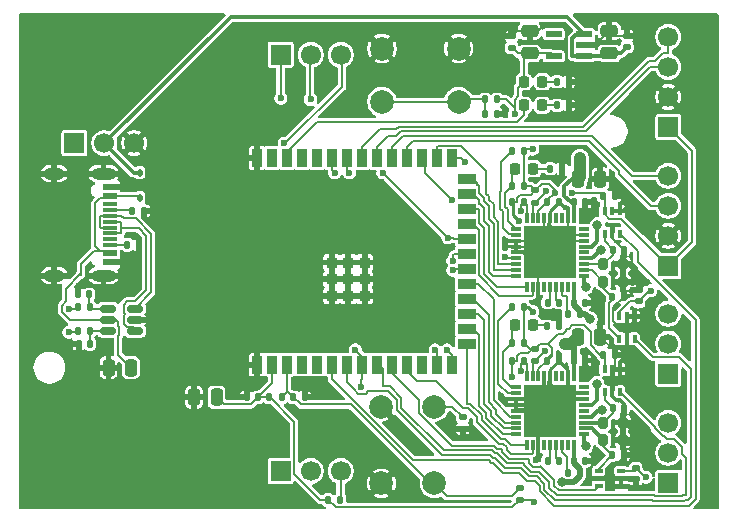
<source format=gbr>
%TF.GenerationSoftware,KiCad,Pcbnew,9.0.3*%
%TF.CreationDate,2025-08-10T23:59:10-04:00*%
%TF.ProjectId,Hydra_Driver_Shield,48796472-615f-4447-9269-7665725f5368,rev?*%
%TF.SameCoordinates,Original*%
%TF.FileFunction,Copper,L1,Top*%
%TF.FilePolarity,Positive*%
%FSLAX46Y46*%
G04 Gerber Fmt 4.6, Leading zero omitted, Abs format (unit mm)*
G04 Created by KiCad (PCBNEW 9.0.3) date 2025-08-10 23:59:10*
%MOMM*%
%LPD*%
G01*
G04 APERTURE LIST*
G04 Aperture macros list*
%AMRoundRect*
0 Rectangle with rounded corners*
0 $1 Rounding radius*
0 $2 $3 $4 $5 $6 $7 $8 $9 X,Y pos of 4 corners*
0 Add a 4 corners polygon primitive as box body*
4,1,4,$2,$3,$4,$5,$6,$7,$8,$9,$2,$3,0*
0 Add four circle primitives for the rounded corners*
1,1,$1+$1,$2,$3*
1,1,$1+$1,$4,$5*
1,1,$1+$1,$6,$7*
1,1,$1+$1,$8,$9*
0 Add four rect primitives between the rounded corners*
20,1,$1+$1,$2,$3,$4,$5,0*
20,1,$1+$1,$4,$5,$6,$7,0*
20,1,$1+$1,$6,$7,$8,$9,0*
20,1,$1+$1,$8,$9,$2,$3,0*%
G04 Aperture macros list end*
%TA.AperFunction,SMDPad,CuDef*%
%ADD10RoundRect,0.140000X0.170000X-0.140000X0.170000X0.140000X-0.170000X0.140000X-0.170000X-0.140000X0*%
%TD*%
%TA.AperFunction,SMDPad,CuDef*%
%ADD11RoundRect,0.135000X-0.135000X-0.185000X0.135000X-0.185000X0.135000X0.185000X-0.135000X0.185000X0*%
%TD*%
%TA.AperFunction,SMDPad,CuDef*%
%ADD12R,0.900000X1.500000*%
%TD*%
%TA.AperFunction,SMDPad,CuDef*%
%ADD13R,1.500000X0.900000*%
%TD*%
%TA.AperFunction,SMDPad,CuDef*%
%ADD14R,0.900000X0.900000*%
%TD*%
%TA.AperFunction,SMDPad,CuDef*%
%ADD15RoundRect,0.218750X0.218750X0.256250X-0.218750X0.256250X-0.218750X-0.256250X0.218750X-0.256250X0*%
%TD*%
%TA.AperFunction,SMDPad,CuDef*%
%ADD16RoundRect,0.140000X0.140000X0.170000X-0.140000X0.170000X-0.140000X-0.170000X0.140000X-0.170000X0*%
%TD*%
%TA.AperFunction,SMDPad,CuDef*%
%ADD17R,1.320800X0.508000*%
%TD*%
%TA.AperFunction,SMDPad,CuDef*%
%ADD18RoundRect,0.140000X-0.170000X0.140000X-0.170000X-0.140000X0.170000X-0.140000X0.170000X0.140000X0*%
%TD*%
%TA.AperFunction,SMDPad,CuDef*%
%ADD19RoundRect,0.140000X-0.140000X-0.170000X0.140000X-0.170000X0.140000X0.170000X-0.140000X0.170000X0*%
%TD*%
%TA.AperFunction,SMDPad,CuDef*%
%ADD20RoundRect,0.112500X-0.112500X0.187500X-0.112500X-0.187500X0.112500X-0.187500X0.112500X0.187500X0*%
%TD*%
%TA.AperFunction,SMDPad,CuDef*%
%ADD21RoundRect,0.135000X0.135000X0.185000X-0.135000X0.185000X-0.135000X-0.185000X0.135000X-0.185000X0*%
%TD*%
%TA.AperFunction,SMDPad,CuDef*%
%ADD22R,1.150000X0.600000*%
%TD*%
%TA.AperFunction,SMDPad,CuDef*%
%ADD23R,1.150000X0.300000*%
%TD*%
%TA.AperFunction,ComponentPad*%
%ADD24O,2.100000X1.000000*%
%TD*%
%TA.AperFunction,ComponentPad*%
%ADD25O,1.800000X1.000000*%
%TD*%
%TA.AperFunction,SMDPad,CuDef*%
%ADD26RoundRect,0.100000X0.225000X0.100000X-0.225000X0.100000X-0.225000X-0.100000X0.225000X-0.100000X0*%
%TD*%
%TA.AperFunction,SMDPad,CuDef*%
%ADD27RoundRect,0.250000X0.475000X-0.250000X0.475000X0.250000X-0.475000X0.250000X-0.475000X-0.250000X0*%
%TD*%
%TA.AperFunction,ComponentPad*%
%ADD28C,2.000000*%
%TD*%
%TA.AperFunction,SMDPad,CuDef*%
%ADD29R,0.300000X0.900000*%
%TD*%
%TA.AperFunction,SMDPad,CuDef*%
%ADD30R,0.900000X0.300000*%
%TD*%
%TA.AperFunction,SMDPad,CuDef*%
%ADD31R,4.500000X4.500000*%
%TD*%
%TA.AperFunction,SMDPad,CuDef*%
%ADD32RoundRect,0.100000X-0.100000X0.225000X-0.100000X-0.225000X0.100000X-0.225000X0.100000X0.225000X0*%
%TD*%
%TA.AperFunction,SMDPad,CuDef*%
%ADD33RoundRect,0.250000X0.250000X0.475000X-0.250000X0.475000X-0.250000X-0.475000X0.250000X-0.475000X0*%
%TD*%
%TA.AperFunction,SMDPad,CuDef*%
%ADD34RoundRect,0.135000X0.185000X-0.135000X0.185000X0.135000X-0.185000X0.135000X-0.185000X-0.135000X0*%
%TD*%
%TA.AperFunction,SMDPad,CuDef*%
%ADD35RoundRect,0.250000X-0.250000X-0.475000X0.250000X-0.475000X0.250000X0.475000X-0.250000X0.475000X0*%
%TD*%
%TA.AperFunction,SMDPad,CuDef*%
%ADD36RoundRect,0.200000X-0.200000X-0.275000X0.200000X-0.275000X0.200000X0.275000X-0.200000X0.275000X0*%
%TD*%
%TA.AperFunction,SMDPad,CuDef*%
%ADD37RoundRect,0.150000X0.512500X0.150000X-0.512500X0.150000X-0.512500X-0.150000X0.512500X-0.150000X0*%
%TD*%
%TA.AperFunction,ComponentPad*%
%ADD38R,1.700000X1.700000*%
%TD*%
%TA.AperFunction,ComponentPad*%
%ADD39C,1.700000*%
%TD*%
%TA.AperFunction,ViaPad*%
%ADD40C,0.600000*%
%TD*%
%TA.AperFunction,ViaPad*%
%ADD41C,0.800000*%
%TD*%
%TA.AperFunction,Conductor*%
%ADD42C,0.200000*%
%TD*%
%TA.AperFunction,Conductor*%
%ADD43C,0.500000*%
%TD*%
%TA.AperFunction,Conductor*%
%ADD44C,0.300000*%
%TD*%
%TA.AperFunction,Conductor*%
%ADD45C,0.250000*%
%TD*%
%TA.AperFunction,Conductor*%
%ADD46C,1.000000*%
%TD*%
G04 APERTURE END LIST*
D10*
%TO.P,C11,1*%
%TO.N,+3.3V*%
X41750000Y-2900000D03*
%TO.P,C11,2*%
%TO.N,GND*%
X41750000Y-1940000D03*
%TD*%
D11*
%TO.P,R2,1*%
%TO.N,Net-(J1-CC1)*%
X9600000Y-16750000D03*
%TO.P,R2,2*%
%TO.N,GND*%
X10620000Y-16750000D03*
%TD*%
D12*
%TO.P,IC1,1,GND_1*%
%TO.N,GND*%
X20180000Y-29750000D03*
%TO.P,IC1,2,3V3*%
%TO.N,+3.3V*%
X21450000Y-29750000D03*
%TO.P,IC1,3,EN*%
%TO.N,/CHIP_PU*%
X22720000Y-29750000D03*
%TO.P,IC1,4,IO4*%
%TO.N,unconnected-(IC1-IO4-Pad4)*%
X23990000Y-29750000D03*
%TO.P,IC1,5,IO5*%
%TO.N,unconnected-(IC1-IO5-Pad5)*%
X25260000Y-29750000D03*
%TO.P,IC1,6,IO6*%
%TO.N,/SENSE2B*%
X26530000Y-29750000D03*
%TO.P,IC1,7,IO7*%
%TO.N,/SENSE1B*%
X27800000Y-29750000D03*
%TO.P,IC1,8,IO15*%
%TO.N,/CS*%
X29070000Y-29750000D03*
%TO.P,IC1,9,IO16*%
%TO.N,/SENSE2A*%
X30340000Y-29750000D03*
%TO.P,IC1,10,IO17*%
%TO.N,/SENSE1A*%
X31610000Y-29750000D03*
%TO.P,IC1,11,IO18*%
%TO.N,/IN1A*%
X32880000Y-29750000D03*
%TO.P,IC1,12,IO8*%
%TO.N,unconnected-(IC1-IO8-Pad12)*%
X34150000Y-29750000D03*
%TO.P,IC1,13,IO19*%
%TO.N,/D-*%
X35420000Y-29750000D03*
%TO.P,IC1,14,IO20*%
%TO.N,/D+*%
X36690000Y-29750000D03*
D13*
%TO.P,IC1,15,IO3*%
%TO.N,/EN1A*%
X37940000Y-27985000D03*
%TO.P,IC1,16,IO46*%
%TO.N,/IN2A*%
X37940000Y-26715000D03*
%TO.P,IC1,17,IO9*%
%TO.N,/EN2A*%
X37940000Y-25445000D03*
%TO.P,IC1,18,IO10*%
%TO.N,/IN3A*%
X37940000Y-24175000D03*
%TO.P,IC1,19,IO11*%
%TO.N,/EN3A*%
X37940000Y-22905000D03*
%TO.P,IC1,20,IO12*%
%TO.N,/MISO*%
X37940000Y-21635000D03*
%TO.P,IC1,21,IO13*%
%TO.N,/MOSI*%
X37940000Y-20365000D03*
%TO.P,IC1,22,IO14*%
%TO.N,/CLK*%
X37940000Y-19095000D03*
%TO.P,IC1,23,IO21*%
%TO.N,/IN1B*%
X37940000Y-17825000D03*
%TO.P,IC1,24,IO47*%
%TO.N,/EN1B*%
X37940000Y-16555000D03*
%TO.P,IC1,25,IO48*%
%TO.N,/IN2B*%
X37940000Y-15285000D03*
%TO.P,IC1,26,IO45*%
%TO.N,/EN2B*%
X37940000Y-14015000D03*
D12*
%TO.P,IC1,27,IO0*%
%TO.N,/GPIO0*%
X36690000Y-12250000D03*
%TO.P,IC1,28,IO35*%
%TO.N,/IN3B*%
X35420000Y-12250000D03*
%TO.P,IC1,29,IO36*%
%TO.N,/EN3B*%
X34150000Y-12250000D03*
%TO.P,IC1,30,IO37*%
%TO.N,/SDA1*%
X32880000Y-12250000D03*
%TO.P,IC1,31,IO38*%
%TO.N,/SCL1*%
X31610000Y-12250000D03*
%TO.P,IC1,32,IO39*%
%TO.N,/SDA2*%
X30340000Y-12250000D03*
%TO.P,IC1,33,IO40*%
%TO.N,/SCL2*%
X29070000Y-12250000D03*
%TO.P,IC1,34,IO41*%
%TO.N,/RESET*%
X27800000Y-12250000D03*
%TO.P,IC1,35,IO42*%
%TO.N,/SLEEP*%
X26530000Y-12250000D03*
%TO.P,IC1,36,RXD0*%
%TO.N,unconnected-(IC1-RXD0-Pad36)*%
X25260000Y-12250000D03*
%TO.P,IC1,37,TXD0*%
%TO.N,unconnected-(IC1-TXD0-Pad37)*%
X23990000Y-12250000D03*
%TO.P,IC1,38,IO2*%
%TO.N,/LED*%
X22720000Y-12250000D03*
%TO.P,IC1,39,IO1*%
%TO.N,unconnected-(IC1-IO1-Pad39)*%
X21450000Y-12250000D03*
%TO.P,IC1,40,GND_2*%
%TO.N,GND*%
X20180000Y-12250000D03*
D14*
%TO.P,IC1,41,GND_3*%
X27900000Y-22500000D03*
%TO.P,IC1,42,GND_4*%
X27900000Y-21100000D03*
%TO.P,IC1,43,GND_5*%
X26500000Y-21100000D03*
%TO.P,IC1,44,GND_6*%
X26500000Y-22500000D03*
%TO.P,IC1,45,GND_7*%
X26500000Y-23900000D03*
%TO.P,IC1,46,GND_8*%
X27900000Y-23900000D03*
%TO.P,IC1,47,GND_9*%
X29300000Y-23900000D03*
%TO.P,IC1,48,GND_10*%
X29300000Y-22500000D03*
%TO.P,IC1,49,GND_11*%
X29300000Y-21100000D03*
%TD*%
D11*
%TO.P,R11,1*%
%TO.N,Net-(IC2-NCOMPO)*%
X41750000Y-24900000D03*
%TO.P,R11,2*%
%TO.N,+3.3V*%
X42770000Y-24900000D03*
%TD*%
D15*
%TO.P,D4,1,K*%
%TO.N,Net-(D4-K)*%
X43575000Y-26400000D03*
%TO.P,D4,2,A*%
%TO.N,/Driver_Unit/FAULT*%
X42000000Y-26400000D03*
%TD*%
D16*
%TO.P,C26,1*%
%TO.N,GND*%
X47960000Y-24500000D03*
%TO.P,C26,2*%
%TO.N,VMOT*%
X47000000Y-24500000D03*
%TD*%
D11*
%TO.P,R23,1*%
%TO.N,Net-(D5-K)*%
X44980000Y-13150000D03*
%TO.P,R23,2*%
%TO.N,GND*%
X46000000Y-13150000D03*
%TD*%
D16*
%TO.P,C5,1*%
%TO.N,Net-(C5-Pad1)*%
X6035000Y-28000000D03*
%TO.P,C5,2*%
%TO.N,GND*%
X5075000Y-28000000D03*
%TD*%
D17*
%TO.P,U2,1,VIN*%
%TO.N,+5V*%
X47890800Y-3650001D03*
%TO.P,U2,2,GND*%
%TO.N,GND*%
X47890800Y-2700000D03*
%TO.P,U2,3,EN*%
%TO.N,+5V*%
X47890800Y-1749999D03*
%TO.P,U2,4,NC*%
%TO.N,unconnected-(U2-NC-Pad4)*%
X45300000Y-1749999D03*
%TO.P,U2,5,VOUT*%
%TO.N,+3.3V*%
X45300000Y-3650001D03*
%TD*%
D18*
%TO.P,C10,1*%
%TO.N,/CHIP_PU*%
X37600000Y-34200000D03*
%TO.P,C10,2*%
%TO.N,GND*%
X37600000Y-35160000D03*
%TD*%
D11*
%TO.P,R12,1*%
%TO.N,/Driver_Unit/FAULT*%
X41750000Y-27900000D03*
%TO.P,R12,2*%
%TO.N,+3.3V*%
X42770000Y-27900000D03*
%TD*%
D19*
%TO.P,C2,1*%
%TO.N,GND*%
X19290000Y-32500000D03*
%TO.P,C2,2*%
%TO.N,+3.3V*%
X20250000Y-32500000D03*
%TD*%
D20*
%TO.P,D1,1,K*%
%TO.N,+5V*%
X10250000Y-13500000D03*
%TO.P,D1,2,A*%
%TO.N,Net-(D1-A)*%
X10250000Y-15600000D03*
%TD*%
D16*
%TO.P,C17,1*%
%TO.N,GND*%
X51210000Y-37400000D03*
%TO.P,C17,2*%
%TO.N,/Driver_Unit/SGND1*%
X50250000Y-37400000D03*
%TD*%
D10*
%TO.P,C9,1*%
%TO.N,+5V*%
X51500000Y-2860000D03*
%TO.P,C9,2*%
%TO.N,GND*%
X51500000Y-1900000D03*
%TD*%
D11*
%TO.P,R5,1*%
%TO.N,/D-*%
X5015000Y-24900000D03*
%TO.P,R5,2*%
%TO.N,Net-(C6-Pad1)*%
X6035000Y-24900000D03*
%TD*%
D21*
%TO.P,R8,1*%
%TO.N,/CS*%
X27220000Y-41200000D03*
%TO.P,R8,2*%
%TO.N,+3.3V*%
X26200000Y-41200000D03*
%TD*%
D11*
%TO.P,R16,1*%
%TO.N,Net-(D4-K)*%
X44730000Y-26500000D03*
%TO.P,R16,2*%
%TO.N,GND*%
X45750000Y-26500000D03*
%TD*%
D22*
%TO.P,J1,A1_B12,GND*%
%TO.N,GND*%
X7755000Y-14690000D03*
%TO.P,J1,A4_B9,VBUS*%
%TO.N,Net-(D1-A)*%
X7755000Y-15490000D03*
D23*
%TO.P,J1,A5,CC1*%
%TO.N,Net-(J1-CC1)*%
X7755000Y-16640000D03*
%TO.P,J1,A6,DP1*%
%TO.N,Net-(J1-DP1)*%
X7755000Y-17640000D03*
%TO.P,J1,A7,DN1*%
%TO.N,Net-(J1-DN1)*%
X7755000Y-18140000D03*
%TO.P,J1,A8,SBU1*%
%TO.N,unconnected-(J1-SBU1-PadA8)*%
X7755000Y-19140000D03*
D22*
%TO.P,J1,B1_A12,GND__1*%
%TO.N,GND*%
X7755000Y-21090000D03*
%TO.P,J1,B4_A9,VBUS__1*%
%TO.N,Net-(D1-A)*%
X7755000Y-20290000D03*
D23*
%TO.P,J1,B5,CC2*%
%TO.N,Net-(J1-CC2)*%
X7755000Y-19640000D03*
%TO.P,J1,B6,DP2*%
%TO.N,Net-(J1-DP1)*%
X7755000Y-18640000D03*
%TO.P,J1,B7,DN2*%
%TO.N,Net-(J1-DN1)*%
X7755000Y-17140000D03*
%TO.P,J1,B8,SBU2*%
%TO.N,unconnected-(J1-SBU2-PadB8)*%
X7755000Y-16140000D03*
D24*
%TO.P,J1,SH1,SHELL_GND*%
%TO.N,GND*%
X7180000Y-13570000D03*
%TO.P,J1,SH2,SHELL_GND__1*%
X7180000Y-22210000D03*
D25*
%TO.P,J1,SH3,SHELL_GND__2*%
X3000000Y-13570000D03*
%TO.P,J1,SH4,SHELL_GND__3*%
X3000000Y-22210000D03*
%TD*%
D16*
%TO.P,C29,1*%
%TO.N,GND*%
X47960000Y-16000000D03*
%TO.P,C29,2*%
%TO.N,VMOT*%
X47000000Y-16000000D03*
%TD*%
%TO.P,C21,1*%
%TO.N,GND*%
X50460000Y-28900000D03*
%TO.P,C21,2*%
%TO.N,+3.3V*%
X49500000Y-28900000D03*
%TD*%
%TO.P,C13,1*%
%TO.N,Net-(IC2-CPH)*%
X45740000Y-37900000D03*
%TO.P,C13,2*%
%TO.N,Net-(IC2-CPL)*%
X44780000Y-37900000D03*
%TD*%
%TO.P,C30,1*%
%TO.N,GND*%
X51250000Y-20000000D03*
%TO.P,C30,2*%
%TO.N,/Driver_Unit1/SGND2*%
X50290000Y-20000000D03*
%TD*%
%TO.P,C24,1*%
%TO.N,VMOT*%
X47500000Y-25500000D03*
%TO.P,C24,2*%
%TO.N,Net-(IC3-VCP)*%
X46540000Y-25500000D03*
%TD*%
D26*
%TO.P,U3,1,REF*%
%TO.N,GND*%
X51000000Y-40050000D03*
%TO.P,U3,2,GND*%
X51000000Y-39400000D03*
%TO.P,U3,3,V+*%
%TO.N,+3.3V*%
X51000000Y-38750000D03*
%TO.P,U3,4,+*%
%TO.N,/Driver_Unit/SGND1*%
X49100000Y-38750000D03*
%TO.P,U3,5,-*%
%TO.N,GND*%
X49100000Y-39400000D03*
%TO.P,U3,6*%
%TO.N,/SENSE1A*%
X49100000Y-40050000D03*
%TD*%
D27*
%TO.P,C12,1*%
%TO.N,+3.3V*%
X43250000Y-3400000D03*
%TO.P,C12,2*%
%TO.N,GND*%
X43250000Y-1500000D03*
%TD*%
D28*
%TO.P,SW2,1,A*%
%TO.N,GND*%
X30700000Y-39800000D03*
X30700000Y-33300000D03*
%TO.P,SW2,2,B*%
%TO.N,/CHIP_PU*%
X35200000Y-39800000D03*
X35200000Y-33300000D03*
%TD*%
D29*
%TO.P,IC2,1,EN1*%
%TO.N,/EN1A*%
X43000000Y-36550000D03*
%TO.P,IC2,2,IN1*%
%TO.N,/IN1A*%
X43500000Y-36550000D03*
%TO.P,IC2,3,GND_1*%
%TO.N,GND*%
X44000000Y-36550000D03*
%TO.P,IC2,4,NC_1*%
%TO.N,unconnected-(IC2-NC_1-Pad4)*%
X44500000Y-36550000D03*
%TO.P,IC2,5,CPL*%
%TO.N,Net-(IC2-CPL)*%
X45000000Y-36550000D03*
%TO.P,IC2,6,CPH*%
%TO.N,Net-(IC2-CPH)*%
X45500000Y-36550000D03*
%TO.P,IC2,7,VCP*%
%TO.N,Net-(IC2-VCP)*%
X46000000Y-36550000D03*
%TO.P,IC2,8,NC_2*%
%TO.N,unconnected-(IC2-NC_2-Pad8)*%
X46500000Y-36550000D03*
%TO.P,IC2,9,VM_1*%
%TO.N,VMOT*%
X47000000Y-36550000D03*
D30*
%TO.P,IC2,10,OUT1*%
%TO.N,/OUT1A*%
X47900000Y-35650000D03*
%TO.P,IC2,11,PGND1*%
%TO.N,/Driver_Unit/SGND1*%
X47900000Y-35150000D03*
%TO.P,IC2,12,PGND2*%
%TO.N,/Driver_Unit/SGND2*%
X47900000Y-34650000D03*
%TO.P,IC2,13,OUT2*%
%TO.N,/OUT2A*%
X47900000Y-34150000D03*
%TO.P,IC2,14,NC_3*%
%TO.N,unconnected-(IC2-NC_3-Pad14)*%
X47900000Y-33650000D03*
%TO.P,IC2,15,OUT3*%
%TO.N,/OUT3A*%
X47900000Y-33150000D03*
%TO.P,IC2,16,PGND3*%
%TO.N,GND*%
X47900000Y-32650000D03*
%TO.P,IC2,17,GND_2*%
X47900000Y-32150000D03*
%TO.P,IC2,18,RSVD*%
%TO.N,unconnected-(IC2-RSVD-Pad18)*%
X47900000Y-31650000D03*
D29*
%TO.P,IC2,19,VM_2*%
%TO.N,VMOT*%
X47000000Y-30750000D03*
%TO.P,IC2,20,GND_3*%
%TO.N,GND*%
X46500000Y-30750000D03*
%TO.P,IC2,21,COMPP*%
%TO.N,unconnected-(IC2-COMPP-Pad21)*%
X46000000Y-30750000D03*
%TO.P,IC2,22,COMPN*%
%TO.N,unconnected-(IC2-COMPN-Pad22)*%
X45500000Y-30750000D03*
%TO.P,IC2,23,GND_4*%
%TO.N,GND*%
X45000000Y-30750000D03*
%TO.P,IC2,24,GND_5*%
X44500000Y-30750000D03*
%TO.P,IC2,25,V3P3*%
%TO.N,+3.3V*%
X44000000Y-30750000D03*
%TO.P,IC2,26,NRESET*%
%TO.N,/RESET*%
X43500000Y-30750000D03*
%TO.P,IC2,27,NSLEEP*%
%TO.N,/SLEEP*%
X43000000Y-30750000D03*
D30*
%TO.P,IC2,28,NFAULT*%
%TO.N,/Driver_Unit/FAULT*%
X42100000Y-31650000D03*
%TO.P,IC2,29,NCOMPO*%
%TO.N,Net-(IC2-NCOMPO)*%
X42100000Y-32150000D03*
%TO.P,IC2,30,GND_6*%
%TO.N,GND*%
X42100000Y-32650000D03*
%TO.P,IC2,31,GND_7*%
X42100000Y-33150000D03*
%TO.P,IC2,32,GND_8*%
X42100000Y-33650000D03*
%TO.P,IC2,33,EN3*%
%TO.N,/EN3A*%
X42100000Y-34150000D03*
%TO.P,IC2,34,IN3*%
%TO.N,/IN3A*%
X42100000Y-34650000D03*
%TO.P,IC2,35,EN2*%
%TO.N,/EN2A*%
X42100000Y-35150000D03*
%TO.P,IC2,36,IN2*%
%TO.N,/IN2A*%
X42100000Y-35650000D03*
D31*
%TO.P,IC2,37,EP*%
%TO.N,GND*%
X45000000Y-33650000D03*
%TD*%
D15*
%TO.P,D5,1,K*%
%TO.N,Net-(D5-K)*%
X43575000Y-13150000D03*
%TO.P,D5,2,A*%
%TO.N,/Driver_Unit1/FAULT*%
X42000000Y-13150000D03*
%TD*%
D11*
%TO.P,R4,1*%
%TO.N,/D+*%
X5015000Y-26900000D03*
%TO.P,R4,2*%
%TO.N,Net-(C5-Pad1)*%
X6035000Y-26900000D03*
%TD*%
D32*
%TO.P,U6,1,REF*%
%TO.N,GND*%
X50900000Y-16750000D03*
%TO.P,U6,2,GND*%
X50250000Y-16750000D03*
%TO.P,U6,3,V+*%
%TO.N,+3.3V*%
X49600000Y-16750000D03*
%TO.P,U6,4,+*%
%TO.N,/Driver_Unit1/SGND2*%
X49600000Y-18650000D03*
%TO.P,U6,5,-*%
%TO.N,GND*%
X50250000Y-18650000D03*
%TO.P,U6,6*%
%TO.N,/SENSE2B*%
X50900000Y-18650000D03*
%TD*%
D16*
%TO.P,C22,1*%
%TO.N,GND*%
X45710000Y-29400000D03*
%TO.P,C22,2*%
%TO.N,+3.3V*%
X44750000Y-29400000D03*
%TD*%
D33*
%TO.P,C15,1*%
%TO.N,GND*%
X49250000Y-27400000D03*
%TO.P,C15,2*%
%TO.N,VMOT*%
X47350000Y-27400000D03*
%TD*%
D34*
%TO.P,R7,1*%
%TO.N,+3.3V*%
X42400000Y-41220000D03*
%TO.P,R7,2*%
%TO.N,/CHIP_PU*%
X42400000Y-40200000D03*
%TD*%
D28*
%TO.P,SW1,1,A*%
%TO.N,GND*%
X30750000Y-3000000D03*
X37250000Y-3000000D03*
%TO.P,SW1,2,B*%
%TO.N,/GPIO0*%
X30750000Y-7500000D03*
X37250000Y-7500000D03*
%TD*%
D16*
%TO.P,C19,1*%
%TO.N,GND*%
X47960000Y-29400000D03*
%TO.P,C19,2*%
%TO.N,VMOT*%
X47000000Y-29400000D03*
%TD*%
D15*
%TO.P,D3,1,K*%
%TO.N,Net-(D3-K)*%
X44325000Y-7791950D03*
%TO.P,D3,2,A*%
%TO.N,/LED*%
X42750000Y-7791950D03*
%TD*%
D29*
%TO.P,IC3,1,EN1*%
%TO.N,/EN1B*%
X43000000Y-23150000D03*
%TO.P,IC3,2,IN1*%
%TO.N,/IN1B*%
X43500000Y-23150000D03*
%TO.P,IC3,3,GND_1*%
%TO.N,GND*%
X44000000Y-23150000D03*
%TO.P,IC3,4,NC_1*%
%TO.N,unconnected-(IC3-NC_1-Pad4)*%
X44500000Y-23150000D03*
%TO.P,IC3,5,CPL*%
%TO.N,Net-(IC3-CPL)*%
X45000000Y-23150000D03*
%TO.P,IC3,6,CPH*%
%TO.N,Net-(IC3-CPH)*%
X45500000Y-23150000D03*
%TO.P,IC3,7,VCP*%
%TO.N,Net-(IC3-VCP)*%
X46000000Y-23150000D03*
%TO.P,IC3,8,NC_2*%
%TO.N,unconnected-(IC3-NC_2-Pad8)*%
X46500000Y-23150000D03*
%TO.P,IC3,9,VM_1*%
%TO.N,VMOT*%
X47000000Y-23150000D03*
D30*
%TO.P,IC3,10,OUT1*%
%TO.N,/OUT1B*%
X47900000Y-22250000D03*
%TO.P,IC3,11,PGND1*%
%TO.N,/Driver_Unit1/SGND1*%
X47900000Y-21750000D03*
%TO.P,IC3,12,PGND2*%
%TO.N,/Driver_Unit1/SGND2*%
X47900000Y-21250000D03*
%TO.P,IC3,13,OUT2*%
%TO.N,/OUT2B*%
X47900000Y-20750000D03*
%TO.P,IC3,14,NC_3*%
%TO.N,unconnected-(IC3-NC_3-Pad14)*%
X47900000Y-20250000D03*
%TO.P,IC3,15,OUT3*%
%TO.N,/OUT3B*%
X47900000Y-19750000D03*
%TO.P,IC3,16,PGND3*%
%TO.N,GND*%
X47900000Y-19250000D03*
%TO.P,IC3,17,GND_2*%
X47900000Y-18750000D03*
%TO.P,IC3,18,RSVD*%
%TO.N,unconnected-(IC3-RSVD-Pad18)*%
X47900000Y-18250000D03*
D29*
%TO.P,IC3,19,VM_2*%
%TO.N,VMOT*%
X47000000Y-17350000D03*
%TO.P,IC3,20,GND_3*%
%TO.N,GND*%
X46500000Y-17350000D03*
%TO.P,IC3,21,COMPP*%
%TO.N,unconnected-(IC3-COMPP-Pad21)*%
X46000000Y-17350000D03*
%TO.P,IC3,22,COMPN*%
%TO.N,unconnected-(IC3-COMPN-Pad22)*%
X45500000Y-17350000D03*
%TO.P,IC3,23,GND_4*%
%TO.N,GND*%
X45000000Y-17350000D03*
%TO.P,IC3,24,GND_5*%
X44500000Y-17350000D03*
%TO.P,IC3,25,V3P3*%
%TO.N,+3.3V*%
X44000000Y-17350000D03*
%TO.P,IC3,26,NRESET*%
%TO.N,/RESET*%
X43500000Y-17350000D03*
%TO.P,IC3,27,NSLEEP*%
%TO.N,/SLEEP*%
X43000000Y-17350000D03*
D30*
%TO.P,IC3,28,NFAULT*%
%TO.N,/Driver_Unit1/FAULT*%
X42100000Y-18250000D03*
%TO.P,IC3,29,NCOMPO*%
%TO.N,Net-(IC3-NCOMPO)*%
X42100000Y-18750000D03*
%TO.P,IC3,30,GND_6*%
%TO.N,GND*%
X42100000Y-19250000D03*
%TO.P,IC3,31,GND_7*%
X42100000Y-19750000D03*
%TO.P,IC3,32,GND_8*%
X42100000Y-20250000D03*
%TO.P,IC3,33,EN3*%
%TO.N,/EN3B*%
X42100000Y-20750000D03*
%TO.P,IC3,34,IN3*%
%TO.N,/IN3B*%
X42100000Y-21250000D03*
%TO.P,IC3,35,EN2*%
%TO.N,/EN2B*%
X42100000Y-21750000D03*
%TO.P,IC3,36,IN2*%
%TO.N,/IN2B*%
X42100000Y-22250000D03*
D31*
%TO.P,IC3,37,EP*%
%TO.N,GND*%
X45000000Y-20250000D03*
%TD*%
D18*
%TO.P,C28,1*%
%TO.N,GND*%
X52500000Y-23440000D03*
%TO.P,C28,2*%
%TO.N,+3.3V*%
X52500000Y-24400000D03*
%TD*%
D11*
%TO.P,R8,1*%
%TO.N,Net-(D2-K)*%
X45555000Y-5791950D03*
%TO.P,R8,2*%
%TO.N,GND*%
X46575000Y-5791950D03*
%TD*%
D16*
%TO.P,C14,1*%
%TO.N,VMOT*%
X47500000Y-38900000D03*
%TO.P,C14,2*%
%TO.N,Net-(IC2-VCP)*%
X46540000Y-38900000D03*
%TD*%
%TO.P,C23,1*%
%TO.N,Net-(IC3-CPH)*%
X45750000Y-24500000D03*
%TO.P,C23,2*%
%TO.N,Net-(IC3-CPL)*%
X44790000Y-24500000D03*
%TD*%
D21*
%TO.P,R6,1*%
%TO.N,+3.3V*%
X40500000Y-7291950D03*
%TO.P,R6,2*%
%TO.N,/GPIO0*%
X39480000Y-7291950D03*
%TD*%
D16*
%TO.P,C16,1*%
%TO.N,GND*%
X47960000Y-37900000D03*
%TO.P,C16,2*%
%TO.N,VMOT*%
X47000000Y-37900000D03*
%TD*%
D10*
%TO.P,C18,1*%
%TO.N,GND*%
X52250000Y-39460000D03*
%TO.P,C18,2*%
%TO.N,+3.3V*%
X52250000Y-38500000D03*
%TD*%
D11*
%TO.P,R3,1*%
%TO.N,Net-(J1-CC2)*%
X9200000Y-19600000D03*
%TO.P,R3,2*%
%TO.N,GND*%
X10220000Y-19600000D03*
%TD*%
%TO.P,R9,1*%
%TO.N,Net-(D3-K)*%
X45575000Y-7791950D03*
%TO.P,R9,2*%
%TO.N,GND*%
X46595000Y-7791950D03*
%TD*%
D21*
%TO.P,R20,1*%
%TO.N,/SLEEP*%
X42770000Y-16000000D03*
%TO.P,R20,2*%
%TO.N,+3.3V*%
X41750000Y-16000000D03*
%TD*%
D34*
%TO.P,R22,1*%
%TO.N,/RESET*%
X43750000Y-16020000D03*
%TO.P,R22,2*%
%TO.N,+3.3V*%
X43750000Y-15000000D03*
%TD*%
D27*
%TO.P,C8,1*%
%TO.N,+5V*%
X50000000Y-3400000D03*
%TO.P,C8,2*%
%TO.N,GND*%
X50000000Y-1500000D03*
%TD*%
D11*
%TO.P,R1,1*%
%TO.N,+3.3V*%
X21230000Y-32500000D03*
%TO.P,R1,2*%
%TO.N,/CHIP_PU*%
X22250000Y-32500000D03*
%TD*%
D32*
%TO.P,U5,1,REF*%
%TO.N,GND*%
X52150000Y-25650000D03*
%TO.P,U5,2,GND*%
X51500000Y-25650000D03*
%TO.P,U5,3,V+*%
%TO.N,+3.3V*%
X50850000Y-25650000D03*
%TO.P,U5,4,+*%
%TO.N,/Driver_Unit1/SGND1*%
X50850000Y-27550000D03*
%TO.P,U5,5,-*%
%TO.N,GND*%
X51500000Y-27550000D03*
%TO.P,U5,6*%
%TO.N,/SENSE1B*%
X52150000Y-27550000D03*
%TD*%
D21*
%TO.P,R13,1*%
%TO.N,/SLEEP*%
X42770000Y-29400000D03*
%TO.P,R13,2*%
%TO.N,+3.3V*%
X41750000Y-29400000D03*
%TD*%
D16*
%TO.P,C27,1*%
%TO.N,GND*%
X51210000Y-24000000D03*
%TO.P,C27,2*%
%TO.N,/Driver_Unit1/SGND1*%
X50250000Y-24000000D03*
%TD*%
D35*
%TO.P,C3,1*%
%TO.N,GND*%
X14850000Y-32500000D03*
%TO.P,C3,2*%
%TO.N,+3.3V*%
X16750000Y-32500000D03*
%TD*%
D19*
%TO.P,C7,1*%
%TO.N,/GPIO0*%
X39500000Y-8541950D03*
%TO.P,C7,2*%
%TO.N,GND*%
X40460000Y-8541950D03*
%TD*%
%TO.P,C1,1*%
%TO.N,/CHIP_PU*%
X23250000Y-32500000D03*
%TO.P,C1,2*%
%TO.N,GND*%
X24210000Y-32500000D03*
%TD*%
D36*
%TO.P,R10,1*%
%TO.N,/Driver_Unit/SGND1*%
X49500000Y-36150000D03*
%TO.P,R10,2*%
%TO.N,GND*%
X51150000Y-36150000D03*
%TD*%
D11*
%TO.P,R19,1*%
%TO.N,/Driver_Unit1/FAULT*%
X41730000Y-14650000D03*
%TO.P,R19,2*%
%TO.N,+3.3V*%
X42750000Y-14650000D03*
%TD*%
D16*
%TO.P,C31,1*%
%TO.N,GND*%
X50460000Y-15500000D03*
%TO.P,C31,2*%
%TO.N,+3.3V*%
X49500000Y-15500000D03*
%TD*%
D15*
%TO.P,D2,1,K*%
%TO.N,Net-(D2-K)*%
X44325000Y-5791950D03*
%TO.P,D2,2,A*%
%TO.N,+3.3V*%
X42750000Y-5791950D03*
%TD*%
D33*
%TO.P,C25,1*%
%TO.N,GND*%
X49250000Y-14000000D03*
%TO.P,C25,2*%
%TO.N,VMOT*%
X47350000Y-14000000D03*
%TD*%
D37*
%TO.P,U1,1,I/O1*%
%TO.N,Net-(J1-DP1)*%
X9835000Y-26900000D03*
%TO.P,U1,2,GND*%
%TO.N,GND*%
X9835000Y-25950000D03*
%TO.P,U1,3,I/O2*%
%TO.N,Net-(J1-DN1)*%
X9835000Y-25000000D03*
%TO.P,U1,4,I/O2*%
%TO.N,Net-(C6-Pad1)*%
X7560000Y-25000000D03*
%TO.P,U1,5,VBUS*%
%TO.N,Net-(D1-A)*%
X7560000Y-25950000D03*
%TO.P,U1,6,I/O1*%
%TO.N,Net-(C5-Pad1)*%
X7560000Y-26900000D03*
%TD*%
D36*
%TO.P,R21,1*%
%TO.N,/Driver_Unit1/SGND2*%
X49500000Y-21250000D03*
%TO.P,R21,2*%
%TO.N,GND*%
X51150000Y-21250000D03*
%TD*%
%TO.P,R17,1*%
%TO.N,/Driver_Unit1/SGND1*%
X49500000Y-22750000D03*
%TO.P,R17,2*%
%TO.N,GND*%
X51150000Y-22750000D03*
%TD*%
D32*
%TO.P,U4,1,REF*%
%TO.N,GND*%
X50900000Y-30150000D03*
%TO.P,U4,2,GND*%
X50250000Y-30150000D03*
%TO.P,U4,3,V+*%
%TO.N,+3.3V*%
X49600000Y-30150000D03*
%TO.P,U4,4,+*%
%TO.N,/Driver_Unit/SGND2*%
X49600000Y-32050000D03*
%TO.P,U4,5,-*%
%TO.N,GND*%
X50250000Y-32050000D03*
%TO.P,U4,6*%
%TO.N,/SENSE2A*%
X50900000Y-32050000D03*
%TD*%
D16*
%TO.P,C20,1*%
%TO.N,GND*%
X51250000Y-33400000D03*
%TO.P,C20,2*%
%TO.N,/Driver_Unit/SGND2*%
X50290000Y-33400000D03*
%TD*%
D11*
%TO.P,R18,1*%
%TO.N,Net-(IC3-NCOMPO)*%
X41730000Y-11650000D03*
%TO.P,R18,2*%
%TO.N,+3.3V*%
X42750000Y-11650000D03*
%TD*%
D16*
%TO.P,C6,1*%
%TO.N,Net-(C6-Pad1)*%
X5960000Y-23800000D03*
%TO.P,C6,2*%
%TO.N,GND*%
X5000000Y-23800000D03*
%TD*%
D35*
%TO.P,C4,1*%
%TO.N,GND*%
X7600000Y-30000000D03*
%TO.P,C4,2*%
%TO.N,Net-(D1-A)*%
X9500000Y-30000000D03*
%TD*%
D36*
%TO.P,R14,1*%
%TO.N,/Driver_Unit/SGND2*%
X49500000Y-34650000D03*
%TO.P,R14,2*%
%TO.N,GND*%
X51150000Y-34650000D03*
%TD*%
D34*
%TO.P,R15,1*%
%TO.N,/RESET*%
X43750000Y-29420000D03*
%TO.P,R15,2*%
%TO.N,+3.3V*%
X43750000Y-28400000D03*
%TD*%
D16*
%TO.P,C32,1*%
%TO.N,GND*%
X45710000Y-16000000D03*
%TO.P,C32,2*%
%TO.N,+3.3V*%
X44750000Y-16000000D03*
%TD*%
D38*
%TO.P,J6,1,Pin_1*%
%TO.N,/MOSI*%
X22170000Y-3500000D03*
D39*
%TO.P,J6,2,Pin_2*%
%TO.N,/CLK*%
X24710000Y-3500000D03*
%TO.P,J6,3,Pin_3*%
%TO.N,/CS*%
X27250000Y-3500000D03*
%TD*%
D38*
%TO.P,J7,1,Pin_1*%
%TO.N,+3.3V*%
X55000000Y-21370000D03*
D39*
%TO.P,J7,2,Pin_2*%
%TO.N,GND*%
X55000000Y-18830000D03*
%TO.P,J7,3,Pin_3*%
%TO.N,/SDA1*%
X55000000Y-16290000D03*
%TO.P,J7,4,Pin_4*%
%TO.N,/SCL1*%
X55000000Y-13750000D03*
%TD*%
D38*
%TO.P,J4,1,Pin_1*%
%TO.N,/OUT1A*%
X55000000Y-39750000D03*
D39*
%TO.P,J4,2,Pin_2*%
%TO.N,/OUT2A*%
X55000000Y-37210000D03*
%TO.P,J4,3,Pin_3*%
%TO.N,/OUT3A*%
X55000000Y-34670000D03*
%TD*%
D38*
%TO.P,J2,1,Pin_1*%
%TO.N,/MISO*%
X22170000Y-38750000D03*
D39*
%TO.P,J2,2,Pin_2*%
%TO.N,/CLK*%
X24710000Y-38750000D03*
%TO.P,J2,3,Pin_3*%
%TO.N,/CS*%
X27250000Y-38750000D03*
%TD*%
D38*
%TO.P,J8,1,Pin_1*%
%TO.N,/OUT1B*%
X55000000Y-30500000D03*
D39*
%TO.P,J8,2,Pin_2*%
%TO.N,/OUT2B*%
X55000000Y-27960000D03*
%TO.P,J8,3,Pin_3*%
%TO.N,/OUT3B*%
X55000000Y-25420000D03*
%TD*%
D38*
%TO.P,J5,1,Pin_1*%
%TO.N,VMOT*%
X4710000Y-11000000D03*
D39*
%TO.P,J5,2,Pin_2*%
%TO.N,+5V*%
X7250000Y-11000000D03*
%TO.P,J5,3,Pin_3*%
%TO.N,GND*%
X9790000Y-11000000D03*
%TD*%
D38*
%TO.P,J3,1,Pin_1*%
%TO.N,+3.3V*%
X55000000Y-9620000D03*
D39*
%TO.P,J3,2,Pin_2*%
%TO.N,GND*%
X55000000Y-7080000D03*
%TO.P,J3,3,Pin_3*%
%TO.N,/SDA2*%
X55000000Y-4540000D03*
%TO.P,J3,4,Pin_4*%
%TO.N,/SCL2*%
X55000000Y-2000000D03*
%TD*%
D40*
%TO.N,GND*%
X51987893Y-35612107D03*
X47400000Y-7800000D03*
X41200735Y-8091215D03*
X41500000Y-1000000D03*
X11002000Y-17626033D03*
X45500000Y-12250000D03*
X49250000Y-37400000D03*
X51600000Y-16200000D03*
X5114013Y-23100000D03*
X38600000Y-35800000D03*
X52150015Y-21670545D03*
X50200000Y-13600000D03*
X51000000Y-15000000D03*
X52200000Y-36400000D03*
X44370000Y-1070000D03*
X11000000Y-26000000D03*
X43968191Y-24500000D03*
X8800000Y-21400000D03*
X15000000Y-12000000D03*
X52250000Y-40210000D03*
X6600000Y-30400000D03*
X40802000Y-32402527D03*
X16000000Y-39500000D03*
X43783564Y-37800402D03*
X19754866Y-23500000D03*
X48250000Y-16900000D03*
X5000000Y-28800000D03*
X52200000Y-22600000D03*
X14750000Y-27750000D03*
X47400000Y-5800000D03*
X41242521Y-19291477D03*
X15250000Y-20250000D03*
X8800000Y-14400000D03*
X10200000Y-20400000D03*
X54000000Y-26420000D03*
X51792893Y-30207107D03*
X19836148Y-16750000D03*
X53184864Y-22764682D03*
X24250000Y-31500000D03*
X48500000Y-30150000D03*
X51600000Y-1200000D03*
X45500000Y-25500000D03*
%TO.N,+3.3V*%
X43600000Y-41400000D03*
X41985345Y-8521037D03*
X46852456Y-15190000D03*
X43500000Y-25250000D03*
X41800000Y-30800000D03*
X53117893Y-39282107D03*
X45407697Y-15187720D03*
X43500000Y-11500000D03*
X53500000Y-23500000D03*
X42350000Y-17599998D03*
D41*
%TO.N,VMOT*%
X48355727Y-25904617D03*
X47500000Y-12250000D03*
X46250000Y-28000000D03*
X46000000Y-39699000D03*
D40*
%TO.N,/GPIO0*%
X37800000Y-12600000D03*
D41*
%TO.N,/OUT3A*%
X48932087Y-31354478D03*
D40*
%TO.N,/RESET*%
X28000000Y-13500000D03*
X44624265Y-15025735D03*
X44568191Y-28590786D03*
D41*
%TO.N,/OUT2A*%
X49390000Y-33568332D03*
%TO.N,/OUT1A*%
X48000000Y-36650000D03*
D40*
%TO.N,/SLEEP*%
X26750000Y-13500000D03*
X42500000Y-16750000D03*
X42500000Y-30250000D03*
D41*
%TO.N,/OUT1B*%
X48000000Y-23150000D03*
%TO.N,/OUT2B*%
X49314654Y-20014605D03*
%TO.N,/OUT3B*%
X49000000Y-17900000D03*
D40*
%TO.N,/MISO*%
X36750000Y-21750000D03*
%TO.N,/D+*%
X4250000Y-27000000D03*
X36250000Y-28500000D03*
%TO.N,/MOSI*%
X22200000Y-7200000D03*
X36748963Y-20949443D03*
%TO.N,/CS*%
X28500000Y-28500000D03*
X22481471Y-11000000D03*
X29000000Y-31600000D03*
%TO.N,/D-*%
X4250000Y-25000000D03*
X35250000Y-28500000D03*
%TO.N,/CLK*%
X30837405Y-13497749D03*
X36334483Y-18994827D03*
X24705000Y-7295000D03*
%TO.N,/EN3B*%
X41204000Y-20650000D03*
X36698439Y-15826482D03*
%TD*%
D42*
%TO.N,GND*%
X51250000Y-20000000D02*
X50250000Y-19000000D01*
D43*
X52050000Y-22750000D02*
X52200000Y-22600000D01*
D42*
X50400000Y-1900000D02*
X50000000Y-1500000D01*
X51150000Y-20100000D02*
X51250000Y-20000000D01*
X44500000Y-17350000D02*
X44500000Y-19750000D01*
D44*
X45000000Y-30750000D02*
X45000000Y-33650000D01*
D42*
X47900000Y-19250000D02*
X46000000Y-19250000D01*
X50250000Y-16750000D02*
X50900000Y-16750000D01*
X10620000Y-16750000D02*
X10620000Y-17244033D01*
X7755000Y-14690000D02*
X8510000Y-14690000D01*
D44*
X46000000Y-32650000D02*
X45000000Y-33650000D01*
D42*
X51500000Y-1900000D02*
X50400000Y-1900000D01*
D44*
X42100000Y-32650000D02*
X44000000Y-32650000D01*
D42*
X45000000Y-17350000D02*
X45000000Y-20250000D01*
X51150000Y-33500000D02*
X51250000Y-33400000D01*
D44*
X46495870Y-16504130D02*
X46214130Y-16504130D01*
X42100000Y-19250000D02*
X41283998Y-19250000D01*
D43*
X51150000Y-21250000D02*
X51729470Y-21250000D01*
D42*
X51150000Y-36150000D02*
X51150000Y-37340000D01*
D44*
X46214130Y-16504130D02*
X45710000Y-16000000D01*
D42*
X47960000Y-16000000D02*
X47960000Y-16610000D01*
D45*
X45000000Y-30122904D02*
X45710000Y-29412904D01*
D42*
X37600000Y-35160000D02*
X37960000Y-35160000D01*
X8490000Y-21090000D02*
X8800000Y-21400000D01*
D44*
X50610418Y-32726000D02*
X50250000Y-32365582D01*
D42*
X50500000Y-15500000D02*
X51000000Y-15000000D01*
X47391950Y-7791950D02*
X47400000Y-7800000D01*
D44*
X42100000Y-33650000D02*
X45000000Y-33650000D01*
D42*
X49800000Y-14000000D02*
X50200000Y-13600000D01*
X40460000Y-8541950D02*
X40750000Y-8541950D01*
X47900000Y-18750000D02*
X46500000Y-18750000D01*
D45*
X45000000Y-17350000D02*
X45000000Y-16722904D01*
D44*
X51500000Y-25650000D02*
X52150000Y-25650000D01*
D42*
X50000000Y-1500000D02*
X48800000Y-2700000D01*
X50250000Y-30150000D02*
X50900000Y-30150000D01*
X48750000Y-37900000D02*
X49250000Y-37400000D01*
X9835000Y-25950000D02*
X10950000Y-25950000D01*
D45*
X46500000Y-30750000D02*
X46500000Y-30190000D01*
D43*
X51400000Y-36400000D02*
X52200000Y-36400000D01*
D42*
X46500000Y-17350000D02*
X46500000Y-18750000D01*
X47960000Y-29400000D02*
X47960000Y-29610000D01*
D44*
X53230000Y-25650000D02*
X52150000Y-25650000D01*
X44000000Y-36550000D02*
X44000000Y-34650000D01*
X46500000Y-17350000D02*
X46500000Y-16508260D01*
D42*
X42100000Y-19750000D02*
X44500000Y-19750000D01*
X52250000Y-39460000D02*
X52250000Y-40210000D01*
X48800000Y-2700000D02*
X47890800Y-2700000D01*
X51150000Y-21250000D02*
X51150000Y-20100000D01*
D44*
X54000000Y-26420000D02*
X53230000Y-25650000D01*
D42*
X51500000Y-1900000D02*
X51500000Y-1300000D01*
X10220000Y-19600000D02*
X10220000Y-20380000D01*
D45*
X45710000Y-16012904D02*
X45710000Y-16000000D01*
D42*
X51050000Y-16750000D02*
X51600000Y-16200000D01*
D44*
X51250000Y-33037810D02*
X50938190Y-32726000D01*
X44500000Y-30750000D02*
X44500000Y-33150000D01*
D42*
X51210000Y-24000000D02*
X51210000Y-22810000D01*
D44*
X47900000Y-32650000D02*
X46000000Y-32650000D01*
D42*
X44000000Y-21250000D02*
X45000000Y-20250000D01*
X46575000Y-5791950D02*
X47391950Y-5791950D01*
X44500000Y-19750000D02*
X45000000Y-20250000D01*
X45750000Y-26500000D02*
X45750000Y-25750000D01*
D43*
X51987893Y-35187893D02*
X51450000Y-34650000D01*
D42*
X41500000Y-1690000D02*
X41500000Y-1000000D01*
X47391950Y-5791950D02*
X47400000Y-5800000D01*
D45*
X45000000Y-16722904D02*
X45710000Y-16012904D01*
D42*
X51735786Y-30150000D02*
X51792893Y-30207107D01*
D44*
X50250000Y-32365582D02*
X50250000Y-32050000D01*
D45*
X45000000Y-30750000D02*
X45000000Y-30122904D01*
D42*
X50349000Y-26043870D02*
X50349000Y-24861000D01*
X47960000Y-37900000D02*
X48750000Y-37900000D01*
X46000000Y-19250000D02*
X45000000Y-20250000D01*
X52509546Y-23440000D02*
X53184864Y-22764682D01*
D43*
X51987893Y-35612107D02*
X51987893Y-35187893D01*
D42*
X50349000Y-24861000D02*
X51210000Y-24000000D01*
D44*
X44500000Y-33150000D02*
X45000000Y-33650000D01*
D42*
X50460000Y-28900000D02*
X50460000Y-29940000D01*
D44*
X44000000Y-34650000D02*
X45000000Y-33650000D01*
D42*
X50460000Y-29940000D02*
X50250000Y-30150000D01*
X49250000Y-14000000D02*
X49800000Y-14000000D01*
D44*
X44000000Y-36550000D02*
X44000000Y-37583966D01*
D42*
X50900000Y-16750000D02*
X51050000Y-16750000D01*
X50460000Y-15500000D02*
X50500000Y-15500000D01*
X47960000Y-29610000D02*
X48500000Y-30150000D01*
D44*
X46500000Y-30750000D02*
X46500000Y-32150000D01*
D42*
X45600000Y-12250000D02*
X46000000Y-12650000D01*
X50900000Y-30150000D02*
X51735786Y-30150000D01*
X45500000Y-12250000D02*
X45600000Y-12250000D01*
D44*
X41283998Y-19250000D02*
X41242521Y-19291477D01*
D42*
X7600000Y-30000000D02*
X7000000Y-30000000D01*
X24210000Y-31540000D02*
X24250000Y-31500000D01*
X44000000Y-19250000D02*
X45000000Y-20250000D01*
X51150000Y-34650000D02*
X51150000Y-33500000D01*
X7755000Y-21090000D02*
X8490000Y-21090000D01*
D45*
X45710000Y-29412904D02*
X45710000Y-29400000D01*
D42*
X50250000Y-19000000D02*
X50250000Y-18650000D01*
X45750000Y-25750000D02*
X45500000Y-25500000D01*
D44*
X41049473Y-32650000D02*
X40802000Y-32402527D01*
X46500000Y-32150000D02*
X45000000Y-33650000D01*
D42*
X5000000Y-23800000D02*
X5000000Y-23214013D01*
D44*
X46500000Y-16508260D02*
X46495870Y-16504130D01*
D42*
X51150000Y-37340000D02*
X51210000Y-37400000D01*
D44*
X42100000Y-33150000D02*
X44500000Y-33150000D01*
D42*
X41750000Y-1940000D02*
X41500000Y-1690000D01*
X49250000Y-27400000D02*
X50460000Y-28610000D01*
X5075000Y-28725000D02*
X5000000Y-28800000D01*
X24210000Y-32500000D02*
X24210000Y-31540000D01*
X43250000Y-1500000D02*
X42190000Y-1500000D01*
X51500000Y-1300000D02*
X51600000Y-1200000D01*
X47960000Y-16610000D02*
X48250000Y-16900000D01*
D44*
X47900000Y-32150000D02*
X46500000Y-32150000D01*
X44000000Y-32650000D02*
X45000000Y-33650000D01*
X51250000Y-33400000D02*
X51250000Y-33037810D01*
D42*
X10950000Y-25950000D02*
X11000000Y-26000000D01*
X10220000Y-20380000D02*
X10200000Y-20400000D01*
X51210000Y-37534870D02*
X51210000Y-37400000D01*
X46500000Y-18750000D02*
X45000000Y-20250000D01*
X42190000Y-1500000D02*
X41750000Y-1940000D01*
D43*
X51150000Y-22750000D02*
X52050000Y-22750000D01*
D42*
X46000000Y-12650000D02*
X46000000Y-13150000D01*
D44*
X43968191Y-24500000D02*
X44000000Y-24468191D01*
D42*
X44370000Y-1070000D02*
X43940000Y-1500000D01*
D44*
X44000000Y-24468191D02*
X44000000Y-23150000D01*
D43*
X51150000Y-36150000D02*
X51400000Y-36400000D01*
D42*
X10620000Y-17244033D02*
X11002000Y-17626033D01*
X42100000Y-20250000D02*
X45000000Y-20250000D01*
X46595000Y-7791950D02*
X47391950Y-7791950D01*
X7000000Y-30000000D02*
X6600000Y-30400000D01*
X42100000Y-19250000D02*
X44000000Y-19250000D01*
D44*
X50938190Y-32726000D02*
X50610418Y-32726000D01*
D45*
X46500000Y-30190000D02*
X45710000Y-29400000D01*
D42*
X52500000Y-23440000D02*
X52509546Y-23440000D01*
X50460000Y-28610000D02*
X50460000Y-28900000D01*
X40750000Y-8541950D02*
X41200735Y-8091215D01*
D44*
X42100000Y-32650000D02*
X41049473Y-32650000D01*
D43*
X51450000Y-34650000D02*
X51150000Y-34650000D01*
X51729470Y-21250000D02*
X52150015Y-21670545D01*
D42*
X49344870Y-39400000D02*
X51210000Y-37534870D01*
X51500000Y-27194870D02*
X50349000Y-26043870D01*
X5000000Y-23214013D02*
X5114013Y-23100000D01*
X43940000Y-1500000D02*
X43250000Y-1500000D01*
D44*
X44000000Y-37583966D02*
X43783564Y-37800402D01*
D42*
X49100000Y-39400000D02*
X49344870Y-39400000D01*
X5075000Y-28000000D02*
X5075000Y-28725000D01*
X37960000Y-35160000D02*
X38600000Y-35800000D01*
X8510000Y-14690000D02*
X8800000Y-14400000D01*
X51500000Y-27550000D02*
X51500000Y-27194870D01*
X51210000Y-22810000D02*
X51150000Y-22750000D01*
X44000000Y-23150000D02*
X44000000Y-21250000D01*
%TO.N,+3.3V*%
X41800000Y-30800000D02*
X41800000Y-29450000D01*
X44750000Y-16000000D02*
X44750000Y-15845417D01*
X45169191Y-28839729D02*
X45169191Y-28341843D01*
D45*
X42770000Y-24900000D02*
X43150000Y-24900000D01*
D42*
X53500000Y-23500000D02*
X53400000Y-23500000D01*
X53400000Y-23500000D02*
X52500000Y-24400000D01*
X42011500Y-7314350D02*
X42283900Y-7041950D01*
X42283900Y-7041950D02*
X42250000Y-7008050D01*
X43750000Y-28400000D02*
X43500000Y-28400000D01*
X53032107Y-39282107D02*
X52250000Y-38500000D01*
X21450000Y-29750000D02*
X21450000Y-31300000D01*
X26200000Y-41200000D02*
X25532240Y-41200000D01*
X42450660Y-28779000D02*
X42199000Y-29030660D01*
X49600000Y-16750000D02*
X49600000Y-15600000D01*
X42199000Y-15630660D02*
X42450660Y-15379000D01*
X49225000Y-15225000D02*
X49500000Y-15500000D01*
X42199000Y-29400000D02*
X41750000Y-29400000D01*
X42400000Y-41220000D02*
X41799000Y-41821000D01*
D45*
X41827000Y-17076998D02*
X41827000Y-16077000D01*
D42*
X44000000Y-30150000D02*
X44750000Y-29400000D01*
X41251413Y-7291950D02*
X40500000Y-7291950D01*
X42199000Y-16000000D02*
X42199000Y-15630660D01*
X42770000Y-24900000D02*
X42770000Y-27900000D01*
X42400000Y-41220000D02*
X43420000Y-41220000D01*
X17361000Y-33111000D02*
X16750000Y-32500000D01*
X43089340Y-28779000D02*
X42450660Y-28779000D01*
X21450000Y-31300000D02*
X20250000Y-32500000D01*
X43270000Y-28400000D02*
X42770000Y-27900000D01*
X57000000Y-19370000D02*
X55000000Y-21370000D01*
X42011500Y-8052037D02*
X41251413Y-7291950D01*
X43400000Y-14650000D02*
X43750000Y-15000000D01*
X46852456Y-15190000D02*
X46887456Y-15225000D01*
X46069340Y-27121000D02*
X46321000Y-26869340D01*
X43750000Y-28400000D02*
X43270000Y-28400000D01*
X44000000Y-17350000D02*
X44000000Y-16750000D01*
X42450660Y-15379000D02*
X43371000Y-15379000D01*
X45169191Y-28341843D02*
X44788674Y-27961326D01*
X44000000Y-16750000D02*
X44750000Y-16000000D01*
X44000000Y-30750000D02*
X44000000Y-30150000D01*
X44325265Y-14424735D02*
X43750000Y-15000000D01*
X42750000Y-3900000D02*
X43250000Y-3400000D01*
X41800000Y-29450000D02*
X41750000Y-29400000D01*
X49600000Y-15600000D02*
X49500000Y-15500000D01*
X44750000Y-29191786D02*
X44817134Y-29191786D01*
X55000000Y-9620000D02*
X57000000Y-11620000D01*
X45629000Y-27121000D02*
X46069340Y-27121000D01*
X46887456Y-15225000D02*
X49225000Y-15225000D01*
X57000000Y-11620000D02*
X57000000Y-19370000D01*
X46321000Y-26689840D02*
X46549000Y-26689840D01*
X21247760Y-32500000D02*
X21230000Y-32500000D01*
X45169191Y-28341843D02*
X44817134Y-27989786D01*
X26821000Y-41821000D02*
X26200000Y-41200000D01*
X43500000Y-11500000D02*
X42900000Y-11500000D01*
X48449000Y-28110160D02*
X49238840Y-28900000D01*
X45049999Y-3400000D02*
X45300000Y-3650001D01*
X44750000Y-29400000D02*
X45169191Y-28980809D01*
X51000000Y-38750000D02*
X52000000Y-38750000D01*
X44750000Y-15845417D02*
X45407697Y-15187720D01*
D45*
X41827000Y-16077000D02*
X41750000Y-16000000D01*
D42*
X44873208Y-14424735D02*
X44325265Y-14424735D01*
D45*
X42350000Y-17599998D02*
X41827000Y-17076998D01*
D42*
X46549000Y-26689840D02*
X46864840Y-26374000D01*
X49600000Y-29000000D02*
X49500000Y-28900000D01*
X42750000Y-14650000D02*
X43400000Y-14650000D01*
X49600000Y-16750000D02*
X49600000Y-16994870D01*
X45407697Y-14959224D02*
X44873208Y-14424735D01*
X41740000Y-29140000D02*
X41740000Y-29400000D01*
X41750000Y-16000000D02*
X42199000Y-16000000D01*
X42900000Y-11500000D02*
X42750000Y-11650000D01*
X23321000Y-38988760D02*
X23321000Y-34573240D01*
X43105170Y-28794830D02*
X43089340Y-28779000D01*
X47835160Y-26374000D02*
X48449000Y-26987840D01*
X43420000Y-41220000D02*
X43600000Y-41400000D01*
X42250000Y-3400000D02*
X41750000Y-2900000D01*
X20250000Y-32500000D02*
X19639000Y-33111000D01*
X51006000Y-17376000D02*
X55000000Y-21370000D01*
X46864840Y-26374000D02*
X47835160Y-26374000D01*
X45407697Y-15187720D02*
X45407697Y-14959224D01*
X44750000Y-29400000D02*
X44750000Y-29191786D01*
D45*
X43150000Y-24900000D02*
X43500000Y-25250000D01*
D42*
X49600000Y-30150000D02*
X49600000Y-29000000D01*
X42199000Y-29030660D02*
X42199000Y-29400000D01*
X42011500Y-8053450D02*
X42011500Y-7314350D01*
X20250000Y-32500000D02*
X21230000Y-32500000D01*
X40500000Y-7291950D02*
X41250000Y-7291950D01*
X49238840Y-28900000D02*
X49500000Y-28900000D01*
X49600000Y-16994870D02*
X49981130Y-17376000D01*
X41250000Y-7291950D02*
X42011500Y-8053450D01*
X44817134Y-27989786D02*
X44160214Y-27989786D01*
X42011500Y-8494882D02*
X42011500Y-8052037D01*
X50850000Y-25325001D02*
X51775001Y-24400000D01*
X42750000Y-5791950D02*
X42750000Y-3900000D01*
X23321000Y-34573240D02*
X21247760Y-32500000D01*
X44817134Y-29191786D02*
X45169191Y-28839729D01*
X48449000Y-26987840D02*
X48449000Y-28110160D01*
X52000000Y-38750000D02*
X52250000Y-38500000D01*
X42250000Y-7008050D02*
X42250000Y-6291950D01*
X44160214Y-27989786D02*
X43750000Y-28400000D01*
X19639000Y-33111000D02*
X17361000Y-33111000D01*
X42250000Y-6291950D02*
X42750000Y-5791950D01*
X42750000Y-14650000D02*
X42750000Y-11650000D01*
X41985345Y-8521037D02*
X42011500Y-8494882D01*
X25532240Y-41200000D02*
X23321000Y-38988760D01*
X46321000Y-26869340D02*
X46321000Y-26689840D01*
X43500000Y-28400000D02*
X43105170Y-28794830D01*
X43250000Y-3400000D02*
X42250000Y-3400000D01*
X49981130Y-17376000D02*
X51006000Y-17376000D01*
X43250000Y-3400000D02*
X45049999Y-3400000D01*
X50850000Y-25650000D02*
X50850000Y-25325001D01*
X51775001Y-24400000D02*
X52500000Y-24400000D01*
X45169191Y-28980809D02*
X45169191Y-28341843D01*
X44788674Y-27961326D02*
X45629000Y-27121000D01*
X41799000Y-41821000D02*
X26821000Y-41821000D01*
X43371000Y-15379000D02*
X43750000Y-15000000D01*
X52190000Y-38750000D02*
X52250000Y-38690000D01*
X53117893Y-39282107D02*
X53032107Y-39282107D01*
D43*
%TO.N,VMOT*%
X47000000Y-24689682D02*
X47000000Y-24500000D01*
D44*
X47000000Y-29400000D02*
X47000000Y-30750000D01*
D46*
X47500000Y-12250000D02*
X47500000Y-13850000D01*
D43*
X47500000Y-38900000D02*
X47500000Y-38590001D01*
D44*
X47000000Y-36550000D02*
X47000000Y-37900000D01*
D46*
X47500000Y-13850000D02*
X47350000Y-14000000D01*
D44*
X47000000Y-16000000D02*
X46741802Y-16000000D01*
X47000000Y-17350000D02*
X47000000Y-16000000D01*
D43*
X47010999Y-39699000D02*
X47500000Y-39209999D01*
D44*
X46741802Y-16000000D02*
X46201456Y-15459654D01*
D43*
X47500000Y-25500000D02*
X47500000Y-25189682D01*
X47951110Y-25500000D02*
X48355727Y-25904617D01*
X47500000Y-25189682D02*
X47000000Y-24689682D01*
D44*
X47000000Y-23150000D02*
X47000000Y-24500000D01*
D43*
X47500000Y-38590001D02*
X47000000Y-38090001D01*
X47500000Y-39209999D02*
X47500000Y-38900000D01*
D44*
X46201456Y-15459654D02*
X46201456Y-14648544D01*
D46*
X46750000Y-28000000D02*
X47350000Y-27400000D01*
X46250000Y-28000000D02*
X46750000Y-28000000D01*
D44*
X46201456Y-14648544D02*
X46850000Y-14000000D01*
D43*
X47000000Y-27750000D02*
X47000000Y-29400000D01*
X47000000Y-38090001D02*
X47000000Y-37900000D01*
X46000000Y-39699000D02*
X47010999Y-39699000D01*
X47350000Y-27400000D02*
X47000000Y-27750000D01*
X47500000Y-25500000D02*
X47951110Y-25500000D01*
D44*
X46850000Y-14000000D02*
X47350000Y-14000000D01*
D42*
%TO.N,Net-(IC2-VCP)*%
X46000000Y-37150000D02*
X46000000Y-36550000D01*
X46419000Y-38779000D02*
X46419000Y-37569000D01*
X46419000Y-37569000D02*
X46000000Y-37150000D01*
X46540000Y-38900000D02*
X46419000Y-38779000D01*
%TO.N,/Driver_Unit/SGND1*%
X49100000Y-38750000D02*
X49100000Y-38550000D01*
D44*
X47900000Y-35150000D02*
X48500000Y-35150000D01*
D42*
X49500000Y-36150000D02*
X49500000Y-36650000D01*
X49500000Y-36650000D02*
X50250000Y-37400000D01*
X49100000Y-38550000D02*
X50250000Y-37400000D01*
D44*
X48500000Y-35150000D02*
X49500000Y-36150000D01*
D42*
%TO.N,/Driver_Unit/SGND2*%
X49500000Y-34650000D02*
X50290000Y-33860000D01*
X50290000Y-33400000D02*
X49600000Y-32710000D01*
X49600000Y-32710000D02*
X49600000Y-32050000D01*
X50290000Y-33860000D02*
X50290000Y-33400000D01*
D44*
X47900000Y-34650000D02*
X49425000Y-34650000D01*
D42*
%TO.N,Net-(IC2-CPH)*%
X45740000Y-37900000D02*
X45500000Y-37660000D01*
X45500000Y-37660000D02*
X45500000Y-36550000D01*
%TO.N,Net-(IC2-CPL)*%
X45000000Y-37680000D02*
X45000000Y-36550000D01*
X44780000Y-37900000D02*
X45000000Y-37680000D01*
%TO.N,/Driver_Unit1/SGND1*%
X50850000Y-27488840D02*
X50850000Y-27550000D01*
X50000000Y-24559999D02*
X50000000Y-24642900D01*
X50000000Y-24642900D02*
X49948000Y-24694900D01*
X50250000Y-24000000D02*
X50250000Y-24309999D01*
X49500000Y-22750000D02*
X49500000Y-23250000D01*
X49948000Y-26209970D02*
X50000000Y-26261970D01*
X50000000Y-26261970D02*
X50000000Y-26638840D01*
X49948000Y-24694900D02*
X49948000Y-26209970D01*
X50250000Y-24309999D02*
X50000000Y-24559999D01*
X49500000Y-23250000D02*
X50250000Y-24000000D01*
X47900000Y-21750000D02*
X48500000Y-21750000D01*
X48500000Y-21750000D02*
X49500000Y-22750000D01*
X50000000Y-26638840D02*
X50850000Y-27488840D01*
%TO.N,/Driver_Unit1/SGND2*%
X49600000Y-19310000D02*
X49600000Y-18650000D01*
X49500000Y-21250000D02*
X50290000Y-20460000D01*
X50290000Y-20000000D02*
X49600000Y-19310000D01*
X47900000Y-21250000D02*
X49500000Y-21250000D01*
X50290000Y-20460000D02*
X50290000Y-20000000D01*
%TO.N,/GPIO0*%
X36690000Y-12250000D02*
X37450000Y-12250000D01*
X37250000Y-7500000D02*
X37500000Y-7500000D01*
X39500000Y-8541950D02*
X39500000Y-7311950D01*
X37450000Y-12250000D02*
X37800000Y-12600000D01*
X39500000Y-7311950D02*
X39480000Y-7291950D01*
X37500000Y-7500000D02*
X37708050Y-7291950D01*
X37708050Y-7291950D02*
X39480000Y-7291950D01*
X30750000Y-7500000D02*
X37250000Y-7500000D01*
D44*
%TO.N,+5V*%
X50000000Y-3400000D02*
X50960000Y-3400000D01*
X50960000Y-3400000D02*
X51500000Y-2860000D01*
X47224401Y-1749999D02*
X46879400Y-2095000D01*
X9750000Y-13500000D02*
X7250000Y-11000000D01*
X7250000Y-11000000D02*
X17950000Y-300000D01*
X47890800Y-3650001D02*
X49749999Y-3650001D01*
X46879400Y-3599001D02*
X46930400Y-3650001D01*
X46930400Y-3650001D02*
X47890800Y-3650001D01*
X46440801Y-300000D02*
X47890800Y-1749999D01*
X47890800Y-1749999D02*
X47224401Y-1749999D01*
X46879400Y-2095000D02*
X46879400Y-3599001D01*
X17950000Y-300000D02*
X46440801Y-300000D01*
X49749999Y-3650001D02*
X50000000Y-3400000D01*
X10250000Y-13500000D02*
X9750000Y-13500000D01*
D42*
%TO.N,/CHIP_PU*%
X28104008Y-33111000D02*
X23861000Y-33111000D01*
X22720000Y-29750000D02*
X22720000Y-31970000D01*
X35200000Y-39800000D02*
X36251000Y-40851000D01*
X22720000Y-29750000D02*
X22720000Y-32030000D01*
X35200000Y-33300000D02*
X36700000Y-33300000D01*
X22720000Y-31970000D02*
X23250000Y-32500000D01*
X36251000Y-40851000D02*
X41749000Y-40851000D01*
X41749000Y-40851000D02*
X42400000Y-40200000D01*
X34793008Y-39800000D02*
X28104008Y-33111000D01*
X22720000Y-32030000D02*
X22250000Y-32500000D01*
X23861000Y-33111000D02*
X23250000Y-32500000D01*
X36700000Y-33300000D02*
X37600000Y-34200000D01*
X35200000Y-39800000D02*
X34793008Y-39800000D01*
%TO.N,/Driver_Unit/FAULT*%
X41004000Y-28646000D02*
X41004000Y-31004000D01*
X41650000Y-31650000D02*
X42100000Y-31650000D01*
X41750000Y-26650000D02*
X42000000Y-26400000D01*
X41750000Y-27900000D02*
X41004000Y-28646000D01*
X41004000Y-31004000D02*
X41650000Y-31650000D01*
X41750000Y-27900000D02*
X41750000Y-26650000D01*
%TO.N,Net-(D2-K)*%
X44325000Y-5791950D02*
X45555000Y-5791950D01*
%TO.N,/Driver_Unit1/FAULT*%
X41730000Y-13420000D02*
X42000000Y-13150000D01*
X41406000Y-17356400D02*
X41401000Y-17351400D01*
X41401000Y-17351400D02*
X41401000Y-16601000D01*
X41406000Y-17556000D02*
X41406000Y-17356400D01*
X41179000Y-16379000D02*
X41179000Y-15201000D01*
X41730000Y-14650000D02*
X41730000Y-13420000D01*
X41401000Y-16601000D02*
X41179000Y-16379000D01*
X42100000Y-18250000D02*
X41406000Y-17556000D01*
X41179000Y-15201000D02*
X41730000Y-14650000D01*
%TO.N,Net-(D4-K)*%
X43575000Y-26400000D02*
X44630000Y-26400000D01*
X44630000Y-26400000D02*
X44730000Y-26500000D01*
D44*
%TO.N,/OUT3A*%
X48500000Y-33150000D02*
X48932087Y-32717913D01*
X47900000Y-33150000D02*
X48500000Y-33150000D01*
X48932087Y-32717913D02*
X48932087Y-31354478D01*
D42*
%TO.N,/EN2A*%
X40004000Y-33712808D02*
X40004000Y-34069800D01*
X38890000Y-25445000D02*
X39400000Y-25955000D01*
X40004000Y-34069800D02*
X41084200Y-35150000D01*
X41084200Y-35150000D02*
X42100000Y-35150000D01*
X39400000Y-25955000D02*
X39400000Y-33108808D01*
X39400000Y-33108808D02*
X40004000Y-33712808D01*
X37940000Y-25445000D02*
X38890000Y-25445000D01*
%TO.N,/RESET*%
X43500000Y-16270000D02*
X43750000Y-16020000D01*
X43500000Y-17350000D02*
X43500000Y-16270000D01*
X44624265Y-15145735D02*
X43750000Y-16020000D01*
X44568191Y-28601809D02*
X43750000Y-29420000D01*
X43500000Y-29670000D02*
X43750000Y-29420000D01*
X27800000Y-13300000D02*
X27800000Y-12250000D01*
X28000000Y-13500000D02*
X27800000Y-13300000D01*
X44624265Y-15025735D02*
X44624265Y-15145735D01*
X44568191Y-28590786D02*
X44568191Y-28601809D01*
X43500000Y-30750000D02*
X43500000Y-29670000D01*
%TO.N,/IN2A*%
X38991000Y-27234000D02*
X38472000Y-26715000D01*
X42100000Y-35650000D02*
X41017100Y-35650000D01*
X38472000Y-26715000D02*
X37940000Y-26715000D01*
X41017100Y-35650000D02*
X39603000Y-34235900D01*
X39603000Y-34235900D02*
X39603000Y-33878908D01*
X39603000Y-33878908D02*
X38991000Y-33266908D01*
X38991000Y-33266908D02*
X38991000Y-27234000D01*
D44*
%TO.N,/OUT2A*%
X48950001Y-33699999D02*
X48500000Y-34150000D01*
X48500000Y-34150000D02*
X47900000Y-34150000D01*
X49258333Y-33699999D02*
X48950001Y-33699999D01*
X49390000Y-33568332D02*
X49258333Y-33699999D01*
%TO.N,/OUT1A*%
X47900000Y-35650000D02*
X47900000Y-36550000D01*
X47900000Y-36550000D02*
X48000000Y-36650000D01*
D42*
%TO.N,/SLEEP*%
X42500000Y-30250000D02*
X42500000Y-29670000D01*
X42500000Y-16270000D02*
X42770000Y-16000000D01*
X43000000Y-17350000D02*
X43000000Y-16230000D01*
X43000000Y-16230000D02*
X42770000Y-16000000D01*
X43000000Y-30750000D02*
X43000000Y-29640000D01*
X43000000Y-29640000D02*
X42760000Y-29400000D01*
X26530000Y-13280000D02*
X26750000Y-13500000D01*
X26530000Y-12250000D02*
X26530000Y-13280000D01*
X42500000Y-29670000D02*
X42770000Y-29400000D01*
X42500000Y-16750000D02*
X42500000Y-16270000D01*
%TO.N,/EN3A*%
X38890000Y-22905000D02*
X37940000Y-22905000D01*
X42100000Y-34150000D02*
X41575392Y-34150000D01*
X41575392Y-34150000D02*
X40202000Y-32776608D01*
X40202000Y-32776608D02*
X40202000Y-24217000D01*
X40202000Y-24217000D02*
X38890000Y-22905000D01*
%TO.N,/IN1B*%
X43500000Y-23852000D02*
X43500000Y-23150000D01*
X39000000Y-22200000D02*
X40701000Y-23901000D01*
X40701000Y-23901000D02*
X43451000Y-23901000D01*
X39000000Y-18353000D02*
X39000000Y-22200000D01*
X37940000Y-17825000D02*
X38472000Y-17825000D01*
X43451000Y-23901000D02*
X43500000Y-23852000D01*
X38472000Y-17825000D02*
X39000000Y-18353000D01*
D44*
%TO.N,/OUT1B*%
X47900000Y-22250000D02*
X47900000Y-23050000D01*
X47900000Y-23050000D02*
X48000000Y-23150000D01*
D42*
%TO.N,Net-(IC2-NCOMPO)*%
X40603000Y-26047000D02*
X40603000Y-31355000D01*
X41398000Y-32150000D02*
X42100000Y-32150000D01*
X41750000Y-24900000D02*
X40603000Y-26047000D01*
X40603000Y-31355000D02*
X41398000Y-32150000D01*
%TO.N,/EN2B*%
X39401000Y-15931800D02*
X39401000Y-15646900D01*
X38800000Y-14534000D02*
X38800000Y-14343000D01*
X38472000Y-14015000D02*
X37940000Y-14015000D01*
X39802000Y-16332800D02*
X39401000Y-15931800D01*
X39401000Y-15646900D02*
X38991000Y-15236900D01*
X39802000Y-17453700D02*
X39802000Y-16332800D01*
X38800000Y-14343000D02*
X38472000Y-14015000D01*
X40251300Y-21750000D02*
X40203000Y-21701700D01*
X42100000Y-21750000D02*
X40251300Y-21750000D01*
X38991000Y-14534000D02*
X38800000Y-14534000D01*
X40203000Y-21701700D02*
X40203000Y-17854700D01*
X38991000Y-15236900D02*
X38991000Y-14534000D01*
X40203000Y-17854700D02*
X39802000Y-17453700D01*
D44*
%TO.N,/OUT2B*%
X49236724Y-20014605D02*
X48950001Y-20301328D01*
X48550050Y-20750000D02*
X47900000Y-20750000D01*
X49314654Y-20014605D02*
X49236724Y-20014605D01*
X48950001Y-20301328D02*
X48950001Y-20350049D01*
X48950001Y-20350049D02*
X48550050Y-20750000D01*
%TO.N,/OUT3B*%
X49000000Y-19267184D02*
X49000000Y-17900000D01*
X47900000Y-19750000D02*
X48517184Y-19750000D01*
X48517184Y-19750000D02*
X49000000Y-19267184D01*
D42*
%TO.N,/MISO*%
X37940000Y-21635000D02*
X36865000Y-21635000D01*
X36865000Y-21635000D02*
X36750000Y-21750000D01*
%TO.N,/SENSE2A*%
X56151000Y-40811000D02*
X56151000Y-40901000D01*
X54523240Y-35821000D02*
X54671000Y-35821000D01*
X44898000Y-39665100D02*
X44035302Y-38802402D01*
X30500000Y-29750000D02*
X30340000Y-29750000D01*
X31404992Y-31598000D02*
X30859000Y-31598000D01*
X56151000Y-37301000D02*
X56500000Y-37650000D01*
X51433900Y-40799000D02*
X51431900Y-40801000D01*
X42781564Y-38103000D02*
X41368800Y-38103000D01*
X56500000Y-37650000D02*
X56500000Y-40811000D01*
X40549000Y-37254000D02*
X40352700Y-37254000D01*
X44898000Y-40155464D02*
X44898000Y-39665100D01*
X54909000Y-36059000D02*
X55476760Y-36059000D01*
X56500000Y-40811000D02*
X56151000Y-40811000D01*
X41368800Y-38103000D02*
X40549000Y-37283200D01*
X53849000Y-35146760D02*
X54523240Y-35821000D01*
X54671000Y-35821000D02*
X54909000Y-36059000D01*
X44035302Y-38802402D02*
X43368521Y-38802402D01*
X40072800Y-37007000D02*
X40066800Y-37001000D01*
X56151000Y-40901000D02*
X53849000Y-40901000D01*
X50900000Y-32050000D02*
X53849000Y-34999000D01*
X45543536Y-40801000D02*
X44898000Y-40155464D01*
X40066800Y-37001000D02*
X36494008Y-37001000D01*
X42781564Y-38215445D02*
X42781564Y-38103000D01*
X32402000Y-33434900D02*
X32402000Y-32595008D01*
X36493008Y-37000000D02*
X35967100Y-37000000D01*
X36494008Y-37001000D02*
X36493008Y-37000000D01*
X53759000Y-40811000D02*
X52001057Y-40811000D01*
X55476760Y-36059000D02*
X56151000Y-36733240D01*
X52001057Y-40811000D02*
X51989057Y-40799000D01*
X51431900Y-40801000D02*
X45543536Y-40801000D01*
X56151000Y-36733240D02*
X56151000Y-37301000D01*
X53849000Y-40901000D02*
X53759000Y-40811000D01*
X40549000Y-37283200D02*
X40549000Y-37254000D01*
X51989057Y-40799000D02*
X51433900Y-40799000D01*
X30859000Y-31598000D02*
X30859000Y-30109000D01*
X32402000Y-32595008D02*
X31404992Y-31598000D01*
X43368521Y-38802402D02*
X42781564Y-38215445D01*
X53849000Y-34999000D02*
X53849000Y-35146760D01*
X30859000Y-30109000D02*
X30500000Y-29750000D01*
X40105700Y-37007000D02*
X40072800Y-37007000D01*
X40352700Y-37254000D02*
X40105700Y-37007000D01*
X35967100Y-37000000D02*
X32402000Y-33434900D01*
%TO.N,/SDA2*%
X32346900Y-9996000D02*
X48004000Y-9996000D01*
X53460000Y-4540000D02*
X55000000Y-4540000D01*
X30340000Y-12250000D02*
X30340000Y-11300000D01*
X48004000Y-9996000D02*
X53460000Y-4540000D01*
X31240000Y-10400000D02*
X31942900Y-10400000D01*
X30340000Y-11300000D02*
X31240000Y-10400000D01*
X31942900Y-10400000D02*
X32346900Y-9996000D01*
%TO.N,/SCL1*%
X51893463Y-13750000D02*
X55000000Y-13750000D01*
X31610000Y-11300000D02*
X32513000Y-10397000D01*
X32513000Y-10397000D02*
X48540463Y-10397000D01*
X48540463Y-10397000D02*
X51893463Y-13750000D01*
X31610000Y-12250000D02*
X31610000Y-11300000D01*
%TO.N,/D+*%
X36690000Y-28940000D02*
X36250000Y-28500000D01*
X4250000Y-27000000D02*
X4915000Y-27000000D01*
X4915000Y-27000000D02*
X5015000Y-26900000D01*
X36690000Y-29750000D02*
X36690000Y-28940000D01*
%TO.N,/MOSI*%
X36885000Y-20365000D02*
X37940000Y-20365000D01*
X36748963Y-20949443D02*
X36748963Y-20501037D01*
X36748963Y-20501037D02*
X36885000Y-20365000D01*
X22200000Y-7200000D02*
X22170000Y-7170000D01*
X22120000Y-3550000D02*
X22170000Y-3500000D01*
X22170000Y-7170000D02*
X22170000Y-3500000D01*
%TO.N,/CS*%
X29000000Y-31600000D02*
X29000000Y-31000000D01*
X29070000Y-30930000D02*
X29070000Y-29750000D01*
X27337760Y-6200000D02*
X27400000Y-6200000D01*
X29070000Y-29070000D02*
X29070000Y-29750000D01*
X22481471Y-11000000D02*
X22537760Y-11000000D01*
X27400000Y-6200000D02*
X27400000Y-3650000D01*
X27250000Y-41170000D02*
X27220000Y-41200000D01*
X28500000Y-28500000D02*
X29070000Y-29070000D01*
X27250000Y-38750000D02*
X27250000Y-41170000D01*
X29000000Y-31000000D02*
X29070000Y-30930000D01*
X27400000Y-3650000D02*
X27250000Y-3500000D01*
X22537760Y-11000000D02*
X27337760Y-6200000D01*
%TO.N,/SENSE2B*%
X43703102Y-39604402D02*
X44096000Y-39997300D01*
X26530000Y-29750000D02*
X26530000Y-30969892D01*
X43036321Y-39604402D02*
X43703102Y-39604402D01*
X45303000Y-41703000D02*
X56742200Y-41703000D01*
X26530000Y-30969892D02*
X33369108Y-37809000D01*
X52400000Y-20150000D02*
X50900000Y-18650000D01*
X42336919Y-38905000D02*
X43036321Y-39604402D01*
X41036600Y-38905000D02*
X42336919Y-38905000D01*
X57302000Y-25974000D02*
X52400000Y-21072000D01*
X40020500Y-38056000D02*
X40187600Y-38056000D01*
X39773500Y-37809000D02*
X40020500Y-38056000D01*
X45203000Y-41594664D02*
X45203000Y-41603000D01*
X45203000Y-41603000D02*
X45303000Y-41703000D01*
X52400000Y-21072000D02*
X52400000Y-20150000D01*
X44096000Y-39997300D02*
X44096000Y-40487664D01*
X40187600Y-38056000D02*
X41036600Y-38905000D01*
X57302000Y-41143200D02*
X57302000Y-25974000D01*
X56742200Y-41703000D02*
X57302000Y-41143200D01*
X33369108Y-37809000D02*
X39773500Y-37809000D01*
X44096000Y-40487664D02*
X45203000Y-41594664D01*
%TO.N,/SENSE1A*%
X40232900Y-36600000D02*
X40238900Y-36606000D01*
X48750000Y-40400000D02*
X49100000Y-40050000D01*
X44032507Y-38401402D02*
X44116955Y-38316955D01*
X45299000Y-39499000D02*
X45299000Y-39989364D01*
X40950000Y-36950000D02*
X40950000Y-37117100D01*
X31610000Y-29750000D02*
X31610000Y-30472108D01*
X40518800Y-36853000D02*
X40853000Y-36853000D01*
X43182564Y-37702000D02*
X43182564Y-38049345D01*
X45709636Y-40400000D02*
X48750000Y-40400000D01*
X45299000Y-39989364D02*
X45709636Y-40400000D01*
X43182564Y-38049345D02*
X43534621Y-38401402D01*
X40950000Y-37117100D02*
X41534900Y-37702000D01*
X40238900Y-36606000D02*
X40271800Y-36606000D01*
X33899000Y-33838892D02*
X36660108Y-36600000D01*
X41534900Y-37702000D02*
X43182564Y-37702000D01*
X40853000Y-36853000D02*
X40950000Y-36950000D01*
X43534621Y-38401402D02*
X44032507Y-38401402D01*
X31610000Y-30472108D02*
X33899000Y-32761108D01*
X44116955Y-38316955D02*
X45299000Y-39499000D01*
X33899000Y-32761108D02*
X33899000Y-33838892D01*
X36660108Y-36600000D02*
X40232900Y-36600000D01*
X40271800Y-36606000D02*
X40518800Y-36853000D01*
%TO.N,/SCL2*%
X32180800Y-9595000D02*
X47805000Y-9595000D01*
X47805000Y-9595000D02*
X53336760Y-4063240D01*
X30570000Y-9800000D02*
X31975800Y-9800000D01*
X31975800Y-9800000D02*
X32180800Y-9595000D01*
X53849000Y-4063240D02*
X54523240Y-3389000D01*
X53336760Y-4063240D02*
X53849000Y-4063240D01*
X29070000Y-12250000D02*
X29070000Y-11300000D01*
X55000000Y-3389000D02*
X55000000Y-2000000D01*
X54523240Y-3389000D02*
X55000000Y-3389000D01*
X29070000Y-11300000D02*
X30570000Y-9800000D01*
%TO.N,/SDA1*%
X48247943Y-10798000D02*
X50801000Y-13351057D01*
X33382000Y-10798000D02*
X48247943Y-10798000D01*
X32880000Y-12250000D02*
X32880000Y-11300000D01*
X32880000Y-11300000D02*
X33382000Y-10798000D01*
X50801000Y-13601000D02*
X53490000Y-16290000D01*
X50801000Y-13351057D02*
X50801000Y-13601000D01*
X53490000Y-16290000D02*
X55000000Y-16290000D01*
%TO.N,/D-*%
X35420000Y-28670000D02*
X35250000Y-28500000D01*
X4915000Y-25000000D02*
X5015000Y-24900000D01*
X4250000Y-25000000D02*
X4915000Y-25000000D01*
X35420000Y-29750000D02*
X35420000Y-28670000D01*
%TO.N,/CLK*%
X36744827Y-18994827D02*
X36845000Y-19095000D01*
X36334483Y-18994827D02*
X36744827Y-18994827D01*
X30837405Y-13497749D02*
X36334483Y-18994827D01*
X36845000Y-19095000D02*
X37940000Y-19095000D01*
X24660000Y-7250000D02*
X24660000Y-3550000D01*
X24660000Y-3550000D02*
X24710000Y-3500000D01*
%TO.N,/SENSE1B*%
X51834957Y-41212000D02*
X53592900Y-41212000D01*
X32001000Y-33601000D02*
X35801000Y-37401000D01*
X32001000Y-32761108D02*
X32001000Y-33601000D01*
X56901000Y-40977100D02*
X56901000Y-37483900D01*
X39939600Y-37408000D02*
X40186600Y-37655000D01*
X56900000Y-37482900D02*
X56900000Y-30098000D01*
X43202421Y-39203402D02*
X43869202Y-39203402D01*
X55913000Y-29111000D02*
X53711000Y-29111000D01*
X53592900Y-41212000D02*
X53682900Y-41302000D01*
X56407100Y-41212000D02*
X56666100Y-41212000D01*
X44497000Y-39831200D02*
X44497000Y-40321564D01*
X53711000Y-29111000D02*
X52150000Y-27550000D01*
X53682900Y-41302000D02*
X56317100Y-41302000D01*
X29601000Y-32000000D02*
X30160108Y-32000000D01*
X31238892Y-31999000D02*
X32001000Y-32761108D01*
X45377436Y-41202000D02*
X51598000Y-41202000D01*
X42503019Y-38504000D02*
X43202421Y-39203402D01*
X35801000Y-37401000D02*
X36326908Y-37401000D01*
X51598000Y-41202000D02*
X51600000Y-41200000D01*
X36326908Y-37401000D02*
X36327908Y-37402000D01*
X40186600Y-37655000D02*
X40353700Y-37655000D01*
X28399000Y-31800000D02*
X28399000Y-31848943D01*
X56900000Y-30098000D02*
X55913000Y-29111000D01*
X56666100Y-41212000D02*
X56901000Y-40977100D01*
X30161108Y-31999000D02*
X31238892Y-31999000D01*
X41202700Y-38504000D02*
X42503019Y-38504000D01*
X44497000Y-40321564D02*
X45377436Y-41202000D01*
X43869202Y-39203402D02*
X44497000Y-39831200D01*
X36327908Y-37402000D02*
X39900700Y-37402000D01*
X39906700Y-37408000D02*
X39939600Y-37408000D01*
X27800000Y-29750000D02*
X27800000Y-31249943D01*
X51600000Y-41200000D02*
X51822957Y-41200000D01*
X56901000Y-37483900D02*
X56900000Y-37482900D01*
X56317100Y-41302000D02*
X56407100Y-41212000D01*
X27800000Y-31249943D02*
X28350057Y-31800000D01*
X28350057Y-31800000D02*
X28399000Y-31800000D01*
X28399000Y-31848943D02*
X28751057Y-32201000D01*
X29400000Y-32201000D02*
X29601000Y-32000000D01*
X39900700Y-37402000D02*
X39906700Y-37408000D01*
X40353700Y-37655000D02*
X41202700Y-38504000D01*
X28751057Y-32201000D02*
X29400000Y-32201000D01*
X51822957Y-41200000D02*
X51834957Y-41212000D01*
X30160108Y-32000000D02*
X30161108Y-31999000D01*
%TO.N,Net-(D1-A)*%
X6478000Y-19690000D02*
X6879000Y-20091000D01*
X10140000Y-15490000D02*
X10250000Y-15600000D01*
X8400000Y-26127501D02*
X8400000Y-26435532D01*
X3649000Y-24751057D02*
X3649000Y-25248943D01*
X8400000Y-27364468D02*
X8400000Y-28900000D01*
X4350057Y-25950000D02*
X7560000Y-25950000D01*
X7755000Y-20290000D02*
X7569000Y-20104000D01*
X4000000Y-23306225D02*
X4000000Y-24400057D01*
X8222499Y-25950000D02*
X8400000Y-26127501D01*
X7556000Y-20091000D02*
X7755000Y-20290000D01*
X8400000Y-26435532D02*
X8523500Y-26559032D01*
X7755000Y-15490000D02*
X10140000Y-15490000D01*
X3649000Y-25248943D02*
X4350057Y-25950000D01*
X6399992Y-20104000D02*
X5250000Y-21253992D01*
X7560000Y-25950000D02*
X8222499Y-25950000D01*
X6892000Y-15676000D02*
X6478000Y-16090000D01*
X4000000Y-24400057D02*
X3649000Y-24751057D01*
X5250000Y-21253992D02*
X5250000Y-22150057D01*
X7755000Y-15490000D02*
X7569000Y-15676000D01*
X7569000Y-20104000D02*
X6399992Y-20104000D01*
X8523500Y-27240968D02*
X8400000Y-27364468D01*
X7569000Y-15676000D02*
X6892000Y-15676000D01*
X5203084Y-22103141D02*
X4000000Y-23306225D01*
X6879000Y-20091000D02*
X7556000Y-20091000D01*
X8400000Y-28900000D02*
X9500000Y-30000000D01*
X5250000Y-22150057D02*
X5203084Y-22103141D01*
X6478000Y-16090000D02*
X6478000Y-19690000D01*
X8523500Y-26559032D02*
X8523500Y-27240968D01*
%TO.N,Net-(C5-Pad1)*%
X6035000Y-26900000D02*
X7560000Y-26900000D01*
X6035000Y-26900000D02*
X6035000Y-28000000D01*
%TO.N,Net-(C6-Pad1)*%
X5960000Y-23800000D02*
X5960000Y-24825000D01*
X7560000Y-25000000D02*
X6135000Y-25000000D01*
X6135000Y-25000000D02*
X6035000Y-24900000D01*
X5960000Y-24825000D02*
X6035000Y-24900000D01*
%TO.N,Net-(IC3-CPH)*%
X45500000Y-24250000D02*
X45500000Y-23150000D01*
X45750000Y-24500000D02*
X45500000Y-24250000D01*
%TO.N,Net-(IC3-CPL)*%
X45000000Y-24290000D02*
X45000000Y-23150000D01*
X44790000Y-24500000D02*
X45000000Y-24290000D01*
%TO.N,Net-(IC3-VCP)*%
X46540000Y-25500000D02*
X46419000Y-25379000D01*
X46049000Y-23901000D02*
X46000000Y-23852000D01*
X46419000Y-25379000D02*
X46419000Y-23901000D01*
X46419000Y-23901000D02*
X46049000Y-23901000D01*
X46000000Y-23852000D02*
X46000000Y-23150000D01*
%TO.N,Net-(D3-K)*%
X44325000Y-7791950D02*
X45575000Y-7791950D01*
%TO.N,Net-(D5-K)*%
X43575000Y-13150000D02*
X44980000Y-13150000D01*
%TO.N,/LED*%
X42162325Y-9194000D02*
X25244000Y-9194000D01*
X42750000Y-7791950D02*
X42750000Y-8606325D01*
X42750000Y-8606325D02*
X42162325Y-9194000D01*
X25244000Y-9194000D02*
X22720000Y-11718000D01*
X22720000Y-11718000D02*
X22720000Y-12250000D01*
%TO.N,Net-(IC3-NCOMPO)*%
X41000000Y-17517500D02*
X41005000Y-17522500D01*
X40800000Y-12580000D02*
X40800000Y-15012900D01*
X41501987Y-18701000D02*
X42051000Y-18701000D01*
X40778000Y-16545100D02*
X41000000Y-16767100D01*
X40800000Y-15012900D02*
X40778000Y-15034900D01*
X42051000Y-18701000D02*
X42100000Y-18750000D01*
X40778000Y-15034900D02*
X40778000Y-16545100D01*
X41000000Y-16767100D02*
X41000000Y-17517500D01*
X41730000Y-11650000D02*
X40800000Y-12580000D01*
X41005000Y-18204013D02*
X41501987Y-18701000D01*
X41005000Y-17522500D02*
X41005000Y-18204013D01*
%TO.N,Net-(J1-CC2)*%
X7755000Y-19640000D02*
X9160000Y-19640000D01*
X9160000Y-19640000D02*
X9200000Y-19600000D01*
%TO.N,Net-(J1-DN1)*%
X9898440Y-17371000D02*
X11201000Y-18673560D01*
X6928000Y-17140000D02*
X6879000Y-17189000D01*
X8880100Y-17371000D02*
X9898440Y-17371000D01*
X8649100Y-17140000D02*
X8880100Y-17371000D01*
X7755000Y-17140000D02*
X8649100Y-17140000D01*
X11201000Y-23634000D02*
X9835000Y-25000000D01*
X6879000Y-17189000D02*
X6879000Y-18091000D01*
X11201000Y-18673560D02*
X11201000Y-23634000D01*
X7755000Y-17140000D02*
X6928000Y-17140000D01*
X6879000Y-18091000D02*
X6928000Y-18140000D01*
X6928000Y-18140000D02*
X7755000Y-18140000D01*
%TO.N,Net-(J1-DP1)*%
X8582000Y-17640000D02*
X8631000Y-17689000D01*
X7755000Y-17640000D02*
X8582000Y-17640000D01*
X10800000Y-23467900D02*
X10800000Y-18839660D01*
X9131532Y-24399000D02*
X9868900Y-24399000D01*
X10800000Y-18839660D02*
X10160340Y-18200000D01*
X8871500Y-24659032D02*
X9131532Y-24399000D01*
X8582000Y-18640000D02*
X7755000Y-18640000D01*
X9835000Y-26900000D02*
X9431568Y-26900000D01*
X9005532Y-25475000D02*
X8871500Y-25340968D01*
X8631000Y-18591000D02*
X8582000Y-18640000D01*
X8871500Y-25340968D02*
X8871500Y-24659032D01*
X10160340Y-18200000D02*
X8631000Y-18200000D01*
X8871500Y-26290968D02*
X8871500Y-25609032D01*
X8631000Y-18200000D02*
X8631000Y-18591000D01*
X9431568Y-26900000D02*
X9780568Y-26551000D01*
X9868900Y-24399000D02*
X10800000Y-23467900D01*
X8631000Y-17689000D02*
X8631000Y-18200000D01*
X8871500Y-25609032D02*
X9005532Y-25475000D01*
X9131532Y-26551000D02*
X8871500Y-26290968D01*
X9780568Y-26551000D02*
X9131532Y-26551000D01*
%TO.N,Net-(J1-CC1)*%
X7755000Y-16640000D02*
X9490000Y-16640000D01*
X9490000Y-16640000D02*
X9600000Y-16750000D01*
%TO.N,/IN3B*%
X35521000Y-11199000D02*
X35420000Y-11300000D01*
X39802000Y-15765700D02*
X39802000Y-15480800D01*
X39600000Y-15278800D02*
X39600000Y-13358000D01*
X42100000Y-21250000D02*
X40604000Y-21250000D01*
X40203000Y-16166700D02*
X39802000Y-15765700D01*
X40604000Y-21250000D02*
X40604000Y-17688600D01*
X35420000Y-11300000D02*
X35420000Y-12250000D01*
X39600000Y-13358000D02*
X37441000Y-11199000D01*
X39802000Y-15480800D02*
X39600000Y-15278800D01*
X40203000Y-17287600D02*
X40203000Y-16166700D01*
X37441000Y-11199000D02*
X35521000Y-11199000D01*
X40604000Y-17688600D02*
X40203000Y-17287600D01*
%TO.N,/IN1A*%
X38038892Y-33449000D02*
X38801000Y-34211108D01*
X32880000Y-30282000D02*
X33697000Y-31099000D01*
X43451000Y-37301000D02*
X43500000Y-37252000D01*
X35299000Y-31099000D02*
X37649000Y-33449000D01*
X32880000Y-29750000D02*
X32880000Y-30282000D01*
X41351000Y-36761108D02*
X41351000Y-36951000D01*
X43500000Y-37252000D02*
X43500000Y-36550000D01*
X38801000Y-34601000D02*
X40405000Y-36205000D01*
X40437900Y-36205000D02*
X40684900Y-36452000D01*
X40405000Y-36205000D02*
X40437900Y-36205000D01*
X37649000Y-33449000D02*
X38038892Y-33449000D01*
X40684900Y-36452000D02*
X41041892Y-36452000D01*
X41351000Y-36951000D02*
X41701000Y-37301000D01*
X41041892Y-36452000D02*
X41351000Y-36761108D01*
X33697000Y-31099000D02*
X35299000Y-31099000D01*
X41701000Y-37301000D02*
X43451000Y-37301000D01*
X38801000Y-34211108D02*
X38801000Y-34601000D01*
%TO.N,/EN3B*%
X41304000Y-20750000D02*
X41204000Y-20650000D01*
X42100000Y-20750000D02*
X41304000Y-20750000D01*
X34400000Y-12500000D02*
X34150000Y-12250000D01*
X34400000Y-13528043D02*
X34400000Y-12500000D01*
X36698439Y-15826482D02*
X34400000Y-13528043D01*
%TO.N,/EN1B*%
X39401000Y-18186900D02*
X39401000Y-22033900D01*
X39000000Y-16665000D02*
X39000000Y-17785900D01*
X40517100Y-23150000D02*
X43000000Y-23150000D01*
X39401000Y-22033900D02*
X40517100Y-23150000D01*
X37940000Y-16555000D02*
X38890000Y-16555000D01*
X38890000Y-16555000D02*
X39000000Y-16665000D01*
X39000000Y-17785900D02*
X39401000Y-18186900D01*
%TO.N,/EN1A*%
X39202000Y-34402000D02*
X40851000Y-36051000D01*
X38204992Y-33048000D02*
X39202000Y-34045008D01*
X41706992Y-36550000D02*
X43000000Y-36550000D01*
X40851000Y-36051000D02*
X41207992Y-36051000D01*
X37940000Y-27985000D02*
X37940000Y-33048000D01*
X41207992Y-36051000D02*
X41706992Y-36550000D01*
X39202000Y-34045008D02*
X39202000Y-34402000D01*
X37940000Y-33048000D02*
X38204992Y-33048000D01*
%TO.N,/IN3A*%
X41151300Y-34650000D02*
X40405000Y-33903700D01*
X39801000Y-25504000D02*
X38472000Y-24175000D01*
X40405000Y-33903700D02*
X40405000Y-33546708D01*
X38472000Y-24175000D02*
X37940000Y-24175000D01*
X42100000Y-34650000D02*
X41151300Y-34650000D01*
X40405000Y-33546708D02*
X39801000Y-32942708D01*
X39801000Y-32942708D02*
X39801000Y-25504000D01*
%TO.N,/IN2B*%
X42100000Y-22250000D02*
X40184200Y-22250000D01*
X39056100Y-16154000D02*
X39000000Y-16154000D01*
X39000000Y-16154000D02*
X39000000Y-15813000D01*
X39401000Y-17619800D02*
X39401000Y-16498900D01*
X39401000Y-16498900D02*
X39056100Y-16154000D01*
X39802000Y-21867800D02*
X39802000Y-18020800D01*
X40184200Y-22250000D02*
X39802000Y-21867800D01*
X38472000Y-15285000D02*
X37940000Y-15285000D01*
X39000000Y-15813000D02*
X38472000Y-15285000D01*
X39802000Y-18020800D02*
X39401000Y-17619800D01*
%TD*%
%TA.AperFunction,Conductor*%
%TO.N,GND*%
G36*
X10030835Y-18570185D02*
G01*
X10051477Y-18586819D01*
X10413181Y-18948523D01*
X10446666Y-19009846D01*
X10449500Y-19036204D01*
X10449500Y-23271356D01*
X10429815Y-23338395D01*
X10413181Y-23359037D01*
X9760037Y-24012181D01*
X9698714Y-24045666D01*
X9672356Y-24048500D01*
X9085388Y-24048500D01*
X8996244Y-24072386D01*
X8996241Y-24072387D01*
X8916323Y-24118527D01*
X8916318Y-24118531D01*
X8591029Y-24443820D01*
X8561574Y-24494840D01*
X8545922Y-24521950D01*
X8544886Y-24523744D01*
X8544876Y-24523779D01*
X8540930Y-24530672D01*
X8540827Y-24530769D01*
X8540817Y-24530789D01*
X8540811Y-24530785D01*
X8521035Y-24549779D01*
X8503649Y-24571188D01*
X8496196Y-24573636D01*
X8490539Y-24579071D01*
X8463474Y-24584389D01*
X8437272Y-24593000D01*
X8429678Y-24591031D01*
X8421980Y-24592544D01*
X8396333Y-24582384D01*
X8369639Y-24575463D01*
X8360121Y-24568040D01*
X8357021Y-24566812D01*
X8355082Y-24564110D01*
X8345637Y-24556744D01*
X8310847Y-24521954D01*
X8310844Y-24521952D01*
X8310842Y-24521950D01*
X8208061Y-24469580D01*
X8197801Y-24464352D01*
X8104024Y-24449500D01*
X7015982Y-24449500D01*
X6935019Y-24462323D01*
X6922196Y-24464354D01*
X6809158Y-24521950D01*
X6809157Y-24521951D01*
X6809156Y-24521951D01*
X6727489Y-24603618D01*
X6666165Y-24637102D01*
X6596474Y-24632118D01*
X6540540Y-24590246D01*
X6528407Y-24570396D01*
X6513406Y-24539712D01*
X6488076Y-24487898D01*
X6488075Y-24487897D01*
X6488075Y-24487896D01*
X6398896Y-24398717D01*
X6365411Y-24337394D01*
X6370395Y-24267702D01*
X6398896Y-24223355D01*
X6419854Y-24202396D01*
X6419859Y-24202391D01*
X6476017Y-24092175D01*
X6476017Y-24092173D01*
X6476018Y-24092172D01*
X6476018Y-24092171D01*
X6479971Y-24067209D01*
X6490500Y-24000735D01*
X6490499Y-23599266D01*
X6490499Y-23599265D01*
X6490499Y-23599260D01*
X6476018Y-23507829D01*
X6476018Y-23507828D01*
X6476017Y-23507826D01*
X6476017Y-23507825D01*
X6419859Y-23397609D01*
X6419857Y-23397607D01*
X6419854Y-23397603D01*
X6332396Y-23310145D01*
X6332393Y-23310143D01*
X6332391Y-23310141D01*
X6222175Y-23253983D01*
X6222174Y-23253982D01*
X6222171Y-23253981D01*
X6130735Y-23239500D01*
X5789260Y-23239500D01*
X5789260Y-23239501D01*
X5697829Y-23253981D01*
X5697828Y-23253981D01*
X5587607Y-23310142D01*
X5587603Y-23310145D01*
X5567327Y-23330422D01*
X5506004Y-23363907D01*
X5436312Y-23358923D01*
X5391965Y-23330422D01*
X5372098Y-23310555D01*
X5372091Y-23310550D01*
X5262022Y-23254466D01*
X5262019Y-23254465D01*
X5250000Y-23252561D01*
X5250000Y-23676000D01*
X5230315Y-23743039D01*
X5177511Y-23788794D01*
X5126000Y-23800000D01*
X4874000Y-23800000D01*
X4806961Y-23780315D01*
X4761206Y-23727511D01*
X4750000Y-23676000D01*
X4750000Y-23252561D01*
X4743780Y-23247249D01*
X4705586Y-23188742D01*
X4705086Y-23118874D01*
X4736626Y-23065279D01*
X5279762Y-22522143D01*
X5335346Y-22490052D01*
X5385288Y-22476671D01*
X5465212Y-22430526D01*
X5530469Y-22365269D01*
X5576614Y-22285345D01*
X5600500Y-22196201D01*
X5600500Y-21450534D01*
X5620185Y-21383495D01*
X5636815Y-21362857D01*
X5975946Y-21023725D01*
X6037267Y-20990242D01*
X6106958Y-20995226D01*
X6162892Y-21037097D01*
X6171012Y-21049408D01*
X6219485Y-21133365D01*
X6326635Y-21240515D01*
X6393714Y-21279243D01*
X6394635Y-21279775D01*
X6442850Y-21330343D01*
X6456072Y-21398950D01*
X6430104Y-21463814D01*
X6380087Y-21501723D01*
X6274745Y-21545357D01*
X6274735Y-21545362D01*
X6151903Y-21627436D01*
X6151899Y-21627439D01*
X6047439Y-21731899D01*
X6047436Y-21731903D01*
X5965362Y-21854735D01*
X5965357Y-21854745D01*
X5921759Y-21959999D01*
X5921759Y-21960000D01*
X6463012Y-21960000D01*
X6445795Y-21969940D01*
X6389940Y-22025795D01*
X6350444Y-22094204D01*
X6330000Y-22170504D01*
X6330000Y-22249496D01*
X6350444Y-22325796D01*
X6389940Y-22394205D01*
X6445795Y-22450060D01*
X6463012Y-22460000D01*
X5921759Y-22460000D01*
X5965357Y-22565254D01*
X5965362Y-22565264D01*
X6047436Y-22688096D01*
X6047439Y-22688100D01*
X6151899Y-22792560D01*
X6151903Y-22792563D01*
X6274735Y-22874637D01*
X6274745Y-22874642D01*
X6411232Y-22931177D01*
X6411240Y-22931179D01*
X6556126Y-22959999D01*
X6556129Y-22960000D01*
X6930000Y-22960000D01*
X6930000Y-22510000D01*
X7430000Y-22510000D01*
X7430000Y-22960000D01*
X7803871Y-22960000D01*
X7803873Y-22959999D01*
X7948759Y-22931179D01*
X7948767Y-22931177D01*
X8085254Y-22874642D01*
X8085264Y-22874637D01*
X8208096Y-22792563D01*
X8208100Y-22792560D01*
X8312560Y-22688100D01*
X8312563Y-22688096D01*
X8394637Y-22565264D01*
X8394642Y-22565254D01*
X8438241Y-22460000D01*
X7896988Y-22460000D01*
X7914205Y-22450060D01*
X7970060Y-22394205D01*
X8009556Y-22325796D01*
X8030000Y-22249496D01*
X8030000Y-22170504D01*
X8009556Y-22094204D01*
X7970060Y-22025795D01*
X7914205Y-21969940D01*
X7896988Y-21960000D01*
X8438241Y-21960000D01*
X8438240Y-21959999D01*
X8394642Y-21854745D01*
X8394637Y-21854735D01*
X8365745Y-21811495D01*
X8344867Y-21744817D01*
X8363352Y-21677437D01*
X8415331Y-21630747D01*
X8421391Y-21628044D01*
X8427544Y-21625494D01*
X8510239Y-21570239D01*
X8565494Y-21487544D01*
X8565496Y-21487540D01*
X8579999Y-21414628D01*
X8580000Y-21414626D01*
X8580000Y-21340000D01*
X7879000Y-21340000D01*
X7811961Y-21320315D01*
X7766206Y-21267511D01*
X7755000Y-21216000D01*
X7755000Y-20964500D01*
X7774685Y-20897461D01*
X7827489Y-20851706D01*
X7879000Y-20840500D01*
X8355664Y-20840500D01*
X8365842Y-20840000D01*
X8580000Y-20840000D01*
X8580000Y-20765376D01*
X8570073Y-20715475D01*
X8570073Y-20667093D01*
X8580500Y-20614674D01*
X8580500Y-20145040D01*
X8600185Y-20078001D01*
X8652989Y-20032246D01*
X8722147Y-20022302D01*
X8785703Y-20051327D01*
X8792182Y-20057360D01*
X8837897Y-20103076D01*
X8837900Y-20103078D01*
X8923736Y-20145040D01*
X8953482Y-20159582D01*
X9028418Y-20170500D01*
X9028423Y-20170500D01*
X9371577Y-20170500D01*
X9371582Y-20170500D01*
X9446518Y-20159582D01*
X9549592Y-20109192D01*
X9562099Y-20103078D01*
X9562100Y-20103076D01*
X9562102Y-20103076D01*
X9622672Y-20042505D01*
X9683993Y-20009022D01*
X9753685Y-20014006D01*
X9798033Y-20042507D01*
X9858189Y-20102663D01*
X9970000Y-20157323D01*
X9970000Y-19042674D01*
X9858193Y-19097333D01*
X9798033Y-19157493D01*
X9736709Y-19190977D01*
X9667018Y-19185992D01*
X9622671Y-19157492D01*
X9562102Y-19096923D01*
X9562099Y-19096921D01*
X9446521Y-19040419D01*
X9446519Y-19040418D01*
X9446518Y-19040418D01*
X9371582Y-19029500D01*
X9028418Y-19029500D01*
X9015501Y-19031381D01*
X8999980Y-19033643D01*
X8930803Y-19023828D01*
X8877914Y-18978171D01*
X8858105Y-18911168D01*
X8876237Y-18846378D01*
X8883946Y-18833735D01*
X8911469Y-18806213D01*
X8957614Y-18726288D01*
X8959378Y-18719704D01*
X8980090Y-18642402D01*
X9016454Y-18582746D01*
X9079301Y-18552217D01*
X9099864Y-18550500D01*
X9963796Y-18550500D01*
X10030835Y-18570185D01*
G37*
%TD.AperFunction*%
%TA.AperFunction,Conductor*%
G36*
X17450784Y-20185D02*
G01*
X17496539Y-72989D01*
X17506483Y-142147D01*
X17477458Y-205703D01*
X17471426Y-212181D01*
X7749599Y-9934006D01*
X7688276Y-9967491D01*
X7623600Y-9964256D01*
X7507698Y-9926597D01*
X7376271Y-9905781D01*
X7336611Y-9899500D01*
X7163389Y-9899500D01*
X7123728Y-9905781D01*
X6992302Y-9926597D01*
X6827552Y-9980128D01*
X6673211Y-10058768D01*
X6607809Y-10106286D01*
X6533072Y-10160586D01*
X6533070Y-10160588D01*
X6533069Y-10160588D01*
X6410588Y-10283069D01*
X6410588Y-10283070D01*
X6410586Y-10283072D01*
X6386489Y-10316239D01*
X6308768Y-10423211D01*
X6230128Y-10577552D01*
X6230127Y-10577554D01*
X6230127Y-10577555D01*
X6207743Y-10646446D01*
X6176597Y-10742302D01*
X6175774Y-10747500D01*
X6149500Y-10913389D01*
X6149500Y-11086611D01*
X6152864Y-11107853D01*
X6175624Y-11251555D01*
X6176598Y-11257701D01*
X6230127Y-11422445D01*
X6308768Y-11576788D01*
X6410586Y-11716928D01*
X6533072Y-11839414D01*
X6673212Y-11941232D01*
X6827555Y-12019873D01*
X6992299Y-12073402D01*
X7163389Y-12100500D01*
X7163390Y-12100500D01*
X7336610Y-12100500D01*
X7336611Y-12100500D01*
X7507701Y-12073402D01*
X7623602Y-12035742D01*
X7693442Y-12033748D01*
X7749600Y-12065993D01*
X9504087Y-13820480D01*
X9595412Y-13873207D01*
X9697273Y-13900500D01*
X9785779Y-13900500D01*
X9852818Y-13920185D01*
X9873461Y-13936820D01*
X9923651Y-13987011D01*
X10032488Y-14040219D01*
X10032489Y-14040219D01*
X10032491Y-14040220D01*
X10103051Y-14050500D01*
X10396948Y-14050499D01*
X10396950Y-14050499D01*
X10425172Y-14046387D01*
X10467509Y-14040220D01*
X10576347Y-13987012D01*
X10662012Y-13901347D01*
X10715220Y-13792509D01*
X10725500Y-13721949D01*
X10725499Y-13278052D01*
X10723706Y-13265747D01*
X10715220Y-13207493D01*
X10715220Y-13207491D01*
X10662012Y-13098653D01*
X10662010Y-13098651D01*
X10662010Y-13098650D01*
X10587988Y-13024628D01*
X19480000Y-13024628D01*
X19494503Y-13097540D01*
X19494505Y-13097544D01*
X19549760Y-13180239D01*
X19632455Y-13235494D01*
X19632459Y-13235496D01*
X19705371Y-13249999D01*
X19705374Y-13250000D01*
X19930000Y-13250000D01*
X19930000Y-12500000D01*
X19480000Y-12500000D01*
X19480000Y-13024628D01*
X10587988Y-13024628D01*
X10576348Y-13012988D01*
X10467511Y-12959780D01*
X10449869Y-12957210D01*
X10396949Y-12949500D01*
X10396943Y-12949500D01*
X10103049Y-12949500D01*
X10032492Y-12959779D01*
X9939871Y-13005058D01*
X9870998Y-13016816D01*
X9806701Y-12989472D01*
X9797731Y-12981338D01*
X8315993Y-11499600D01*
X8282508Y-11438277D01*
X8285742Y-11373603D01*
X8323402Y-11257701D01*
X8350500Y-11086611D01*
X8350500Y-10913428D01*
X8690000Y-10913428D01*
X8690000Y-11086571D01*
X8717085Y-11257584D01*
X8770592Y-11422259D01*
X8849196Y-11576525D01*
X8853709Y-11582736D01*
X8853709Y-11582737D01*
X9307037Y-11129409D01*
X9324075Y-11192993D01*
X9389901Y-11307007D01*
X9482993Y-11400099D01*
X9597007Y-11465925D01*
X9660589Y-11482962D01*
X9207261Y-11936289D01*
X9207262Y-11936290D01*
X9213471Y-11940801D01*
X9367742Y-12019408D01*
X9532415Y-12072914D01*
X9703429Y-12100000D01*
X9876571Y-12100000D01*
X10047584Y-12072914D01*
X10212257Y-12019408D01*
X10366525Y-11940803D01*
X10372736Y-11936289D01*
X10372737Y-11936289D01*
X9919410Y-11482962D01*
X9982993Y-11465925D01*
X10097007Y-11400099D01*
X10190099Y-11307007D01*
X10255925Y-11192993D01*
X10272962Y-11129410D01*
X10726289Y-11582737D01*
X10726289Y-11582736D01*
X10730803Y-11576525D01*
X10782345Y-11475371D01*
X19480000Y-11475371D01*
X19480000Y-12000000D01*
X19930000Y-12000000D01*
X19930000Y-11250000D01*
X19705373Y-11250000D01*
X19632459Y-11264503D01*
X19632455Y-11264505D01*
X19549760Y-11319760D01*
X19494505Y-11402455D01*
X19494503Y-11402459D01*
X19480000Y-11475371D01*
X10782345Y-11475371D01*
X10809408Y-11422257D01*
X10862914Y-11257584D01*
X10890000Y-11086571D01*
X10890000Y-10913428D01*
X10862914Y-10742415D01*
X10809408Y-10577742D01*
X10730801Y-10423471D01*
X10726290Y-10417262D01*
X10726289Y-10417261D01*
X10272962Y-10870589D01*
X10255925Y-10807007D01*
X10190099Y-10692993D01*
X10097007Y-10599901D01*
X9982993Y-10534075D01*
X9919409Y-10517037D01*
X10372737Y-10063709D01*
X10366525Y-10059196D01*
X10212259Y-9980592D01*
X10047584Y-9927085D01*
X9876571Y-9900000D01*
X9703429Y-9900000D01*
X9532415Y-9927085D01*
X9367740Y-9980592D01*
X9213480Y-10059193D01*
X9213463Y-10059203D01*
X9207261Y-10063708D01*
X9207261Y-10063709D01*
X9660590Y-10517037D01*
X9597007Y-10534075D01*
X9482993Y-10599901D01*
X9389901Y-10692993D01*
X9324075Y-10807007D01*
X9307037Y-10870590D01*
X8853709Y-10417261D01*
X8853708Y-10417261D01*
X8849203Y-10423463D01*
X8849193Y-10423480D01*
X8770592Y-10577740D01*
X8717085Y-10742415D01*
X8690000Y-10913428D01*
X8350500Y-10913428D01*
X8350500Y-10913389D01*
X8323402Y-10742299D01*
X8285741Y-10626393D01*
X8283747Y-10556558D01*
X8315990Y-10500401D01*
X16191072Y-2625321D01*
X21069500Y-2625321D01*
X21069500Y-4374678D01*
X21084032Y-4447735D01*
X21084033Y-4447739D01*
X21084034Y-4447740D01*
X21139399Y-4530601D01*
X21217014Y-4582461D01*
X21222260Y-4585966D01*
X21222264Y-4585967D01*
X21295321Y-4600499D01*
X21295324Y-4600500D01*
X21295326Y-4600500D01*
X21695500Y-4600500D01*
X21762539Y-4620185D01*
X21808294Y-4672989D01*
X21819500Y-4724500D01*
X21819500Y-6750614D01*
X21799815Y-6817653D01*
X21783181Y-6838295D01*
X21759493Y-6861982D01*
X21759488Y-6861988D01*
X21687017Y-6987511D01*
X21687016Y-6987515D01*
X21649500Y-7127525D01*
X21649500Y-7272475D01*
X21677760Y-7377942D01*
X21687017Y-7412488D01*
X21759488Y-7538011D01*
X21759490Y-7538013D01*
X21759491Y-7538015D01*
X21861985Y-7640509D01*
X21861986Y-7640510D01*
X21861988Y-7640511D01*
X21987511Y-7712982D01*
X21987512Y-7712982D01*
X21987515Y-7712984D01*
X22127525Y-7750500D01*
X22127528Y-7750500D01*
X22272472Y-7750500D01*
X22272475Y-7750500D01*
X22412485Y-7712984D01*
X22538015Y-7640509D01*
X22640509Y-7538015D01*
X22712984Y-7412485D01*
X22750500Y-7272475D01*
X22750500Y-7127525D01*
X22712984Y-6987515D01*
X22695357Y-6956985D01*
X22640511Y-6861988D01*
X22640510Y-6861987D01*
X22640509Y-6861985D01*
X22556818Y-6778294D01*
X22523334Y-6716970D01*
X22520500Y-6690613D01*
X22520500Y-4724500D01*
X22540185Y-4657461D01*
X22592989Y-4611706D01*
X22644500Y-4600500D01*
X23044676Y-4600500D01*
X23044677Y-4600499D01*
X23117740Y-4585966D01*
X23200601Y-4530601D01*
X23255966Y-4447740D01*
X23270500Y-4374674D01*
X23270500Y-2625326D01*
X23270500Y-2625323D01*
X23270499Y-2625321D01*
X23255967Y-2552264D01*
X23255966Y-2552260D01*
X23239491Y-2527603D01*
X23200601Y-2469399D01*
X23145235Y-2432405D01*
X23117739Y-2414033D01*
X23117735Y-2414032D01*
X23044677Y-2399500D01*
X23044674Y-2399500D01*
X21295326Y-2399500D01*
X21295323Y-2399500D01*
X21222264Y-2414032D01*
X21222260Y-2414033D01*
X21139399Y-2469399D01*
X21084033Y-2552260D01*
X21084032Y-2552264D01*
X21069500Y-2625321D01*
X16191072Y-2625321D01*
X17126394Y-1689999D01*
X41202561Y-1689999D01*
X41202561Y-1690000D01*
X41500000Y-1690000D01*
X41500000Y-1417809D01*
X41457984Y-1424463D01*
X41347906Y-1480551D01*
X41347901Y-1480555D01*
X41260555Y-1567901D01*
X41260550Y-1567908D01*
X41204466Y-1677977D01*
X41204465Y-1677980D01*
X41202561Y-1689999D01*
X17126394Y-1689999D01*
X18079574Y-736819D01*
X18140897Y-703334D01*
X18167255Y-700500D01*
X42314053Y-700500D01*
X42381092Y-720185D01*
X42426847Y-772989D01*
X42436791Y-842147D01*
X42413319Y-898811D01*
X42331649Y-1007906D01*
X42331645Y-1007913D01*
X42281403Y-1142620D01*
X42281401Y-1142627D01*
X42275000Y-1202155D01*
X42275000Y-1340825D01*
X42255315Y-1407864D01*
X42202511Y-1453619D01*
X42133353Y-1463563D01*
X42094705Y-1451310D01*
X42042018Y-1424465D01*
X42000000Y-1417809D01*
X42000000Y-1816000D01*
X41980315Y-1883039D01*
X41927511Y-1928794D01*
X41876000Y-1940000D01*
X41750000Y-1940000D01*
X41750000Y-2066000D01*
X41730315Y-2133039D01*
X41677511Y-2178794D01*
X41626000Y-2190000D01*
X41202562Y-2190000D01*
X41204464Y-2202016D01*
X41260552Y-2312093D01*
X41260555Y-2312098D01*
X41280422Y-2331965D01*
X41313907Y-2393288D01*
X41308923Y-2462980D01*
X41280422Y-2507327D01*
X41260145Y-2527603D01*
X41260142Y-2527608D01*
X41260141Y-2527609D01*
X41247581Y-2552260D01*
X41203981Y-2637827D01*
X41203981Y-2637828D01*
X41189500Y-2729264D01*
X41189501Y-3070735D01*
X41189501Y-3070739D01*
X41203981Y-3162170D01*
X41203981Y-3162171D01*
X41203982Y-3162174D01*
X41203983Y-3162175D01*
X41244808Y-3242299D01*
X41260142Y-3272392D01*
X41260145Y-3272396D01*
X41347603Y-3359854D01*
X41347605Y-3359855D01*
X41347609Y-3359859D01*
X41457825Y-3416017D01*
X41457826Y-3416017D01*
X41457828Y-3416018D01*
X41492947Y-3421579D01*
X41549265Y-3430500D01*
X41733454Y-3430499D01*
X41800494Y-3450183D01*
X41821136Y-3466818D01*
X42034788Y-3680470D01*
X42104088Y-3720480D01*
X42114712Y-3726614D01*
X42203856Y-3750500D01*
X42212263Y-3750500D01*
X42228502Y-3755498D01*
X42249301Y-3769249D01*
X42272106Y-3779337D01*
X42278662Y-3788660D01*
X42286785Y-3794031D01*
X42294099Y-3810614D01*
X42308209Y-3830679D01*
X42331202Y-3892328D01*
X42331204Y-3892331D01*
X42374766Y-3950522D01*
X42399184Y-4015985D01*
X42399500Y-4024833D01*
X42399500Y-4997917D01*
X42379815Y-5064956D01*
X42327011Y-5110711D01*
X42318837Y-5114098D01*
X42304051Y-5119613D01*
X42304049Y-5119614D01*
X42196028Y-5200478D01*
X42115164Y-5308499D01*
X42115162Y-5308502D01*
X42068009Y-5434925D01*
X42062000Y-5490805D01*
X42062000Y-5932906D01*
X42055127Y-5956309D01*
X42052478Y-5980558D01*
X42044514Y-5992453D01*
X42042315Y-5999945D01*
X42034416Y-6010880D01*
X42030306Y-6015961D01*
X41969530Y-6076738D01*
X41945382Y-6118564D01*
X41940524Y-6126977D01*
X41940520Y-6126983D01*
X41923388Y-6156656D01*
X41923387Y-6156659D01*
X41899500Y-6245806D01*
X41899500Y-6879306D01*
X41890855Y-6908746D01*
X41884332Y-6938733D01*
X41880577Y-6943748D01*
X41879815Y-6946345D01*
X41863185Y-6966982D01*
X41783403Y-7046765D01*
X41730337Y-7099831D01*
X41669014Y-7133315D01*
X41599322Y-7128331D01*
X41554975Y-7099830D01*
X41466626Y-7011481D01*
X41466621Y-7011477D01*
X41386701Y-6965336D01*
X41381157Y-6963850D01*
X41381156Y-6963850D01*
X41315825Y-6946345D01*
X41297557Y-6941450D01*
X41297556Y-6941450D01*
X41060596Y-6941450D01*
X40993557Y-6921765D01*
X40961884Y-6886179D01*
X40959044Y-6888207D01*
X40953074Y-6879845D01*
X40862102Y-6788873D01*
X40862099Y-6788871D01*
X40746521Y-6732369D01*
X40746519Y-6732368D01*
X40746518Y-6732368D01*
X40671582Y-6721450D01*
X40328418Y-6721450D01*
X40253482Y-6732368D01*
X40253480Y-6732368D01*
X40253478Y-6732369D01*
X40137900Y-6788871D01*
X40137897Y-6788873D01*
X40077681Y-6849090D01*
X40016358Y-6882575D01*
X39946666Y-6877591D01*
X39902319Y-6849090D01*
X39842102Y-6788873D01*
X39842099Y-6788871D01*
X39726521Y-6732369D01*
X39726519Y-6732368D01*
X39726518Y-6732368D01*
X39651582Y-6721450D01*
X39308418Y-6721450D01*
X39233482Y-6732368D01*
X39233480Y-6732368D01*
X39233478Y-6732369D01*
X39117900Y-6788871D01*
X39117897Y-6788873D01*
X39026926Y-6879845D01*
X39020956Y-6888207D01*
X39017908Y-6886031D01*
X38983650Y-6923509D01*
X38919404Y-6941450D01*
X38444862Y-6941450D01*
X38377823Y-6921765D01*
X38334378Y-6873746D01*
X38319525Y-6844597D01*
X38319523Y-6844594D01*
X38203828Y-6685354D01*
X38064646Y-6546172D01*
X37905405Y-6430476D01*
X37730029Y-6341117D01*
X37542826Y-6280290D01*
X37348422Y-6249500D01*
X37348417Y-6249500D01*
X37151583Y-6249500D01*
X37151578Y-6249500D01*
X36957173Y-6280290D01*
X36769970Y-6341117D01*
X36594594Y-6430476D01*
X36548058Y-6464287D01*
X36435354Y-6546172D01*
X36435352Y-6546174D01*
X36435351Y-6546174D01*
X36296174Y-6685351D01*
X36296174Y-6685352D01*
X36296172Y-6685354D01*
X36249656Y-6749378D01*
X36180476Y-6844594D01*
X36091116Y-7019974D01*
X36076870Y-7063819D01*
X36037432Y-7121494D01*
X35973073Y-7148692D01*
X35958939Y-7149500D01*
X32041061Y-7149500D01*
X31974022Y-7129815D01*
X31928267Y-7077011D01*
X31923130Y-7063819D01*
X31918363Y-7049148D01*
X31908884Y-7019975D01*
X31819524Y-6844595D01*
X31703828Y-6685354D01*
X31564646Y-6546172D01*
X31405405Y-6430476D01*
X31230029Y-6341117D01*
X31042826Y-6280290D01*
X30848422Y-6249500D01*
X30848417Y-6249500D01*
X30651583Y-6249500D01*
X30651578Y-6249500D01*
X30457173Y-6280290D01*
X30269970Y-6341117D01*
X30094594Y-6430476D01*
X30048058Y-6464287D01*
X29935354Y-6546172D01*
X29935352Y-6546174D01*
X29935351Y-6546174D01*
X29796174Y-6685351D01*
X29796174Y-6685352D01*
X29796172Y-6685354D01*
X29749656Y-6749378D01*
X29680476Y-6844594D01*
X29591117Y-7019970D01*
X29530290Y-7207173D01*
X29499500Y-7401577D01*
X29499500Y-7598422D01*
X29530290Y-7792826D01*
X29591117Y-7980029D01*
X29663279Y-8121654D01*
X29680476Y-8155405D01*
X29796172Y-8314646D01*
X29935354Y-8453828D01*
X30094595Y-8569524D01*
X30172101Y-8609015D01*
X30222897Y-8656989D01*
X30239692Y-8724810D01*
X30217155Y-8790945D01*
X30162440Y-8834397D01*
X30115806Y-8843500D01*
X25489303Y-8843500D01*
X25422264Y-8823815D01*
X25376509Y-8771011D01*
X25366565Y-8701853D01*
X25395590Y-8638297D01*
X25401622Y-8631819D01*
X26435024Y-7598417D01*
X27472917Y-6560523D01*
X27528505Y-6528431D01*
X27535288Y-6526614D01*
X27615212Y-6480469D01*
X27680469Y-6415212D01*
X27726614Y-6335288D01*
X27750500Y-6246144D01*
X27750500Y-4556089D01*
X27770185Y-4489050D01*
X27818206Y-4445604D01*
X27826788Y-4441232D01*
X27966928Y-4339414D01*
X28089414Y-4216928D01*
X28191232Y-4076788D01*
X28218533Y-4023207D01*
X28260865Y-3940125D01*
X28260865Y-3940124D01*
X28260866Y-3940123D01*
X28269871Y-3922449D01*
X28269872Y-3922447D01*
X28269873Y-3922445D01*
X28323402Y-3757701D01*
X28350500Y-3586611D01*
X28350500Y-3413389D01*
X28323402Y-3242299D01*
X28269873Y-3077555D01*
X28191232Y-2923212D01*
X28175542Y-2901617D01*
X29500000Y-2901617D01*
X29500000Y-3098382D01*
X29530778Y-3292705D01*
X29591581Y-3479835D01*
X29680905Y-3655145D01*
X29706319Y-3690125D01*
X29706320Y-3690125D01*
X30226212Y-3170233D01*
X30237482Y-3212292D01*
X30309890Y-3337708D01*
X30412292Y-3440110D01*
X30537708Y-3512518D01*
X30579764Y-3523787D01*
X30059873Y-4043677D01*
X30059873Y-4043678D01*
X30094858Y-4069096D01*
X30270164Y-4158418D01*
X30457294Y-4219221D01*
X30651618Y-4250000D01*
X30848382Y-4250000D01*
X31042705Y-4219221D01*
X31229835Y-4158418D01*
X31405143Y-4069095D01*
X31440125Y-4043678D01*
X31440126Y-4043678D01*
X30920235Y-3523787D01*
X30962292Y-3512518D01*
X31087708Y-3440110D01*
X31190110Y-3337708D01*
X31262518Y-3212292D01*
X31273787Y-3170235D01*
X31793678Y-3690126D01*
X31793678Y-3690125D01*
X31819095Y-3655143D01*
X31908418Y-3479835D01*
X31969221Y-3292705D01*
X32000000Y-3098382D01*
X32000000Y-2901617D01*
X36000000Y-2901617D01*
X36000000Y-3098382D01*
X36030778Y-3292705D01*
X36091581Y-3479835D01*
X36180905Y-3655145D01*
X36206319Y-3690125D01*
X36206320Y-3690125D01*
X36726212Y-3170233D01*
X36737482Y-3212292D01*
X36809890Y-3337708D01*
X36912292Y-3440110D01*
X37037708Y-3512518D01*
X37079764Y-3523787D01*
X36559873Y-4043677D01*
X36559873Y-4043678D01*
X36594858Y-4069096D01*
X36770164Y-4158418D01*
X36957294Y-4219221D01*
X37151618Y-4250000D01*
X37348382Y-4250000D01*
X37542705Y-4219221D01*
X37729835Y-4158418D01*
X37905143Y-4069095D01*
X37940125Y-4043678D01*
X37940126Y-4043678D01*
X37420235Y-3523787D01*
X37462292Y-3512518D01*
X37587708Y-3440110D01*
X37690110Y-3337708D01*
X37762518Y-3212292D01*
X37773787Y-3170235D01*
X38293678Y-3690126D01*
X38293678Y-3690125D01*
X38319095Y-3655143D01*
X38408418Y-3479835D01*
X38469221Y-3292705D01*
X38500000Y-3098382D01*
X38500000Y-2901617D01*
X38469221Y-2707294D01*
X38408418Y-2520164D01*
X38319096Y-2344858D01*
X38293678Y-2309873D01*
X38293677Y-2309873D01*
X37773787Y-2829764D01*
X37762518Y-2787708D01*
X37690110Y-2662292D01*
X37587708Y-2559890D01*
X37462292Y-2487482D01*
X37420234Y-2476212D01*
X37940125Y-1956320D01*
X37940125Y-1956319D01*
X37905145Y-1930905D01*
X37729835Y-1841581D01*
X37542705Y-1780778D01*
X37348382Y-1750000D01*
X37151618Y-1750000D01*
X36957294Y-1780778D01*
X36770161Y-1841582D01*
X36594863Y-1930899D01*
X36594859Y-1930902D01*
X36559873Y-1956320D01*
X36559872Y-1956320D01*
X37079765Y-2476212D01*
X37037708Y-2487482D01*
X36912292Y-2559890D01*
X36809890Y-2662292D01*
X36737482Y-2787708D01*
X36726212Y-2829765D01*
X36206320Y-2309872D01*
X36206320Y-2309873D01*
X36180902Y-2344859D01*
X36180899Y-2344863D01*
X36091582Y-2520161D01*
X36030778Y-2707294D01*
X36000000Y-2901617D01*
X32000000Y-2901617D01*
X31969221Y-2707294D01*
X31908418Y-2520164D01*
X31819096Y-2344858D01*
X31793678Y-2309873D01*
X31793677Y-2309873D01*
X31273787Y-2829764D01*
X31262518Y-2787708D01*
X31190110Y-2662292D01*
X31087708Y-2559890D01*
X30962292Y-2487482D01*
X30920234Y-2476212D01*
X31440125Y-1956320D01*
X31440125Y-1956319D01*
X31405145Y-1930905D01*
X31229835Y-1841581D01*
X31042705Y-1780778D01*
X30848382Y-1750000D01*
X30651618Y-1750000D01*
X30457294Y-1780778D01*
X30270161Y-1841582D01*
X30094863Y-1930899D01*
X30094859Y-1930902D01*
X30059873Y-1956320D01*
X30059872Y-1956320D01*
X30579765Y-2476212D01*
X30537708Y-2487482D01*
X30412292Y-2559890D01*
X30309890Y-2662292D01*
X30237482Y-2787708D01*
X30226212Y-2829765D01*
X29706320Y-2309872D01*
X29706320Y-2309873D01*
X29680902Y-2344859D01*
X29680899Y-2344863D01*
X29591582Y-2520161D01*
X29530778Y-2707294D01*
X29500000Y-2901617D01*
X28175542Y-2901617D01*
X28089414Y-2783072D01*
X27966928Y-2660586D01*
X27826788Y-2558768D01*
X27773375Y-2531553D01*
X27672447Y-2480128D01*
X27672446Y-2480127D01*
X27672445Y-2480127D01*
X27507701Y-2426598D01*
X27507699Y-2426597D01*
X27507698Y-2426597D01*
X27376271Y-2405781D01*
X27336611Y-2399500D01*
X27163389Y-2399500D01*
X27123728Y-2405781D01*
X26992302Y-2426597D01*
X26827552Y-2480128D01*
X26673211Y-2558768D01*
X26619449Y-2597829D01*
X26533072Y-2660586D01*
X26533070Y-2660588D01*
X26533069Y-2660588D01*
X26410588Y-2783069D01*
X26410588Y-2783070D01*
X26410586Y-2783072D01*
X26407218Y-2787708D01*
X26308768Y-2923211D01*
X26230128Y-3077552D01*
X26176597Y-3242302D01*
X26150436Y-3407481D01*
X26149500Y-3413389D01*
X26149500Y-3586611D01*
X26157677Y-3638239D01*
X26175946Y-3753589D01*
X26176598Y-3757701D01*
X26230127Y-3922445D01*
X26308768Y-4076788D01*
X26410586Y-4216928D01*
X26533072Y-4339414D01*
X26673212Y-4441232D01*
X26697072Y-4453389D01*
X26827550Y-4519871D01*
X26827552Y-4519871D01*
X26827555Y-4519873D01*
X26963819Y-4564148D01*
X27021494Y-4603586D01*
X27048692Y-4667945D01*
X27049500Y-4682079D01*
X27049500Y-5941215D01*
X27029815Y-6008254D01*
X27013181Y-6028896D01*
X25429327Y-7612750D01*
X25368004Y-7646235D01*
X25298312Y-7641251D01*
X25242379Y-7599379D01*
X25217962Y-7533915D01*
X25221870Y-7492980D01*
X25255500Y-7367475D01*
X25255500Y-7222525D01*
X25217984Y-7082515D01*
X25216531Y-7079999D01*
X25145511Y-6956988D01*
X25145510Y-6956987D01*
X25145509Y-6956985D01*
X25046818Y-6858294D01*
X25013334Y-6796971D01*
X25010500Y-6770613D01*
X25010500Y-4649586D01*
X25030185Y-4582547D01*
X25082989Y-4536792D01*
X25096171Y-4531658D01*
X25132445Y-4519873D01*
X25286788Y-4441232D01*
X25426928Y-4339414D01*
X25549414Y-4216928D01*
X25651232Y-4076788D01*
X25729873Y-3922445D01*
X25783402Y-3757701D01*
X25810500Y-3586611D01*
X25810500Y-3413389D01*
X25783402Y-3242299D01*
X25729873Y-3077555D01*
X25651232Y-2923212D01*
X25549414Y-2783072D01*
X25426928Y-2660586D01*
X25286788Y-2558768D01*
X25233375Y-2531553D01*
X25132447Y-2480128D01*
X25132446Y-2480127D01*
X25132445Y-2480127D01*
X24967701Y-2426598D01*
X24967699Y-2426597D01*
X24967698Y-2426597D01*
X24836271Y-2405781D01*
X24796611Y-2399500D01*
X24623389Y-2399500D01*
X24583728Y-2405781D01*
X24452302Y-2426597D01*
X24287552Y-2480128D01*
X24133211Y-2558768D01*
X24079449Y-2597829D01*
X23993072Y-2660586D01*
X23993070Y-2660588D01*
X23993069Y-2660588D01*
X23870588Y-2783069D01*
X23870588Y-2783070D01*
X23870586Y-2783072D01*
X23867218Y-2787708D01*
X23768768Y-2923211D01*
X23690128Y-3077552D01*
X23636597Y-3242302D01*
X23610436Y-3407481D01*
X23609500Y-3413389D01*
X23609500Y-3586611D01*
X23617677Y-3638239D01*
X23635946Y-3753589D01*
X23636598Y-3757701D01*
X23690127Y-3922445D01*
X23768768Y-4076788D01*
X23870586Y-4216928D01*
X23993072Y-4339414D01*
X24041606Y-4374676D01*
X24133213Y-4441233D01*
X24241794Y-4496557D01*
X24292591Y-4544531D01*
X24309500Y-4607042D01*
X24309500Y-6860614D01*
X24289815Y-6927653D01*
X24273181Y-6948295D01*
X24264493Y-6956982D01*
X24264488Y-6956988D01*
X24192017Y-7082511D01*
X24192016Y-7082515D01*
X24154500Y-7222525D01*
X24154500Y-7367475D01*
X24188825Y-7495575D01*
X24192017Y-7507488D01*
X24264488Y-7633011D01*
X24264490Y-7633013D01*
X24264491Y-7633015D01*
X24366985Y-7735509D01*
X24366986Y-7735510D01*
X24366988Y-7735511D01*
X24492511Y-7807982D01*
X24492512Y-7807982D01*
X24492515Y-7807984D01*
X24632525Y-7845500D01*
X24632528Y-7845500D01*
X24777472Y-7845500D01*
X24777475Y-7845500D01*
X24902978Y-7811871D01*
X24972825Y-7813534D01*
X25030687Y-7852696D01*
X25058192Y-7916924D01*
X25046606Y-7985827D01*
X25022750Y-8019327D01*
X22628896Y-10413181D01*
X22567573Y-10446666D01*
X22541215Y-10449500D01*
X22408996Y-10449500D01*
X22280464Y-10483940D01*
X22268982Y-10487017D01*
X22143459Y-10559488D01*
X22143453Y-10559493D01*
X22040964Y-10661982D01*
X22040959Y-10661988D01*
X21968488Y-10787511D01*
X21968487Y-10787515D01*
X21930971Y-10927525D01*
X21930971Y-11072475D01*
X21934271Y-11084789D01*
X21936580Y-11093407D01*
X21934917Y-11163257D01*
X21895754Y-11221119D01*
X21831526Y-11248623D01*
X21816805Y-11249500D01*
X20975323Y-11249500D01*
X20902264Y-11264032D01*
X20902258Y-11264034D01*
X20883437Y-11276610D01*
X20816759Y-11297486D01*
X20749379Y-11279000D01*
X20745658Y-11276608D01*
X20727544Y-11264505D01*
X20727540Y-11264503D01*
X20654627Y-11250000D01*
X20430000Y-11250000D01*
X20430000Y-13250000D01*
X20654626Y-13250000D01*
X20654628Y-13249999D01*
X20727540Y-13235496D01*
X20727541Y-13235496D01*
X20745656Y-13223392D01*
X20812333Y-13202513D01*
X20879713Y-13220996D01*
X20883439Y-13223391D01*
X20902256Y-13235964D01*
X20902258Y-13235964D01*
X20902260Y-13235966D01*
X20902262Y-13235966D01*
X20902264Y-13235967D01*
X20975321Y-13250499D01*
X20975324Y-13250500D01*
X20975326Y-13250500D01*
X21924676Y-13250500D01*
X21924677Y-13250499D01*
X21997740Y-13235966D01*
X22016110Y-13223691D01*
X22082786Y-13202814D01*
X22150166Y-13221298D01*
X22153873Y-13223680D01*
X22172260Y-13235966D01*
X22172262Y-13235966D01*
X22172264Y-13235967D01*
X22245321Y-13250499D01*
X22245324Y-13250500D01*
X22245326Y-13250500D01*
X23194676Y-13250500D01*
X23194677Y-13250499D01*
X23267740Y-13235966D01*
X23286110Y-13223691D01*
X23352786Y-13202814D01*
X23420166Y-13221298D01*
X23423873Y-13223680D01*
X23442260Y-13235966D01*
X23442262Y-13235966D01*
X23442264Y-13235967D01*
X23515321Y-13250499D01*
X23515324Y-13250500D01*
X23515326Y-13250500D01*
X24464676Y-13250500D01*
X24464677Y-13250499D01*
X24537740Y-13235966D01*
X24556110Y-13223691D01*
X24622786Y-13202814D01*
X24690166Y-13221298D01*
X24693873Y-13223680D01*
X24712260Y-13235966D01*
X24712262Y-13235966D01*
X24712264Y-13235967D01*
X24785321Y-13250499D01*
X24785324Y-13250500D01*
X24785326Y-13250500D01*
X25734676Y-13250500D01*
X25734677Y-13250499D01*
X25807740Y-13235966D01*
X25826110Y-13223691D01*
X25892786Y-13202814D01*
X25928671Y-13207453D01*
X25947564Y-13212783D01*
X25982260Y-13235966D01*
X26055326Y-13250500D01*
X26081241Y-13250500D01*
X26097754Y-13255159D01*
X26113400Y-13264981D01*
X26131122Y-13270185D01*
X26142373Y-13283169D01*
X26156930Y-13292308D01*
X26164782Y-13309031D01*
X26176877Y-13322989D01*
X26183856Y-13342403D01*
X26189424Y-13363181D01*
X26195477Y-13385774D01*
X26197692Y-13419399D01*
X26199500Y-13419399D01*
X26199500Y-13427525D01*
X26199500Y-13572475D01*
X26230559Y-13688386D01*
X26237017Y-13712488D01*
X26309488Y-13838011D01*
X26309490Y-13838013D01*
X26309491Y-13838015D01*
X26411985Y-13940509D01*
X26411986Y-13940510D01*
X26411988Y-13940511D01*
X26537511Y-14012982D01*
X26537512Y-14012982D01*
X26537515Y-14012984D01*
X26677525Y-14050500D01*
X26677528Y-14050500D01*
X26822472Y-14050500D01*
X26822475Y-14050500D01*
X26962485Y-14012984D01*
X27088015Y-13940509D01*
X27190509Y-13838015D01*
X27241325Y-13750000D01*
X27267048Y-13705447D01*
X27269791Y-13707031D01*
X27304254Y-13664244D01*
X27370543Y-13642162D01*
X27438247Y-13659424D01*
X27481758Y-13706136D01*
X27482952Y-13705447D01*
X27559488Y-13838011D01*
X27559490Y-13838013D01*
X27559491Y-13838015D01*
X27661985Y-13940509D01*
X27661986Y-13940510D01*
X27661988Y-13940511D01*
X27787511Y-14012982D01*
X27787512Y-14012982D01*
X27787515Y-14012984D01*
X27927525Y-14050500D01*
X27927528Y-14050500D01*
X28072472Y-14050500D01*
X28072475Y-14050500D01*
X28212485Y-14012984D01*
X28338015Y-13940509D01*
X28440509Y-13838015D01*
X28512984Y-13712485D01*
X28550500Y-13572475D01*
X28550500Y-13427525D01*
X28544891Y-13406592D01*
X28546554Y-13336743D01*
X28585717Y-13278881D01*
X28649945Y-13251377D01*
X28664666Y-13250500D01*
X29544676Y-13250500D01*
X29544677Y-13250499D01*
X29617740Y-13235966D01*
X29636110Y-13223691D01*
X29702786Y-13202814D01*
X29770166Y-13221298D01*
X29773873Y-13223680D01*
X29792260Y-13235966D01*
X29792262Y-13235966D01*
X29792264Y-13235967D01*
X29865321Y-13250499D01*
X29865324Y-13250500D01*
X29865326Y-13250500D01*
X30172136Y-13250500D01*
X30239175Y-13270185D01*
X30284930Y-13322989D01*
X30294874Y-13392147D01*
X30291913Y-13406583D01*
X30286905Y-13425274D01*
X30286905Y-13570224D01*
X30323323Y-13706136D01*
X30324422Y-13710237D01*
X30396893Y-13835760D01*
X30396895Y-13835762D01*
X30396896Y-13835764D01*
X30499390Y-13938258D01*
X30499391Y-13938259D01*
X30499393Y-13938260D01*
X30624916Y-14010731D01*
X30624917Y-14010731D01*
X30624920Y-14010733D01*
X30764930Y-14048249D01*
X30840861Y-14048249D01*
X30907900Y-14067934D01*
X30928542Y-14084568D01*
X35747664Y-18903689D01*
X35781149Y-18965012D01*
X35783983Y-18991370D01*
X35783983Y-19067302D01*
X35816297Y-19187898D01*
X35821500Y-19207315D01*
X35893971Y-19332838D01*
X35893973Y-19332840D01*
X35893974Y-19332842D01*
X35996468Y-19435336D01*
X35996469Y-19435337D01*
X35996471Y-19435338D01*
X36121994Y-19507809D01*
X36121995Y-19507809D01*
X36121998Y-19507811D01*
X36262008Y-19545327D01*
X36262011Y-19545327D01*
X36406955Y-19545327D01*
X36406958Y-19545327D01*
X36546968Y-19507811D01*
X36656048Y-19444833D01*
X36680861Y-19438813D01*
X36704419Y-19428972D01*
X36717370Y-19429956D01*
X36723945Y-19428361D01*
X36739694Y-19430125D01*
X36744960Y-19431058D01*
X36798856Y-19445500D01*
X36826409Y-19445500D01*
X36837148Y-19447404D01*
X36859064Y-19458292D01*
X36882539Y-19465185D01*
X36889794Y-19473558D01*
X36899721Y-19478490D01*
X36912272Y-19499498D01*
X36928294Y-19517989D01*
X36931143Y-19531086D01*
X36935555Y-19538471D01*
X36935188Y-19549681D01*
X36938233Y-19563679D01*
X36938903Y-19563614D01*
X36939468Y-19569354D01*
X36939500Y-19569500D01*
X36939500Y-19569678D01*
X36954032Y-19642735D01*
X36954033Y-19642738D01*
X36966309Y-19661111D01*
X36987185Y-19727789D01*
X36968699Y-19795169D01*
X36966309Y-19798889D01*
X36954033Y-19817261D01*
X36954032Y-19817264D01*
X36939500Y-19890321D01*
X36939500Y-19892505D01*
X36939176Y-19893605D01*
X36938903Y-19896386D01*
X36938375Y-19896334D01*
X36919815Y-19959544D01*
X36867011Y-20005299D01*
X36846391Y-20011223D01*
X36846706Y-20012397D01*
X36838857Y-20014500D01*
X36838856Y-20014500D01*
X36749712Y-20038386D01*
X36749711Y-20038386D01*
X36749709Y-20038387D01*
X36749706Y-20038388D01*
X36669794Y-20084526D01*
X36669785Y-20084533D01*
X36468494Y-20285823D01*
X36468492Y-20285826D01*
X36439211Y-20336543D01*
X36431154Y-20350499D01*
X36422349Y-20365749D01*
X36398463Y-20454893D01*
X36398463Y-20486594D01*
X36394129Y-20502554D01*
X36384149Y-20518802D01*
X36378778Y-20537096D01*
X36362144Y-20557738D01*
X36308456Y-20611425D01*
X36308451Y-20611431D01*
X36235980Y-20736954D01*
X36235979Y-20736958D01*
X36198463Y-20876968D01*
X36198463Y-21021918D01*
X36228326Y-21133367D01*
X36235980Y-21161931D01*
X36309124Y-21288619D01*
X36325597Y-21356519D01*
X36309124Y-21412619D01*
X36237017Y-21537511D01*
X36237016Y-21537515D01*
X36199500Y-21677525D01*
X36199500Y-21822475D01*
X36234329Y-21952456D01*
X36237017Y-21962488D01*
X36309488Y-22088011D01*
X36309490Y-22088013D01*
X36309491Y-22088015D01*
X36411985Y-22190509D01*
X36411986Y-22190510D01*
X36411988Y-22190511D01*
X36537511Y-22262982D01*
X36537512Y-22262982D01*
X36537515Y-22262984D01*
X36677525Y-22300500D01*
X36677528Y-22300500D01*
X36815500Y-22300500D01*
X36882539Y-22320185D01*
X36928294Y-22372989D01*
X36939500Y-22424500D01*
X36939500Y-23379678D01*
X36954032Y-23452735D01*
X36954033Y-23452738D01*
X36954033Y-23452739D01*
X36954034Y-23452740D01*
X36965283Y-23469575D01*
X36966309Y-23471111D01*
X36987185Y-23537789D01*
X36968699Y-23605169D01*
X36966309Y-23608889D01*
X36954033Y-23627261D01*
X36954032Y-23627264D01*
X36939500Y-23700321D01*
X36939500Y-24649678D01*
X36954032Y-24722735D01*
X36954033Y-24722738D01*
X36954033Y-24722739D01*
X36954034Y-24722740D01*
X36966309Y-24741111D01*
X36987185Y-24807789D01*
X36968699Y-24875169D01*
X36966309Y-24878889D01*
X36954033Y-24897261D01*
X36954032Y-24897264D01*
X36939500Y-24970321D01*
X36939500Y-25919678D01*
X36954032Y-25992735D01*
X36954033Y-25992738D01*
X36966309Y-26011111D01*
X36987185Y-26077789D01*
X36968699Y-26145169D01*
X36966309Y-26148889D01*
X36954033Y-26167261D01*
X36954032Y-26167264D01*
X36939500Y-26240321D01*
X36939500Y-27189678D01*
X36954032Y-27262735D01*
X36954033Y-27262738D01*
X36954033Y-27262739D01*
X36954034Y-27262740D01*
X36962894Y-27276000D01*
X36966309Y-27281111D01*
X36987185Y-27347789D01*
X36968699Y-27415169D01*
X36966309Y-27418889D01*
X36954033Y-27437261D01*
X36954032Y-27437264D01*
X36939500Y-27510321D01*
X36939500Y-28130475D01*
X36919815Y-28197514D01*
X36867011Y-28243269D01*
X36797853Y-28253213D01*
X36734297Y-28224188D01*
X36708114Y-28192476D01*
X36690513Y-28161991D01*
X36690510Y-28161988D01*
X36690509Y-28161985D01*
X36588015Y-28059491D01*
X36588013Y-28059490D01*
X36588011Y-28059488D01*
X36462488Y-27987017D01*
X36462489Y-27987017D01*
X36445180Y-27982379D01*
X36322475Y-27949500D01*
X36177525Y-27949500D01*
X36054820Y-27982379D01*
X36037511Y-27987017D01*
X35911988Y-28059488D01*
X35911982Y-28059493D01*
X35837681Y-28133795D01*
X35776358Y-28167280D01*
X35706666Y-28162296D01*
X35662319Y-28133795D01*
X35588017Y-28059493D01*
X35588011Y-28059488D01*
X35462488Y-27987017D01*
X35462489Y-27987017D01*
X35445180Y-27982379D01*
X35322475Y-27949500D01*
X35177525Y-27949500D01*
X35054820Y-27982379D01*
X35037511Y-27987017D01*
X34911988Y-28059488D01*
X34911982Y-28059493D01*
X34809493Y-28161982D01*
X34809488Y-28161988D01*
X34737017Y-28287511D01*
X34737016Y-28287515D01*
X34699500Y-28427525D01*
X34699500Y-28572475D01*
X34703806Y-28588544D01*
X34705109Y-28593407D01*
X34703446Y-28663257D01*
X34664283Y-28721119D01*
X34600055Y-28748623D01*
X34585334Y-28749500D01*
X33675323Y-28749500D01*
X33602264Y-28764032D01*
X33602261Y-28764033D01*
X33583889Y-28776309D01*
X33517211Y-28797185D01*
X33449831Y-28778699D01*
X33446111Y-28776309D01*
X33443070Y-28774277D01*
X33427740Y-28764034D01*
X33427739Y-28764033D01*
X33427738Y-28764033D01*
X33427735Y-28764032D01*
X33354677Y-28749500D01*
X33354674Y-28749500D01*
X32405326Y-28749500D01*
X32405323Y-28749500D01*
X32332264Y-28764032D01*
X32332261Y-28764033D01*
X32313889Y-28776309D01*
X32247211Y-28797185D01*
X32179831Y-28778699D01*
X32176111Y-28776309D01*
X32173070Y-28774277D01*
X32157740Y-28764034D01*
X32157739Y-28764033D01*
X32157738Y-28764033D01*
X32157735Y-28764032D01*
X32084677Y-28749500D01*
X32084674Y-28749500D01*
X31135326Y-28749500D01*
X31135323Y-28749500D01*
X31062264Y-28764032D01*
X31062261Y-28764033D01*
X31043889Y-28776309D01*
X30977211Y-28797185D01*
X30909831Y-28778699D01*
X30906111Y-28776309D01*
X30903070Y-28774277D01*
X30887740Y-28764034D01*
X30887739Y-28764033D01*
X30887738Y-28764033D01*
X30887735Y-28764032D01*
X30814677Y-28749500D01*
X30814674Y-28749500D01*
X29865326Y-28749500D01*
X29865323Y-28749500D01*
X29792264Y-28764032D01*
X29792261Y-28764033D01*
X29773889Y-28776309D01*
X29707211Y-28797185D01*
X29639831Y-28778699D01*
X29636111Y-28776309D01*
X29633070Y-28774277D01*
X29617740Y-28764034D01*
X29617739Y-28764033D01*
X29617738Y-28764033D01*
X29617735Y-28764032D01*
X29544677Y-28749500D01*
X29544674Y-28749500D01*
X29296544Y-28749500D01*
X29267103Y-28740855D01*
X29237117Y-28734332D01*
X29232101Y-28730577D01*
X29229505Y-28729815D01*
X29208863Y-28713181D01*
X29086819Y-28591137D01*
X29053334Y-28529814D01*
X29050500Y-28503456D01*
X29050500Y-28427527D01*
X29050500Y-28427525D01*
X29012984Y-28287515D01*
X29003913Y-28271804D01*
X28940511Y-28161988D01*
X28940506Y-28161982D01*
X28838017Y-28059493D01*
X28838011Y-28059488D01*
X28712488Y-27987017D01*
X28712489Y-27987017D01*
X28695180Y-27982379D01*
X28572475Y-27949500D01*
X28427525Y-27949500D01*
X28304820Y-27982379D01*
X28287511Y-27987017D01*
X28161988Y-28059488D01*
X28161982Y-28059493D01*
X28059493Y-28161982D01*
X28059488Y-28161988D01*
X27987017Y-28287511D01*
X27987016Y-28287515D01*
X27949500Y-28427525D01*
X27949500Y-28572475D01*
X27953806Y-28588544D01*
X27955109Y-28593407D01*
X27953446Y-28663257D01*
X27914283Y-28721119D01*
X27850055Y-28748623D01*
X27835334Y-28749500D01*
X27325323Y-28749500D01*
X27252264Y-28764032D01*
X27252261Y-28764033D01*
X27233889Y-28776309D01*
X27167211Y-28797185D01*
X27099831Y-28778699D01*
X27096111Y-28776309D01*
X27093070Y-28774277D01*
X27077740Y-28764034D01*
X27077739Y-28764033D01*
X27077738Y-28764033D01*
X27077735Y-28764032D01*
X27004677Y-28749500D01*
X27004674Y-28749500D01*
X26055326Y-28749500D01*
X26055323Y-28749500D01*
X25982264Y-28764032D01*
X25982261Y-28764033D01*
X25963889Y-28776309D01*
X25897211Y-28797185D01*
X25829831Y-28778699D01*
X25826111Y-28776309D01*
X25823070Y-28774277D01*
X25807740Y-28764034D01*
X25807739Y-28764033D01*
X25807738Y-28764033D01*
X25807735Y-28764032D01*
X25734677Y-28749500D01*
X25734674Y-28749500D01*
X24785326Y-28749500D01*
X24785323Y-28749500D01*
X24712264Y-28764032D01*
X24712261Y-28764033D01*
X24693889Y-28776309D01*
X24627211Y-28797185D01*
X24559831Y-28778699D01*
X24556111Y-28776309D01*
X24553070Y-28774277D01*
X24537740Y-28764034D01*
X24537739Y-28764033D01*
X24537738Y-28764033D01*
X24537735Y-28764032D01*
X24464677Y-28749500D01*
X24464674Y-28749500D01*
X23515326Y-28749500D01*
X23515323Y-28749500D01*
X23442264Y-28764032D01*
X23442261Y-28764033D01*
X23423889Y-28776309D01*
X23357211Y-28797185D01*
X23289831Y-28778699D01*
X23286111Y-28776309D01*
X23283070Y-28774277D01*
X23267740Y-28764034D01*
X23267739Y-28764033D01*
X23267738Y-28764033D01*
X23267735Y-28764032D01*
X23194677Y-28749500D01*
X23194674Y-28749500D01*
X22245326Y-28749500D01*
X22245323Y-28749500D01*
X22172264Y-28764032D01*
X22172261Y-28764033D01*
X22153889Y-28776309D01*
X22087211Y-28797185D01*
X22019831Y-28778699D01*
X22016111Y-28776309D01*
X22013070Y-28774277D01*
X21997740Y-28764034D01*
X21997739Y-28764033D01*
X21997738Y-28764033D01*
X21997735Y-28764032D01*
X21924677Y-28749500D01*
X21924674Y-28749500D01*
X20975326Y-28749500D01*
X20975323Y-28749500D01*
X20902264Y-28764032D01*
X20902258Y-28764034D01*
X20883437Y-28776610D01*
X20816759Y-28797486D01*
X20749379Y-28779000D01*
X20745658Y-28776608D01*
X20727544Y-28764505D01*
X20727540Y-28764503D01*
X20654627Y-28750000D01*
X20430000Y-28750000D01*
X20430000Y-30750000D01*
X20654626Y-30750000D01*
X20654628Y-30749999D01*
X20727540Y-30735496D01*
X20727541Y-30735496D01*
X20745656Y-30723392D01*
X20812333Y-30702513D01*
X20849992Y-30707666D01*
X20867899Y-30713007D01*
X20902260Y-30735966D01*
X20975326Y-30750500D01*
X20993600Y-30750500D01*
X21010943Y-30755673D01*
X21025684Y-30765235D01*
X21042539Y-30770185D01*
X21054381Y-30783852D01*
X21069559Y-30793698D01*
X21076790Y-30809712D01*
X21088294Y-30822989D01*
X21093416Y-30846534D01*
X21098312Y-30857377D01*
X21097284Y-30864314D01*
X21099500Y-30874500D01*
X21099500Y-31103455D01*
X21079815Y-31170494D01*
X21063181Y-31191136D01*
X20351135Y-31903181D01*
X20289812Y-31936666D01*
X20263455Y-31939500D01*
X20079260Y-31939500D01*
X20079260Y-31939501D01*
X19987829Y-31953981D01*
X19987828Y-31953981D01*
X19877607Y-32010142D01*
X19877603Y-32010145D01*
X19857327Y-32030422D01*
X19796004Y-32063907D01*
X19726312Y-32058923D01*
X19681965Y-32030422D01*
X19662098Y-32010555D01*
X19662091Y-32010550D01*
X19552022Y-31954466D01*
X19552019Y-31954465D01*
X19540000Y-31952561D01*
X19540000Y-32376000D01*
X19520315Y-32443039D01*
X19467511Y-32488794D01*
X19416000Y-32500000D01*
X19290000Y-32500000D01*
X19290000Y-32626000D01*
X19270315Y-32693039D01*
X19217511Y-32738794D01*
X19166000Y-32750000D01*
X18745463Y-32750000D01*
X18737459Y-32755225D01*
X18701677Y-32760500D01*
X17624499Y-32760500D01*
X17557460Y-32740815D01*
X17511705Y-32688011D01*
X17500499Y-32636500D01*
X17500499Y-32250000D01*
X18767809Y-32250000D01*
X19040000Y-32250000D01*
X19040000Y-31952561D01*
X19039999Y-31952561D01*
X19027980Y-31954465D01*
X19027977Y-31954466D01*
X18917908Y-32010550D01*
X18917901Y-32010555D01*
X18830555Y-32097901D01*
X18830551Y-32097906D01*
X18774463Y-32207984D01*
X18767809Y-32250000D01*
X17500499Y-32250000D01*
X17500499Y-31977129D01*
X17500498Y-31977123D01*
X17500497Y-31977116D01*
X17494091Y-31917517D01*
X17492531Y-31913335D01*
X17443797Y-31782671D01*
X17443793Y-31782664D01*
X17357547Y-31667455D01*
X17357544Y-31667452D01*
X17242335Y-31581206D01*
X17242328Y-31581202D01*
X17107486Y-31530910D01*
X17107485Y-31530909D01*
X17107483Y-31530909D01*
X17047873Y-31524500D01*
X17047863Y-31524500D01*
X16452129Y-31524500D01*
X16452123Y-31524501D01*
X16392516Y-31530908D01*
X16257671Y-31581202D01*
X16257664Y-31581206D01*
X16142455Y-31667452D01*
X16142452Y-31667455D01*
X16056206Y-31782664D01*
X16056202Y-31782671D01*
X16005908Y-31917517D01*
X15999501Y-31977116D01*
X15999501Y-31977123D01*
X15999500Y-31977135D01*
X15999500Y-33022870D01*
X15999501Y-33022876D01*
X16005908Y-33082483D01*
X16056202Y-33217328D01*
X16056206Y-33217335D01*
X16142452Y-33332544D01*
X16142455Y-33332547D01*
X16257664Y-33418793D01*
X16257671Y-33418797D01*
X16287566Y-33429947D01*
X16392517Y-33469091D01*
X16452127Y-33475500D01*
X17047872Y-33475499D01*
X17107483Y-33469091D01*
X17168883Y-33446189D01*
X17238574Y-33441206D01*
X17244307Y-33442596D01*
X17314856Y-33461500D01*
X17314858Y-33461500D01*
X19685142Y-33461500D01*
X19685144Y-33461500D01*
X19774288Y-33437614D01*
X19777241Y-33435909D01*
X19778321Y-33435286D01*
X19835523Y-33402260D01*
X19854212Y-33391470D01*
X20148863Y-33096817D01*
X20210186Y-33063333D01*
X20236544Y-33060499D01*
X20420739Y-33060499D01*
X20420739Y-33060498D01*
X20466454Y-33053258D01*
X20512170Y-33046018D01*
X20512171Y-33046018D01*
X20512172Y-33046017D01*
X20512175Y-33046017D01*
X20622391Y-32989859D01*
X20624424Y-32987826D01*
X20650855Y-32961396D01*
X20712178Y-32927911D01*
X20781870Y-32932895D01*
X20826217Y-32961396D01*
X20867897Y-33003076D01*
X20867900Y-33003078D01*
X20975852Y-33055852D01*
X20983482Y-33059582D01*
X21058418Y-33070500D01*
X21271216Y-33070500D01*
X21338255Y-33090185D01*
X21358897Y-33106819D01*
X22934181Y-34682103D01*
X22967666Y-34743426D01*
X22970500Y-34769784D01*
X22970500Y-37525500D01*
X22950815Y-37592539D01*
X22898011Y-37638294D01*
X22846500Y-37649500D01*
X21295323Y-37649500D01*
X21222264Y-37664032D01*
X21222260Y-37664033D01*
X21139399Y-37719399D01*
X21084033Y-37802260D01*
X21084032Y-37802264D01*
X21069500Y-37875321D01*
X21069500Y-39624678D01*
X21084032Y-39697735D01*
X21084033Y-39697739D01*
X21086624Y-39701617D01*
X21139399Y-39780601D01*
X21206264Y-39825278D01*
X21222260Y-39835966D01*
X21222264Y-39835967D01*
X21295321Y-39850499D01*
X21295324Y-39850500D01*
X21295326Y-39850500D01*
X23044676Y-39850500D01*
X23044677Y-39850499D01*
X23117740Y-39835966D01*
X23200601Y-39780601D01*
X23255966Y-39697740D01*
X23256885Y-39693120D01*
X23289268Y-39631208D01*
X23349983Y-39596631D01*
X23419752Y-39600369D01*
X23466184Y-39629626D01*
X25317028Y-41480470D01*
X25386362Y-41520500D01*
X25396952Y-41526614D01*
X25486096Y-41550500D01*
X25486097Y-41550500D01*
X25578384Y-41550500D01*
X25639404Y-41550500D01*
X25706443Y-41570185D01*
X25738115Y-41605770D01*
X25740956Y-41603743D01*
X25746926Y-41612105D01*
X25837897Y-41703076D01*
X25837900Y-41703078D01*
X25962133Y-41763812D01*
X25960498Y-41767156D01*
X26003454Y-41795627D01*
X26031580Y-41859586D01*
X26020662Y-41928597D01*
X25974166Y-41980751D01*
X25908605Y-41999500D01*
X124500Y-41999500D01*
X57461Y-41979815D01*
X11706Y-41927011D01*
X500Y-41875500D01*
X500Y-33022844D01*
X14100000Y-33022844D01*
X14106401Y-33082372D01*
X14106403Y-33082379D01*
X14156645Y-33217086D01*
X14156649Y-33217093D01*
X14242809Y-33332187D01*
X14242812Y-33332190D01*
X14357906Y-33418350D01*
X14357913Y-33418354D01*
X14492620Y-33468596D01*
X14492627Y-33468598D01*
X14552155Y-33474999D01*
X14552172Y-33475000D01*
X14600000Y-33475000D01*
X15100000Y-33475000D01*
X15147828Y-33475000D01*
X15147844Y-33474999D01*
X15207372Y-33468598D01*
X15207379Y-33468596D01*
X15342086Y-33418354D01*
X15342093Y-33418350D01*
X15457187Y-33332190D01*
X15457190Y-33332187D01*
X15543350Y-33217093D01*
X15543354Y-33217086D01*
X15593596Y-33082379D01*
X15593598Y-33082372D01*
X15599999Y-33022844D01*
X15600000Y-33022827D01*
X15600000Y-32750000D01*
X15100000Y-32750000D01*
X15100000Y-33475000D01*
X14600000Y-33475000D01*
X14600000Y-32750000D01*
X14100000Y-32750000D01*
X14100000Y-33022844D01*
X500Y-33022844D01*
X500Y-31977155D01*
X14100000Y-31977155D01*
X14100000Y-32250000D01*
X14600000Y-32250000D01*
X15100000Y-32250000D01*
X15600000Y-32250000D01*
X15600000Y-31977172D01*
X15599999Y-31977155D01*
X15593598Y-31917627D01*
X15593596Y-31917620D01*
X15543354Y-31782913D01*
X15543350Y-31782906D01*
X15457190Y-31667812D01*
X15457187Y-31667809D01*
X15342093Y-31581649D01*
X15342086Y-31581645D01*
X15207379Y-31531403D01*
X15207372Y-31531401D01*
X15147844Y-31525000D01*
X15100000Y-31525000D01*
X15100000Y-32250000D01*
X14600000Y-32250000D01*
X14600000Y-31525000D01*
X14552155Y-31525000D01*
X14492627Y-31531401D01*
X14492620Y-31531403D01*
X14357913Y-31581645D01*
X14357906Y-31581649D01*
X14242812Y-31667809D01*
X14242809Y-31667812D01*
X14156649Y-31782906D01*
X14156645Y-31782913D01*
X14106403Y-31917620D01*
X14106401Y-31917627D01*
X14100000Y-31977155D01*
X500Y-31977155D01*
X500Y-29893713D01*
X1249500Y-29893713D01*
X1249500Y-30106287D01*
X1250568Y-30113028D01*
X1282753Y-30316239D01*
X1282753Y-30316241D01*
X1282754Y-30316243D01*
X1334789Y-30476391D01*
X1348444Y-30518414D01*
X1444951Y-30707820D01*
X1569890Y-30879786D01*
X1720213Y-31030109D01*
X1892179Y-31155048D01*
X1892181Y-31155049D01*
X1892184Y-31155051D01*
X2081588Y-31251557D01*
X2283757Y-31317246D01*
X2493713Y-31350500D01*
X2493714Y-31350500D01*
X2706286Y-31350500D01*
X2706287Y-31350500D01*
X2916243Y-31317246D01*
X3118412Y-31251557D01*
X3307816Y-31155051D01*
X3331264Y-31138015D01*
X3479786Y-31030109D01*
X3479788Y-31030106D01*
X3479792Y-31030104D01*
X3630104Y-30879792D01*
X3630106Y-30879788D01*
X3630109Y-30879786D01*
X3755048Y-30707820D01*
X3755047Y-30707820D01*
X3755051Y-30707816D01*
X3849299Y-30522844D01*
X6850000Y-30522844D01*
X6856401Y-30582372D01*
X6856403Y-30582379D01*
X6906645Y-30717086D01*
X6906649Y-30717093D01*
X6992809Y-30832187D01*
X6992812Y-30832190D01*
X7107906Y-30918350D01*
X7107913Y-30918354D01*
X7242620Y-30968596D01*
X7242627Y-30968598D01*
X7302155Y-30974999D01*
X7302172Y-30975000D01*
X7350000Y-30975000D01*
X7850000Y-30975000D01*
X7897828Y-30975000D01*
X7897844Y-30974999D01*
X7957372Y-30968598D01*
X7957379Y-30968596D01*
X8092086Y-30918354D01*
X8092093Y-30918350D01*
X8207187Y-30832190D01*
X8207190Y-30832187D01*
X8293350Y-30717093D01*
X8293354Y-30717086D01*
X8343596Y-30582379D01*
X8343598Y-30582372D01*
X8349999Y-30522844D01*
X8350000Y-30522827D01*
X8350000Y-30250000D01*
X7850000Y-30250000D01*
X7850000Y-30975000D01*
X7350000Y-30975000D01*
X7350000Y-30250000D01*
X6850000Y-30250000D01*
X6850000Y-30522844D01*
X3849299Y-30522844D01*
X3851557Y-30518412D01*
X3917246Y-30316243D01*
X3950500Y-30106287D01*
X3950500Y-29893713D01*
X3917246Y-29683757D01*
X3851557Y-29481588D01*
X3849298Y-29477155D01*
X6850000Y-29477155D01*
X6850000Y-29750000D01*
X7350000Y-29750000D01*
X7350000Y-29025000D01*
X7302155Y-29025000D01*
X7242627Y-29031401D01*
X7242620Y-29031403D01*
X7107913Y-29081645D01*
X7107906Y-29081649D01*
X6992812Y-29167809D01*
X6992809Y-29167812D01*
X6906649Y-29282906D01*
X6906645Y-29282913D01*
X6856403Y-29417620D01*
X6856401Y-29417627D01*
X6850000Y-29477155D01*
X3849298Y-29477155D01*
X3755051Y-29292184D01*
X3755049Y-29292181D01*
X3755048Y-29292179D01*
X3630109Y-29120213D01*
X3479786Y-28969890D01*
X3307820Y-28844951D01*
X3118414Y-28748444D01*
X3118413Y-28748443D01*
X3118412Y-28748443D01*
X2916243Y-28682754D01*
X2916241Y-28682753D01*
X2916240Y-28682753D01*
X2744933Y-28655621D01*
X2706287Y-28649500D01*
X2493713Y-28649500D01*
X2455067Y-28655621D01*
X2283760Y-28682753D01*
X2220043Y-28703456D01*
X2083389Y-28747858D01*
X2081585Y-28748444D01*
X1892179Y-28844951D01*
X1720213Y-28969890D01*
X1569890Y-29120213D01*
X1444951Y-29292179D01*
X1348444Y-29481585D01*
X1282753Y-29683760D01*
X1260581Y-29823750D01*
X1249500Y-29893713D01*
X500Y-29893713D01*
X500Y-28250000D01*
X4552809Y-28250000D01*
X4559463Y-28292015D01*
X4615551Y-28402093D01*
X4615555Y-28402098D01*
X4702901Y-28489444D01*
X4702906Y-28489447D01*
X4812983Y-28545535D01*
X4825000Y-28547438D01*
X4825000Y-28250000D01*
X4552809Y-28250000D01*
X500Y-28250000D01*
X500Y-21959999D01*
X1891759Y-21959999D01*
X1891759Y-21960000D01*
X2433012Y-21960000D01*
X2415795Y-21969940D01*
X2359940Y-22025795D01*
X2320444Y-22094204D01*
X2300000Y-22170504D01*
X2300000Y-22249496D01*
X2320444Y-22325796D01*
X2359940Y-22394205D01*
X2415795Y-22450060D01*
X2433012Y-22460000D01*
X1891759Y-22460000D01*
X1935357Y-22565254D01*
X1935362Y-22565264D01*
X2017436Y-22688096D01*
X2017439Y-22688100D01*
X2121899Y-22792560D01*
X2121903Y-22792563D01*
X2244735Y-22874637D01*
X2244745Y-22874642D01*
X2381232Y-22931177D01*
X2381240Y-22931179D01*
X2526126Y-22959999D01*
X2526129Y-22960000D01*
X2750000Y-22960000D01*
X2750000Y-22510000D01*
X3250000Y-22510000D01*
X3250000Y-22960000D01*
X3473870Y-22960000D01*
X3568439Y-22941188D01*
X3638031Y-22947415D01*
X3693209Y-22990277D01*
X3716454Y-23056167D01*
X3700387Y-23124164D01*
X3700020Y-23124803D01*
X3673388Y-23170932D01*
X3673386Y-23170937D01*
X3649500Y-23260081D01*
X3649500Y-24203513D01*
X3629815Y-24270552D01*
X3613181Y-24291194D01*
X3368532Y-24535842D01*
X3368528Y-24535848D01*
X3324052Y-24612880D01*
X3324053Y-24612881D01*
X3322388Y-24615765D01*
X3322385Y-24615772D01*
X3306261Y-24675947D01*
X3298500Y-24704913D01*
X3298500Y-25295087D01*
X3307361Y-25328155D01*
X3312164Y-25346081D01*
X3322386Y-25384232D01*
X3322387Y-25384233D01*
X3368527Y-25464151D01*
X3368529Y-25464154D01*
X3368530Y-25464155D01*
X4069588Y-26165212D01*
X4134845Y-26230469D01*
X4159161Y-26244508D01*
X4168595Y-26252890D01*
X4180697Y-26272246D01*
X4196451Y-26288768D01*
X4198867Y-26301304D01*
X4205637Y-26312132D01*
X4205353Y-26334961D01*
X4209673Y-26357375D01*
X4204927Y-26369228D01*
X4204769Y-26381997D01*
X4192189Y-26401046D01*
X4183705Y-26422240D01*
X4173303Y-26429646D01*
X4166268Y-26440301D01*
X4145386Y-26449525D01*
X4126790Y-26462768D01*
X4118336Y-26465359D01*
X4074033Y-26477231D01*
X4037511Y-26487017D01*
X3911988Y-26559488D01*
X3911982Y-26559493D01*
X3809493Y-26661982D01*
X3809488Y-26661988D01*
X3737017Y-26787511D01*
X3737016Y-26787515D01*
X3699500Y-26927525D01*
X3699500Y-27072475D01*
X3737016Y-27212485D01*
X3737017Y-27212488D01*
X3809488Y-27338011D01*
X3809490Y-27338013D01*
X3809491Y-27338015D01*
X3911985Y-27440509D01*
X3911986Y-27440510D01*
X3911988Y-27440511D01*
X4037511Y-27512982D01*
X4037512Y-27512982D01*
X4037515Y-27512984D01*
X4177525Y-27550500D01*
X4177528Y-27550500D01*
X4322473Y-27550500D01*
X4322475Y-27550500D01*
X4420846Y-27524141D01*
X4490694Y-27525803D01*
X4548557Y-27564964D01*
X4576062Y-27629193D01*
X4564476Y-27698095D01*
X4563426Y-27700205D01*
X4559465Y-27707978D01*
X4559463Y-27707984D01*
X4552809Y-27750000D01*
X4951000Y-27750000D01*
X5018039Y-27769685D01*
X5063794Y-27822489D01*
X5075000Y-27874000D01*
X5075000Y-28000000D01*
X5201000Y-28000000D01*
X5268039Y-28019685D01*
X5313794Y-28072489D01*
X5325000Y-28124000D01*
X5325000Y-28547437D01*
X5337016Y-28545535D01*
X5447093Y-28489448D01*
X5466963Y-28469578D01*
X5528286Y-28436092D01*
X5597977Y-28441075D01*
X5642326Y-28469576D01*
X5662609Y-28489859D01*
X5772825Y-28546017D01*
X5772826Y-28546017D01*
X5772828Y-28546018D01*
X5804791Y-28551080D01*
X5864265Y-28560500D01*
X6205734Y-28560499D01*
X6205739Y-28560499D01*
X6205739Y-28560498D01*
X6265207Y-28551080D01*
X6297170Y-28546018D01*
X6297171Y-28546018D01*
X6297172Y-28546017D01*
X6297175Y-28546017D01*
X6407391Y-28489859D01*
X6494859Y-28402391D01*
X6551017Y-28292175D01*
X6551017Y-28292173D01*
X6551018Y-28292172D01*
X6551018Y-28292171D01*
X6559069Y-28241338D01*
X6565500Y-28200735D01*
X6565499Y-27799266D01*
X6565499Y-27799265D01*
X6565499Y-27799260D01*
X6551018Y-27707829D01*
X6551018Y-27707828D01*
X6551017Y-27707826D01*
X6551017Y-27707825D01*
X6494859Y-27597609D01*
X6436393Y-27539143D01*
X6433155Y-27533212D01*
X6427598Y-27529362D01*
X6416622Y-27502935D01*
X6402910Y-27477823D01*
X6403392Y-27471079D01*
X6400799Y-27464836D01*
X6405852Y-27436673D01*
X6407894Y-27408131D01*
X6412238Y-27401091D01*
X6413140Y-27396065D01*
X6428475Y-27374776D01*
X6433241Y-27367054D01*
X6434778Y-27365399D01*
X6488076Y-27312102D01*
X6492261Y-27303541D01*
X6504761Y-27290090D01*
X6519657Y-27281232D01*
X6531350Y-27268441D01*
X6549866Y-27263270D01*
X6564816Y-27254381D01*
X6579828Y-27254903D01*
X6595596Y-27250500D01*
X6630245Y-27250500D01*
X6697284Y-27270185D01*
X6717926Y-27286819D01*
X6809152Y-27378045D01*
X6809154Y-27378046D01*
X6809158Y-27378050D01*
X6922194Y-27435645D01*
X6922198Y-27435647D01*
X7015975Y-27450499D01*
X7015981Y-27450500D01*
X7925500Y-27450499D01*
X7992539Y-27470183D01*
X8038294Y-27522987D01*
X8049500Y-27574499D01*
X8049500Y-28903260D01*
X8029815Y-28970299D01*
X7977011Y-29016054D01*
X7912245Y-29026550D01*
X7897828Y-29025000D01*
X7850000Y-29025000D01*
X7850000Y-29750000D01*
X8350000Y-29750000D01*
X8350000Y-29645044D01*
X8356238Y-29623798D01*
X8357818Y-29601710D01*
X8365890Y-29590926D01*
X8369685Y-29578005D01*
X8386418Y-29563505D01*
X8399690Y-29545777D01*
X8412310Y-29541069D01*
X8422489Y-29532250D01*
X8444406Y-29529098D01*
X8465154Y-29521360D01*
X8478314Y-29524222D01*
X8491647Y-29522306D01*
X8511790Y-29531505D01*
X8533427Y-29536212D01*
X8551152Y-29549480D01*
X8555203Y-29551331D01*
X8561681Y-29557363D01*
X8713181Y-29708863D01*
X8746666Y-29770186D01*
X8749500Y-29796544D01*
X8749500Y-30522870D01*
X8749501Y-30522876D01*
X8755908Y-30582483D01*
X8806202Y-30717328D01*
X8806206Y-30717335D01*
X8892452Y-30832544D01*
X8892455Y-30832547D01*
X9007664Y-30918793D01*
X9007671Y-30918797D01*
X9027013Y-30926011D01*
X9142517Y-30969091D01*
X9202127Y-30975500D01*
X9797872Y-30975499D01*
X9857483Y-30969091D01*
X9992331Y-30918796D01*
X10107546Y-30832546D01*
X10193796Y-30717331D01*
X10244091Y-30582483D01*
X10250311Y-30524628D01*
X19480000Y-30524628D01*
X19494503Y-30597540D01*
X19494505Y-30597544D01*
X19549760Y-30680239D01*
X19632455Y-30735494D01*
X19632459Y-30735496D01*
X19705371Y-30749999D01*
X19705374Y-30750000D01*
X19930000Y-30750000D01*
X19930000Y-30000000D01*
X19480000Y-30000000D01*
X19480000Y-30524628D01*
X10250311Y-30524628D01*
X10250500Y-30522873D01*
X10250499Y-29477128D01*
X10244091Y-29417517D01*
X10244072Y-29417467D01*
X10193797Y-29282671D01*
X10193793Y-29282664D01*
X10107547Y-29167455D01*
X10107544Y-29167452D01*
X9992333Y-29081204D01*
X9992331Y-29081203D01*
X9857486Y-29030910D01*
X9857485Y-29030909D01*
X9857483Y-29030909D01*
X9797873Y-29024500D01*
X9797863Y-29024500D01*
X9202129Y-29024500D01*
X9202123Y-29024501D01*
X9142515Y-29030909D01*
X9142512Y-29030909D01*
X9132740Y-29034554D01*
X9063048Y-29039535D01*
X9001733Y-29006051D01*
X8971053Y-28975371D01*
X19480000Y-28975371D01*
X19480000Y-29500000D01*
X19930000Y-29500000D01*
X19930000Y-28750000D01*
X19705373Y-28750000D01*
X19632459Y-28764503D01*
X19632455Y-28764505D01*
X19549760Y-28819760D01*
X19494505Y-28902455D01*
X19494503Y-28902459D01*
X19480000Y-28975371D01*
X8971053Y-28975371D01*
X8786819Y-28791137D01*
X8753334Y-28729814D01*
X8750500Y-28703456D01*
X8750500Y-27561011D01*
X8770185Y-27493972D01*
X8771496Y-27491974D01*
X8778245Y-27481903D01*
X8803969Y-27456180D01*
X8850114Y-27376256D01*
X8850819Y-27373622D01*
X8858677Y-27361899D01*
X8876332Y-27347186D01*
X8890712Y-27329253D01*
X8902667Y-27325241D01*
X8912353Y-27317170D01*
X8935160Y-27314338D01*
X8956952Y-27307026D01*
X8969177Y-27310114D01*
X8981690Y-27308561D01*
X9002410Y-27318510D01*
X9024693Y-27324140D01*
X9041898Y-27337471D01*
X9044675Y-27338805D01*
X9045638Y-27340369D01*
X9049362Y-27343255D01*
X9084152Y-27378045D01*
X9084154Y-27378046D01*
X9084158Y-27378050D01*
X9197194Y-27435645D01*
X9197198Y-27435647D01*
X9290975Y-27450499D01*
X9290981Y-27450500D01*
X10379018Y-27450499D01*
X10472804Y-27435646D01*
X10585842Y-27378050D01*
X10675550Y-27288342D01*
X10733146Y-27175304D01*
X10733146Y-27175302D01*
X10733147Y-27175301D01*
X10747999Y-27081524D01*
X10748000Y-27081519D01*
X10747999Y-26718482D01*
X10733146Y-26624696D01*
X10675550Y-26511658D01*
X10675545Y-26511653D01*
X10669811Y-26503759D01*
X10671051Y-26502858D01*
X10642737Y-26451015D01*
X10647716Y-26381323D01*
X10670117Y-26346464D01*
X10669402Y-26345944D01*
X10675139Y-26338046D01*
X10732666Y-26225143D01*
X10736649Y-26200000D01*
X9959000Y-26200000D01*
X9891961Y-26180315D01*
X9846206Y-26127511D01*
X9835000Y-26076000D01*
X9835000Y-25824000D01*
X9854685Y-25756961D01*
X9907489Y-25711206D01*
X9959000Y-25700000D01*
X10736648Y-25700000D01*
X10732666Y-25674856D01*
X10675139Y-25561953D01*
X10669402Y-25554056D01*
X10670773Y-25553059D01*
X10642735Y-25501710D01*
X10647719Y-25432018D01*
X10670428Y-25396689D01*
X10669811Y-25396241D01*
X10675542Y-25388349D01*
X10675550Y-25388342D01*
X10733146Y-25275304D01*
X10733146Y-25275302D01*
X10733147Y-25275301D01*
X10747999Y-25181524D01*
X10748000Y-25181519D01*
X10747999Y-24818482D01*
X10733146Y-24724696D01*
X10731123Y-24720727D01*
X10718228Y-24652059D01*
X10744505Y-24587318D01*
X10753928Y-24576753D01*
X10956053Y-24374628D01*
X25800000Y-24374628D01*
X25814503Y-24447540D01*
X25814505Y-24447544D01*
X25869760Y-24530239D01*
X25952455Y-24585494D01*
X25952459Y-24585496D01*
X26025371Y-24599999D01*
X26025374Y-24600000D01*
X26250000Y-24600000D01*
X26750000Y-24600000D01*
X26974626Y-24600000D01*
X26974628Y-24599999D01*
X27047540Y-24585496D01*
X27047544Y-24585494D01*
X27131109Y-24529659D01*
X27197787Y-24508781D01*
X27265167Y-24527266D01*
X27268891Y-24529659D01*
X27352455Y-24585494D01*
X27352459Y-24585496D01*
X27425371Y-24599999D01*
X27425374Y-24600000D01*
X27650000Y-24600000D01*
X28150000Y-24600000D01*
X28374626Y-24600000D01*
X28374628Y-24599999D01*
X28447540Y-24585496D01*
X28447544Y-24585494D01*
X28531109Y-24529659D01*
X28597787Y-24508781D01*
X28665167Y-24527266D01*
X28668891Y-24529659D01*
X28752455Y-24585494D01*
X28752459Y-24585496D01*
X28825371Y-24599999D01*
X28825374Y-24600000D01*
X29050000Y-24600000D01*
X29550000Y-24600000D01*
X29774626Y-24600000D01*
X29774628Y-24599999D01*
X29847540Y-24585496D01*
X29847544Y-24585494D01*
X29930239Y-24530239D01*
X29985494Y-24447544D01*
X29985496Y-24447540D01*
X29999999Y-24374628D01*
X30000000Y-24374626D01*
X30000000Y-24150000D01*
X29550000Y-24150000D01*
X29550000Y-24600000D01*
X29050000Y-24600000D01*
X29050000Y-24150000D01*
X28150000Y-24150000D01*
X28150000Y-24600000D01*
X27650000Y-24600000D01*
X27650000Y-24150000D01*
X26750000Y-24150000D01*
X26750000Y-24600000D01*
X26250000Y-24600000D01*
X26250000Y-24150000D01*
X25800000Y-24150000D01*
X25800000Y-24374628D01*
X10956053Y-24374628D01*
X11319725Y-24010957D01*
X11394062Y-23936620D01*
X11481470Y-23849212D01*
X11527614Y-23769288D01*
X11541702Y-23716712D01*
X11551500Y-23680144D01*
X11551500Y-22974628D01*
X25800000Y-22974628D01*
X25814503Y-23047540D01*
X25814504Y-23047543D01*
X25870341Y-23131110D01*
X25891218Y-23197788D01*
X25872733Y-23265168D01*
X25870341Y-23268890D01*
X25814504Y-23352456D01*
X25814503Y-23352459D01*
X25800000Y-23425371D01*
X25800000Y-23650000D01*
X26250000Y-23650000D01*
X26750000Y-23650000D01*
X27650000Y-23650000D01*
X28150000Y-23650000D01*
X29050000Y-23650000D01*
X29550000Y-23650000D01*
X30000000Y-23650000D01*
X30000000Y-23425373D01*
X29999999Y-23425371D01*
X29985496Y-23352459D01*
X29985494Y-23352455D01*
X29929659Y-23268891D01*
X29908781Y-23202213D01*
X29927266Y-23134833D01*
X29929659Y-23131109D01*
X29985494Y-23047544D01*
X29985496Y-23047540D01*
X29999999Y-22974628D01*
X30000000Y-22974626D01*
X30000000Y-22750000D01*
X29550000Y-22750000D01*
X29550000Y-23650000D01*
X29050000Y-23650000D01*
X29050000Y-22750000D01*
X28150000Y-22750000D01*
X28150000Y-23650000D01*
X27650000Y-23650000D01*
X27650000Y-22750000D01*
X26750000Y-22750000D01*
X26750000Y-23650000D01*
X26250000Y-23650000D01*
X26250000Y-22750000D01*
X25800000Y-22750000D01*
X25800000Y-22974628D01*
X11551500Y-22974628D01*
X11551500Y-21574628D01*
X25800000Y-21574628D01*
X25814503Y-21647540D01*
X25814504Y-21647543D01*
X25870341Y-21731110D01*
X25891218Y-21797788D01*
X25872733Y-21865168D01*
X25870341Y-21868890D01*
X25814504Y-21952456D01*
X25814503Y-21952459D01*
X25800000Y-22025371D01*
X25800000Y-22250000D01*
X26250000Y-22250000D01*
X26750000Y-22250000D01*
X27650000Y-22250000D01*
X28150000Y-22250000D01*
X29050000Y-22250000D01*
X29550000Y-22250000D01*
X30000000Y-22250000D01*
X30000000Y-22025373D01*
X29999999Y-22025371D01*
X29985496Y-21952459D01*
X29985494Y-21952455D01*
X29929659Y-21868891D01*
X29908781Y-21802213D01*
X29927266Y-21734833D01*
X29929659Y-21731109D01*
X29985494Y-21647544D01*
X29985496Y-21647540D01*
X29999999Y-21574628D01*
X30000000Y-21574626D01*
X30000000Y-21350000D01*
X29550000Y-21350000D01*
X29550000Y-22250000D01*
X29050000Y-22250000D01*
X29050000Y-21350000D01*
X28150000Y-21350000D01*
X28150000Y-22250000D01*
X27650000Y-22250000D01*
X27650000Y-21350000D01*
X26750000Y-21350000D01*
X26750000Y-22250000D01*
X26250000Y-22250000D01*
X26250000Y-21350000D01*
X25800000Y-21350000D01*
X25800000Y-21574628D01*
X11551500Y-21574628D01*
X11551500Y-20625371D01*
X25800000Y-20625371D01*
X25800000Y-20850000D01*
X26250000Y-20850000D01*
X26750000Y-20850000D01*
X27650000Y-20850000D01*
X28150000Y-20850000D01*
X29050000Y-20850000D01*
X29550000Y-20850000D01*
X30000000Y-20850000D01*
X30000000Y-20625373D01*
X29999999Y-20625371D01*
X29985496Y-20552459D01*
X29985494Y-20552455D01*
X29930239Y-20469760D01*
X29847544Y-20414505D01*
X29847540Y-20414503D01*
X29774627Y-20400000D01*
X29550000Y-20400000D01*
X29550000Y-20850000D01*
X29050000Y-20850000D01*
X29050000Y-20400000D01*
X28825373Y-20400000D01*
X28752459Y-20414503D01*
X28752456Y-20414504D01*
X28668890Y-20470341D01*
X28602212Y-20491218D01*
X28534832Y-20472733D01*
X28531110Y-20470341D01*
X28447543Y-20414504D01*
X28447540Y-20414503D01*
X28374627Y-20400000D01*
X28150000Y-20400000D01*
X28150000Y-20850000D01*
X27650000Y-20850000D01*
X27650000Y-20400000D01*
X27425373Y-20400000D01*
X27352459Y-20414503D01*
X27352456Y-20414504D01*
X27268890Y-20470341D01*
X27202212Y-20491218D01*
X27134832Y-20472733D01*
X27131110Y-20470341D01*
X27047543Y-20414504D01*
X27047540Y-20414503D01*
X26974627Y-20400000D01*
X26750000Y-20400000D01*
X26750000Y-20850000D01*
X26250000Y-20850000D01*
X26250000Y-20400000D01*
X26025373Y-20400000D01*
X25952459Y-20414503D01*
X25952455Y-20414505D01*
X25869760Y-20469760D01*
X25814505Y-20552455D01*
X25814503Y-20552459D01*
X25800000Y-20625371D01*
X11551500Y-20625371D01*
X11551500Y-18627416D01*
X11527614Y-18538272D01*
X11523200Y-18530627D01*
X11523199Y-18530625D01*
X11523199Y-18530624D01*
X11481474Y-18458354D01*
X11481468Y-18458346D01*
X10406319Y-17383197D01*
X10372834Y-17321874D01*
X10371269Y-17307323D01*
X10870000Y-17307323D01*
X10981810Y-17252663D01*
X11072663Y-17161810D01*
X11129096Y-17046373D01*
X11129098Y-17046370D01*
X11135854Y-17000000D01*
X10870000Y-17000000D01*
X10870000Y-17307323D01*
X10371269Y-17307323D01*
X10370000Y-17295516D01*
X10370000Y-16874000D01*
X10389685Y-16806961D01*
X10442489Y-16761206D01*
X10494000Y-16750000D01*
X10620000Y-16750000D01*
X10620000Y-16624000D01*
X10639685Y-16556961D01*
X10692489Y-16511206D01*
X10744000Y-16500000D01*
X11135852Y-16500000D01*
X11129096Y-16453625D01*
X11072663Y-16338189D01*
X10981810Y-16247336D01*
X10866374Y-16190903D01*
X10791536Y-16180000D01*
X10773318Y-16180000D01*
X10706279Y-16160315D01*
X10660524Y-16107511D01*
X10650580Y-16038353D01*
X10661918Y-16001539D01*
X10662671Y-16000000D01*
X10715220Y-15892509D01*
X10725500Y-15821949D01*
X10725499Y-15378052D01*
X10720758Y-15345510D01*
X10715220Y-15307493D01*
X10715220Y-15307491D01*
X10662012Y-15198653D01*
X10662010Y-15198651D01*
X10662010Y-15198650D01*
X10576348Y-15112988D01*
X10467511Y-15059780D01*
X10449869Y-15057210D01*
X10396949Y-15049500D01*
X10396943Y-15049500D01*
X10103049Y-15049500D01*
X10032493Y-15059779D01*
X9923649Y-15112990D01*
X9918848Y-15116418D01*
X9852849Y-15139352D01*
X9846796Y-15139500D01*
X8704000Y-15139500D01*
X8636961Y-15119815D01*
X8591206Y-15067011D01*
X8580000Y-15015500D01*
X8580000Y-14940000D01*
X8365842Y-14940000D01*
X8355664Y-14939500D01*
X8354674Y-14939500D01*
X7879000Y-14939500D01*
X7811961Y-14919815D01*
X7766206Y-14867011D01*
X7755000Y-14815500D01*
X7755000Y-14564000D01*
X7774685Y-14496961D01*
X7827489Y-14451206D01*
X7879000Y-14440000D01*
X8580000Y-14440000D01*
X8580000Y-14365373D01*
X8579999Y-14365371D01*
X8565496Y-14292459D01*
X8565494Y-14292455D01*
X8510239Y-14209760D01*
X8427540Y-14154502D01*
X8421385Y-14151952D01*
X8366985Y-14108107D01*
X8344926Y-14041811D01*
X8362210Y-13974113D01*
X8365745Y-13968503D01*
X8394640Y-13925258D01*
X8394642Y-13925254D01*
X8438241Y-13820000D01*
X7896988Y-13820000D01*
X7914205Y-13810060D01*
X7970060Y-13754205D01*
X8009556Y-13685796D01*
X8030000Y-13609496D01*
X8030000Y-13530504D01*
X8009556Y-13454204D01*
X7970060Y-13385795D01*
X7914205Y-13329940D01*
X7896988Y-13320000D01*
X8438241Y-13320000D01*
X8438240Y-13319999D01*
X8394642Y-13214745D01*
X8394637Y-13214735D01*
X8312563Y-13091903D01*
X8312560Y-13091899D01*
X8208100Y-12987439D01*
X8208096Y-12987436D01*
X8085264Y-12905362D01*
X8085254Y-12905357D01*
X7948767Y-12848822D01*
X7948759Y-12848820D01*
X7803872Y-12820000D01*
X7430000Y-12820000D01*
X7430000Y-13270000D01*
X6930000Y-13270000D01*
X6930000Y-12820000D01*
X6556128Y-12820000D01*
X6411240Y-12848820D01*
X6411232Y-12848822D01*
X6274745Y-12905357D01*
X6274735Y-12905362D01*
X6151903Y-12987436D01*
X6151899Y-12987439D01*
X6047439Y-13091899D01*
X6047436Y-13091903D01*
X5965362Y-13214735D01*
X5965357Y-13214745D01*
X5921759Y-13319999D01*
X5921759Y-13320000D01*
X6463012Y-13320000D01*
X6445795Y-13329940D01*
X6389940Y-13385795D01*
X6350444Y-13454204D01*
X6330000Y-13530504D01*
X6330000Y-13609496D01*
X6350444Y-13685796D01*
X6389940Y-13754205D01*
X6445795Y-13810060D01*
X6463012Y-13820000D01*
X5921759Y-13820000D01*
X5965357Y-13925254D01*
X5965362Y-13925264D01*
X6047436Y-14048096D01*
X6047439Y-14048100D01*
X6151899Y-14152560D01*
X6151903Y-14152563D01*
X6274735Y-14234637D01*
X6274748Y-14234644D01*
X6380086Y-14278276D01*
X6434490Y-14322117D01*
X6456555Y-14388411D01*
X6439276Y-14456110D01*
X6394636Y-14500223D01*
X6326638Y-14539483D01*
X6326632Y-14539487D01*
X6219487Y-14646632D01*
X6219485Y-14646635D01*
X6143719Y-14777863D01*
X6106875Y-14915372D01*
X6104500Y-14924234D01*
X6104500Y-15075766D01*
X6114474Y-15112990D01*
X6143719Y-15222136D01*
X6174667Y-15275738D01*
X6219485Y-15353365D01*
X6326635Y-15460515D01*
X6367474Y-15484094D01*
X6415689Y-15534659D01*
X6428913Y-15603266D01*
X6402945Y-15668131D01*
X6393156Y-15679161D01*
X6280303Y-15792015D01*
X6197530Y-15874788D01*
X6160580Y-15938788D01*
X6160579Y-15938790D01*
X6151386Y-15954710D01*
X6127500Y-16043856D01*
X6127500Y-19736145D01*
X6139542Y-19781088D01*
X6137879Y-19850938D01*
X6107448Y-19900861D01*
X4969531Y-21038778D01*
X4969525Y-21038786D01*
X4933896Y-21100499D01*
X4933896Y-21100500D01*
X4923386Y-21118702D01*
X4899500Y-21207848D01*
X4899500Y-21859681D01*
X4879815Y-21926720D01*
X4863181Y-21947362D01*
X4312133Y-22498409D01*
X4250810Y-22531894D01*
X4181118Y-22526910D01*
X4125185Y-22485038D01*
X4121349Y-22479618D01*
X4108241Y-22460000D01*
X3566988Y-22460000D01*
X3584205Y-22450060D01*
X3640060Y-22394205D01*
X3679556Y-22325796D01*
X3700000Y-22249496D01*
X3700000Y-22170504D01*
X3679556Y-22094204D01*
X3640060Y-22025795D01*
X3584205Y-21969940D01*
X3566988Y-21960000D01*
X4108241Y-21960000D01*
X4108240Y-21959999D01*
X4064642Y-21854745D01*
X4064637Y-21854735D01*
X3982563Y-21731903D01*
X3982560Y-21731899D01*
X3878100Y-21627439D01*
X3878096Y-21627436D01*
X3755264Y-21545362D01*
X3755254Y-21545357D01*
X3618767Y-21488822D01*
X3618759Y-21488820D01*
X3473872Y-21460000D01*
X3250000Y-21460000D01*
X3250000Y-21910000D01*
X2750000Y-21910000D01*
X2750000Y-21460000D01*
X2526128Y-21460000D01*
X2381240Y-21488820D01*
X2381232Y-21488822D01*
X2244745Y-21545357D01*
X2244735Y-21545362D01*
X2121903Y-21627436D01*
X2121899Y-21627439D01*
X2017439Y-21731899D01*
X2017436Y-21731903D01*
X1935362Y-21854735D01*
X1935357Y-21854745D01*
X1891759Y-21959999D01*
X500Y-21959999D01*
X500Y-13319999D01*
X1891759Y-13319999D01*
X1891759Y-13320000D01*
X2433012Y-13320000D01*
X2415795Y-13329940D01*
X2359940Y-13385795D01*
X2320444Y-13454204D01*
X2300000Y-13530504D01*
X2300000Y-13609496D01*
X2320444Y-13685796D01*
X2359940Y-13754205D01*
X2415795Y-13810060D01*
X2433012Y-13820000D01*
X1891759Y-13820000D01*
X1935357Y-13925254D01*
X1935362Y-13925264D01*
X2017436Y-14048096D01*
X2017439Y-14048100D01*
X2121899Y-14152560D01*
X2121903Y-14152563D01*
X2244735Y-14234637D01*
X2244745Y-14234642D01*
X2381232Y-14291177D01*
X2381240Y-14291179D01*
X2526126Y-14319999D01*
X2526129Y-14320000D01*
X2750000Y-14320000D01*
X2750000Y-13870000D01*
X3250000Y-13870000D01*
X3250000Y-14320000D01*
X3473871Y-14320000D01*
X3473873Y-14319999D01*
X3618759Y-14291179D01*
X3618767Y-14291177D01*
X3755254Y-14234642D01*
X3755264Y-14234637D01*
X3878096Y-14152563D01*
X3878100Y-14152560D01*
X3982560Y-14048100D01*
X3982563Y-14048096D01*
X4064637Y-13925264D01*
X4064642Y-13925254D01*
X4108241Y-13820000D01*
X3566988Y-13820000D01*
X3584205Y-13810060D01*
X3640060Y-13754205D01*
X3679556Y-13685796D01*
X3700000Y-13609496D01*
X3700000Y-13530504D01*
X3679556Y-13454204D01*
X3640060Y-13385795D01*
X3584205Y-13329940D01*
X3566988Y-13320000D01*
X4108241Y-13320000D01*
X4108240Y-13319999D01*
X4064642Y-13214745D01*
X4064637Y-13214735D01*
X3982563Y-13091903D01*
X3982560Y-13091899D01*
X3878100Y-12987439D01*
X3878096Y-12987436D01*
X3755264Y-12905362D01*
X3755254Y-12905357D01*
X3618767Y-12848822D01*
X3618759Y-12848820D01*
X3473872Y-12820000D01*
X3250000Y-12820000D01*
X3250000Y-13270000D01*
X2750000Y-13270000D01*
X2750000Y-12820000D01*
X2526128Y-12820000D01*
X2381240Y-12848820D01*
X2381232Y-12848822D01*
X2244745Y-12905357D01*
X2244735Y-12905362D01*
X2121903Y-12987436D01*
X2121899Y-12987439D01*
X2017439Y-13091899D01*
X2017436Y-13091903D01*
X1935362Y-13214735D01*
X1935357Y-13214745D01*
X1891759Y-13319999D01*
X500Y-13319999D01*
X500Y-10125321D01*
X3609500Y-10125321D01*
X3609500Y-11874678D01*
X3624032Y-11947735D01*
X3624033Y-11947739D01*
X3624034Y-11947740D01*
X3679399Y-12030601D01*
X3762260Y-12085966D01*
X3762264Y-12085967D01*
X3835321Y-12100499D01*
X3835324Y-12100500D01*
X3835326Y-12100500D01*
X5584676Y-12100500D01*
X5584677Y-12100499D01*
X5657740Y-12085966D01*
X5740601Y-12030601D01*
X5795966Y-11947740D01*
X5810500Y-11874674D01*
X5810500Y-10125326D01*
X5810500Y-10125323D01*
X5810499Y-10125321D01*
X5795967Y-10052264D01*
X5795966Y-10052260D01*
X5776606Y-10023285D01*
X5740601Y-9969399D01*
X5657740Y-9914034D01*
X5657739Y-9914033D01*
X5657735Y-9914032D01*
X5584677Y-9899500D01*
X5584674Y-9899500D01*
X3835326Y-9899500D01*
X3835323Y-9899500D01*
X3762264Y-9914032D01*
X3762260Y-9914033D01*
X3679399Y-9969399D01*
X3624033Y-10052260D01*
X3624032Y-10052264D01*
X3609500Y-10125321D01*
X500Y-10125321D01*
X500Y-124500D01*
X20185Y-57461D01*
X72989Y-11706D01*
X124500Y-500D01*
X17383745Y-500D01*
X17450784Y-20185D01*
G37*
%TD.AperFunction*%
%TA.AperFunction,Conductor*%
G36*
X59192539Y-20185D02*
G01*
X59238294Y-72989D01*
X59249500Y-124500D01*
X59249500Y-41875500D01*
X59229815Y-41942539D01*
X59177011Y-41988294D01*
X59125500Y-41999500D01*
X57240744Y-41999500D01*
X57173705Y-41979815D01*
X57127950Y-41927011D01*
X57118006Y-41857853D01*
X57147031Y-41794297D01*
X57153063Y-41787819D01*
X57367548Y-41573334D01*
X57582470Y-41358412D01*
X57628614Y-41278488D01*
X57636745Y-41248144D01*
X57652500Y-41189344D01*
X57652500Y-25927856D01*
X57628614Y-25838712D01*
X57617645Y-25819715D01*
X57617645Y-25819712D01*
X57582474Y-25758794D01*
X57582468Y-25758786D01*
X54505863Y-22682181D01*
X54472378Y-22620858D01*
X54477362Y-22551166D01*
X54519234Y-22495233D01*
X54584698Y-22470816D01*
X54593544Y-22470500D01*
X55874676Y-22470500D01*
X55874677Y-22470499D01*
X55947740Y-22455966D01*
X56030601Y-22400601D01*
X56085966Y-22317740D01*
X56100500Y-22244674D01*
X56100500Y-20816544D01*
X56120185Y-20749505D01*
X56136819Y-20728863D01*
X56708359Y-20157323D01*
X57280470Y-19585212D01*
X57326614Y-19505288D01*
X57335908Y-19470601D01*
X57350500Y-19416144D01*
X57350500Y-11573856D01*
X57326614Y-11484712D01*
X57308799Y-11453856D01*
X57308799Y-11453855D01*
X57280472Y-11404791D01*
X57280468Y-11404786D01*
X56136819Y-10261137D01*
X56103334Y-10199814D01*
X56100500Y-10173456D01*
X56100500Y-8745323D01*
X56100499Y-8745321D01*
X56085967Y-8672264D01*
X56085966Y-8672260D01*
X56083086Y-8667950D01*
X56030601Y-8589399D01*
X55947740Y-8534034D01*
X55947739Y-8534033D01*
X55947735Y-8534032D01*
X55874677Y-8519500D01*
X55874674Y-8519500D01*
X54125326Y-8519500D01*
X54125323Y-8519500D01*
X54052264Y-8534032D01*
X54052260Y-8534033D01*
X53969399Y-8589399D01*
X53914033Y-8672260D01*
X53914032Y-8672264D01*
X53899500Y-8745321D01*
X53899500Y-10494678D01*
X53914032Y-10567735D01*
X53914033Y-10567739D01*
X53920717Y-10577742D01*
X53969399Y-10650601D01*
X54052260Y-10705966D01*
X54052264Y-10705967D01*
X54125321Y-10720499D01*
X54125324Y-10720500D01*
X54125326Y-10720500D01*
X55553456Y-10720500D01*
X55620495Y-10740185D01*
X55641137Y-10756819D01*
X56613181Y-11728863D01*
X56646666Y-11790186D01*
X56649500Y-11816544D01*
X56649500Y-19173456D01*
X56629815Y-19240495D01*
X56613181Y-19261137D01*
X55641137Y-20233181D01*
X55579814Y-20266666D01*
X55553456Y-20269500D01*
X54446544Y-20269500D01*
X54379505Y-20249815D01*
X54358863Y-20233181D01*
X52869110Y-18743428D01*
X53900000Y-18743428D01*
X53900000Y-18916571D01*
X53927085Y-19087584D01*
X53980592Y-19252259D01*
X54059196Y-19406525D01*
X54063709Y-19412736D01*
X54063709Y-19412737D01*
X54517037Y-18959409D01*
X54534075Y-19022993D01*
X54599901Y-19137007D01*
X54692993Y-19230099D01*
X54807007Y-19295925D01*
X54870589Y-19312962D01*
X54417261Y-19766289D01*
X54417262Y-19766290D01*
X54423471Y-19770801D01*
X54577742Y-19849408D01*
X54742415Y-19902914D01*
X54913429Y-19930000D01*
X55086571Y-19930000D01*
X55257584Y-19902914D01*
X55422257Y-19849408D01*
X55576525Y-19770803D01*
X55582736Y-19766289D01*
X55582737Y-19766289D01*
X55129410Y-19312962D01*
X55192993Y-19295925D01*
X55307007Y-19230099D01*
X55400099Y-19137007D01*
X55465925Y-19022993D01*
X55482962Y-18959409D01*
X55936289Y-19412736D01*
X55940803Y-19406525D01*
X56019408Y-19252257D01*
X56072914Y-19087584D01*
X56100000Y-18916571D01*
X56100000Y-18743428D01*
X56072914Y-18572415D01*
X56019408Y-18407742D01*
X55940801Y-18253471D01*
X55936290Y-18247262D01*
X55936289Y-18247261D01*
X55482962Y-18700589D01*
X55465925Y-18637007D01*
X55400099Y-18522993D01*
X55307007Y-18429901D01*
X55192993Y-18364075D01*
X55129409Y-18347037D01*
X55582737Y-17893709D01*
X55576525Y-17889196D01*
X55422259Y-17810592D01*
X55257584Y-17757085D01*
X55086571Y-17730000D01*
X54913429Y-17730000D01*
X54742415Y-17757085D01*
X54577740Y-17810592D01*
X54423480Y-17889193D01*
X54423463Y-17889203D01*
X54417261Y-17893708D01*
X54417261Y-17893709D01*
X54870590Y-18347037D01*
X54807007Y-18364075D01*
X54692993Y-18429901D01*
X54599901Y-18522993D01*
X54534075Y-18637007D01*
X54517037Y-18700590D01*
X54063709Y-18247261D01*
X54063708Y-18247261D01*
X54059203Y-18253463D01*
X54059193Y-18253480D01*
X53980592Y-18407740D01*
X53927085Y-18572415D01*
X53900000Y-18743428D01*
X52869110Y-18743428D01*
X51357327Y-17231645D01*
X51323842Y-17170322D01*
X51328826Y-17100630D01*
X51333609Y-17089500D01*
X51340087Y-17076248D01*
X51350000Y-17008213D01*
X51350000Y-16950000D01*
X50374000Y-16950000D01*
X50365314Y-16947449D01*
X50356353Y-16948738D01*
X50332312Y-16937759D01*
X50306961Y-16930315D01*
X50301033Y-16923474D01*
X50292797Y-16919713D01*
X50278507Y-16897478D01*
X50261206Y-16877511D01*
X50258918Y-16866996D01*
X50255023Y-16860935D01*
X50250000Y-16826000D01*
X50250000Y-16674000D01*
X50269685Y-16606961D01*
X50322489Y-16561206D01*
X50374000Y-16550000D01*
X50700000Y-16550000D01*
X51100000Y-16550000D01*
X51349999Y-16550000D01*
X51349999Y-16491782D01*
X51340087Y-16423750D01*
X51288784Y-16318808D01*
X51206188Y-16236212D01*
X51101249Y-16184911D01*
X51101250Y-16184911D01*
X51100000Y-16184729D01*
X51100000Y-16550000D01*
X50700000Y-16550000D01*
X50700000Y-16132741D01*
X50704287Y-16118138D01*
X50703636Y-16102933D01*
X50713931Y-16085294D01*
X50719685Y-16065702D01*
X50731729Y-16054805D01*
X50738859Y-16042591D01*
X50767706Y-16022256D01*
X50776949Y-16017546D01*
X50776951Y-16017545D01*
X50832093Y-15989448D01*
X50832098Y-15989444D01*
X50919444Y-15902098D01*
X50919448Y-15902093D01*
X50975536Y-15792015D01*
X50982191Y-15750000D01*
X50584000Y-15750000D01*
X50516961Y-15730315D01*
X50471206Y-15677511D01*
X50460000Y-15626000D01*
X50460000Y-15500000D01*
X50334000Y-15500000D01*
X50266961Y-15480315D01*
X50221206Y-15427511D01*
X50210000Y-15376000D01*
X50210000Y-15250000D01*
X50710000Y-15250000D01*
X50982190Y-15250000D01*
X50975536Y-15207984D01*
X50919448Y-15097906D01*
X50919444Y-15097901D01*
X50832098Y-15010555D01*
X50832091Y-15010550D01*
X50722022Y-14954466D01*
X50722019Y-14954465D01*
X50710000Y-14952561D01*
X50710000Y-15250000D01*
X50210000Y-15250000D01*
X50210000Y-14952561D01*
X50209999Y-14952561D01*
X50197980Y-14954465D01*
X50197977Y-14954466D01*
X50087908Y-15010550D01*
X50087904Y-15010553D01*
X50068033Y-15030424D01*
X50060679Y-15034439D01*
X50055732Y-15041199D01*
X50030472Y-15050932D01*
X50006709Y-15063908D01*
X49998352Y-15063310D01*
X49990536Y-15066322D01*
X49964024Y-15060854D01*
X49937017Y-15058922D01*
X49928534Y-15053534D01*
X49922106Y-15052209D01*
X49895880Y-15032797D01*
X49893625Y-15031365D01*
X49893157Y-15030907D01*
X49872391Y-15010141D01*
X49871443Y-15009658D01*
X49864132Y-15002503D01*
X49851317Y-14979626D01*
X49835306Y-14958860D01*
X49834513Y-14949628D01*
X49829986Y-14941546D01*
X49831573Y-14915372D01*
X49829331Y-14889246D01*
X49833655Y-14881052D01*
X49834216Y-14871804D01*
X49849702Y-14850643D01*
X49854613Y-14841338D01*
X49851875Y-14839288D01*
X49943350Y-14717093D01*
X49943354Y-14717086D01*
X49993596Y-14582379D01*
X49993598Y-14582372D01*
X49999999Y-14522844D01*
X50000000Y-14522827D01*
X50000000Y-14250000D01*
X48500000Y-14250000D01*
X48500000Y-14522844D01*
X48506401Y-14582372D01*
X48506403Y-14582379D01*
X48552946Y-14707167D01*
X48557930Y-14776858D01*
X48524445Y-14838182D01*
X48463122Y-14871666D01*
X48436764Y-14874500D01*
X48163769Y-14874500D01*
X48096730Y-14854815D01*
X48050975Y-14802011D01*
X48041031Y-14732853D01*
X48047587Y-14707167D01*
X48067469Y-14653860D01*
X48094091Y-14582483D01*
X48100500Y-14522873D01*
X48100499Y-14339768D01*
X48120183Y-14272729D01*
X48121398Y-14270876D01*
X48128362Y-14260454D01*
X48136654Y-14248044D01*
X48165084Y-14205495D01*
X48175162Y-14181166D01*
X48197271Y-14127788D01*
X48221658Y-14068913D01*
X48237950Y-13987010D01*
X48250500Y-13923920D01*
X48250500Y-13477155D01*
X48500000Y-13477155D01*
X48500000Y-13750000D01*
X49000000Y-13750000D01*
X49000000Y-13025000D01*
X48952155Y-13025000D01*
X48892627Y-13031401D01*
X48892620Y-13031403D01*
X48757913Y-13081645D01*
X48757906Y-13081649D01*
X48642812Y-13167809D01*
X48642809Y-13167812D01*
X48556649Y-13282906D01*
X48556645Y-13282913D01*
X48506403Y-13417620D01*
X48506401Y-13417627D01*
X48500000Y-13477155D01*
X48250500Y-13477155D01*
X48250500Y-12176079D01*
X48221659Y-12031092D01*
X48221658Y-12031091D01*
X48221658Y-12031087D01*
X48217012Y-12019871D01*
X48165087Y-11894511D01*
X48165080Y-11894498D01*
X48082951Y-11771584D01*
X48082948Y-11771580D01*
X47978419Y-11667051D01*
X47978415Y-11667048D01*
X47855501Y-11584919D01*
X47855488Y-11584912D01*
X47718917Y-11528343D01*
X47718907Y-11528340D01*
X47573920Y-11499500D01*
X47573918Y-11499500D01*
X47426082Y-11499500D01*
X47426080Y-11499500D01*
X47281092Y-11528340D01*
X47281082Y-11528343D01*
X47144511Y-11584912D01*
X47144498Y-11584919D01*
X47021584Y-11667048D01*
X47021580Y-11667051D01*
X46917051Y-11771580D01*
X46917048Y-11771584D01*
X46834919Y-11894498D01*
X46834912Y-11894511D01*
X46778343Y-12031082D01*
X46778340Y-12031092D01*
X46749500Y-12176079D01*
X46749500Y-12810319D01*
X46729815Y-12877358D01*
X46677011Y-12923113D01*
X46607853Y-12933057D01*
X46544297Y-12904032D01*
X46516144Y-12860899D01*
X46513326Y-12862278D01*
X46452663Y-12738189D01*
X46361808Y-12647334D01*
X46250000Y-12592674D01*
X46250000Y-13707324D01*
X46261695Y-13714625D01*
X46289641Y-13709853D01*
X46353939Y-13737195D01*
X46393247Y-13794958D01*
X46395086Y-13864804D01*
X46362912Y-13920694D01*
X45880978Y-14402628D01*
X45880976Y-14402631D01*
X45845707Y-14463719D01*
X45828249Y-14493956D01*
X45804529Y-14582483D01*
X45804527Y-14582492D01*
X45801388Y-14594203D01*
X45765018Y-14653860D01*
X45702169Y-14684384D01*
X45632794Y-14676083D01*
X45593935Y-14649780D01*
X45088421Y-14144266D01*
X45088416Y-14144262D01*
X45008498Y-14098122D01*
X45008497Y-14098121D01*
X45008496Y-14098121D01*
X44919352Y-14074235D01*
X44279121Y-14074235D01*
X44279116Y-14074235D01*
X44259471Y-14079499D01*
X44259472Y-14079500D01*
X44189975Y-14098121D01*
X44189974Y-14098122D01*
X44110056Y-14144262D01*
X44110051Y-14144266D01*
X43837681Y-14416637D01*
X43776358Y-14450122D01*
X43706666Y-14445138D01*
X43662319Y-14416637D01*
X43615213Y-14369531D01*
X43615208Y-14369527D01*
X43535290Y-14323387D01*
X43535289Y-14323386D01*
X43535288Y-14323386D01*
X43446144Y-14299500D01*
X43446143Y-14299500D01*
X43310596Y-14299500D01*
X43243557Y-14279815D01*
X43220270Y-14260454D01*
X43207427Y-14246799D01*
X43203076Y-14237898D01*
X43135486Y-14170308D01*
X43134174Y-14168913D01*
X43119201Y-14139375D01*
X43103334Y-14110317D01*
X43103027Y-14107469D01*
X43102583Y-14106592D01*
X43102753Y-14104922D01*
X43100500Y-14083959D01*
X43100500Y-13989585D01*
X43120185Y-13922546D01*
X43172989Y-13876791D01*
X43242147Y-13866847D01*
X43253020Y-13868909D01*
X43255464Y-13869485D01*
X43255478Y-13869491D01*
X43288113Y-13872999D01*
X43311355Y-13875499D01*
X43311370Y-13875500D01*
X43838630Y-13875500D01*
X43838644Y-13875499D01*
X43860523Y-13873146D01*
X43894522Y-13869491D01*
X44020950Y-13822336D01*
X44128972Y-13741472D01*
X44209836Y-13633450D01*
X44225107Y-13592507D01*
X44229337Y-13581166D01*
X44242607Y-13563439D01*
X44251806Y-13543297D01*
X44263137Y-13536014D01*
X44271209Y-13525233D01*
X44291954Y-13517495D01*
X44310584Y-13505523D01*
X44332502Y-13502371D01*
X44336673Y-13500816D01*
X44345519Y-13500500D01*
X44419404Y-13500500D01*
X44486443Y-13520185D01*
X44518115Y-13555770D01*
X44520956Y-13553743D01*
X44526926Y-13562105D01*
X44617897Y-13653076D01*
X44617900Y-13653078D01*
X44725024Y-13705447D01*
X44733482Y-13709582D01*
X44808418Y-13720500D01*
X44808423Y-13720500D01*
X45151577Y-13720500D01*
X45151582Y-13720500D01*
X45226518Y-13709582D01*
X45321007Y-13663389D01*
X45342099Y-13653078D01*
X45342100Y-13653076D01*
X45342102Y-13653076D01*
X45402672Y-13592505D01*
X45463993Y-13559022D01*
X45533685Y-13564006D01*
X45578033Y-13592507D01*
X45638189Y-13652663D01*
X45750000Y-13707323D01*
X45750000Y-12592674D01*
X45638193Y-12647333D01*
X45578033Y-12707493D01*
X45516709Y-12740977D01*
X45447018Y-12735992D01*
X45402671Y-12707492D01*
X45342102Y-12646923D01*
X45342099Y-12646921D01*
X45226521Y-12590419D01*
X45226519Y-12590418D01*
X45226518Y-12590418D01*
X45151582Y-12579500D01*
X44808418Y-12579500D01*
X44733482Y-12590418D01*
X44733480Y-12590418D01*
X44733478Y-12590419D01*
X44617900Y-12646921D01*
X44617897Y-12646923D01*
X44526926Y-12737895D01*
X44520956Y-12746257D01*
X44518641Y-12744604D01*
X44513117Y-12756703D01*
X44496764Y-12767211D01*
X44483650Y-12781559D01*
X44467362Y-12786107D01*
X44454339Y-12794477D01*
X44419404Y-12799500D01*
X44345519Y-12799500D01*
X44278480Y-12779815D01*
X44232725Y-12727011D01*
X44229337Y-12718834D01*
X44209836Y-12666550D01*
X44209835Y-12666549D01*
X44128972Y-12558528D01*
X44020950Y-12477664D01*
X44020947Y-12477662D01*
X43894524Y-12430509D01*
X43838644Y-12424500D01*
X43838630Y-12424500D01*
X43311370Y-12424500D01*
X43311355Y-12424500D01*
X43255475Y-12430509D01*
X43253009Y-12431092D01*
X43251039Y-12430986D01*
X43247768Y-12431338D01*
X43247710Y-12430807D01*
X43229830Y-12429848D01*
X43206853Y-12433152D01*
X43195595Y-12428011D01*
X43183240Y-12427348D01*
X43164413Y-12413770D01*
X43143297Y-12404127D01*
X43136606Y-12393716D01*
X43126570Y-12386478D01*
X43118072Y-12364876D01*
X43105523Y-12345349D01*
X43102718Y-12325846D01*
X43100993Y-12321459D01*
X43100500Y-12310414D01*
X43100500Y-12216040D01*
X43120185Y-12149001D01*
X43136819Y-12128359D01*
X43209036Y-12056142D01*
X43270359Y-12022657D01*
X43328805Y-12024047D01*
X43427525Y-12050500D01*
X43427529Y-12050500D01*
X43572472Y-12050500D01*
X43572475Y-12050500D01*
X43712485Y-12012984D01*
X43838015Y-11940509D01*
X43940509Y-11838015D01*
X44012984Y-11712485D01*
X44050500Y-11572475D01*
X44050500Y-11427525D01*
X44017560Y-11304592D01*
X44019223Y-11234744D01*
X44058385Y-11176881D01*
X44122614Y-11149377D01*
X44137335Y-11148500D01*
X48051399Y-11148500D01*
X48118438Y-11168185D01*
X48139080Y-11184819D01*
X49807621Y-12853360D01*
X49841106Y-12914683D01*
X49836122Y-12984375D01*
X49794250Y-13040308D01*
X49728786Y-13064725D01*
X49676607Y-13057223D01*
X49607380Y-13031403D01*
X49607372Y-13031401D01*
X49547844Y-13025000D01*
X49500000Y-13025000D01*
X49500000Y-13750000D01*
X50000000Y-13750000D01*
X50000000Y-13477172D01*
X49999999Y-13477155D01*
X49993598Y-13417627D01*
X49993597Y-13417623D01*
X49967776Y-13348393D01*
X49962792Y-13278701D01*
X49996277Y-13217378D01*
X50057600Y-13183893D01*
X50127292Y-13188877D01*
X50171639Y-13217378D01*
X50414181Y-13459920D01*
X50447666Y-13521243D01*
X50450500Y-13547601D01*
X50450500Y-13647144D01*
X50461550Y-13688385D01*
X50474385Y-13736286D01*
X50474387Y-13736290D01*
X50520527Y-13816208D01*
X50520529Y-13816211D01*
X50520530Y-13816212D01*
X53209531Y-16505212D01*
X53274788Y-16570469D01*
X53274791Y-16570470D01*
X53274794Y-16570473D01*
X53354706Y-16616611D01*
X53354707Y-16616611D01*
X53354712Y-16616614D01*
X53443856Y-16640500D01*
X53867481Y-16640500D01*
X53934520Y-16660185D01*
X53977966Y-16708205D01*
X54040368Y-16830676D01*
X54058768Y-16866788D01*
X54160586Y-17006928D01*
X54283072Y-17129414D01*
X54423212Y-17231232D01*
X54577555Y-17309873D01*
X54742299Y-17363402D01*
X54913389Y-17390500D01*
X54913390Y-17390500D01*
X55086610Y-17390500D01*
X55086611Y-17390500D01*
X55257701Y-17363402D01*
X55422445Y-17309873D01*
X55576788Y-17231232D01*
X55716928Y-17129414D01*
X55839414Y-17006928D01*
X55941232Y-16866788D01*
X56019873Y-16712445D01*
X56073402Y-16547701D01*
X56100500Y-16376611D01*
X56100500Y-16203389D01*
X56073402Y-16032299D01*
X56019873Y-15867555D01*
X55941232Y-15713212D01*
X55839414Y-15573072D01*
X55716928Y-15450586D01*
X55576788Y-15348768D01*
X55422445Y-15270127D01*
X55257701Y-15216598D01*
X55257699Y-15216597D01*
X55257698Y-15216597D01*
X55126271Y-15195781D01*
X55086611Y-15189500D01*
X54913389Y-15189500D01*
X54873728Y-15195781D01*
X54742302Y-15216597D01*
X54742299Y-15216598D01*
X54591525Y-15265588D01*
X54577552Y-15270128D01*
X54423211Y-15348768D01*
X54385730Y-15376000D01*
X54283072Y-15450586D01*
X54283070Y-15450588D01*
X54283069Y-15450588D01*
X54160588Y-15573069D01*
X54160588Y-15573070D01*
X54160586Y-15573072D01*
X54142759Y-15597609D01*
X54058768Y-15713211D01*
X53977966Y-15871795D01*
X53967516Y-15882859D01*
X53961194Y-15896703D01*
X53944013Y-15907744D01*
X53929991Y-15922591D01*
X53914311Y-15926832D01*
X53902416Y-15934477D01*
X53867481Y-15939500D01*
X53686543Y-15939500D01*
X53619504Y-15919815D01*
X53598862Y-15903181D01*
X52007863Y-14312181D01*
X51974378Y-14250858D01*
X51979362Y-14181166D01*
X52021234Y-14125233D01*
X52086698Y-14100816D01*
X52095544Y-14100500D01*
X53867481Y-14100500D01*
X53934520Y-14120185D01*
X53977966Y-14168205D01*
X54041277Y-14292459D01*
X54058768Y-14326788D01*
X54160586Y-14466928D01*
X54283072Y-14589414D01*
X54423212Y-14691232D01*
X54577555Y-14769873D01*
X54742299Y-14823402D01*
X54913389Y-14850500D01*
X54913390Y-14850500D01*
X55086610Y-14850500D01*
X55086611Y-14850500D01*
X55257701Y-14823402D01*
X55422445Y-14769873D01*
X55576788Y-14691232D01*
X55716928Y-14589414D01*
X55839414Y-14466928D01*
X55941232Y-14326788D01*
X56019873Y-14172445D01*
X56073402Y-14007701D01*
X56100500Y-13836611D01*
X56100500Y-13663389D01*
X56073402Y-13492299D01*
X56019873Y-13327555D01*
X55941232Y-13173212D01*
X55839414Y-13033072D01*
X55716928Y-12910586D01*
X55576788Y-12808768D01*
X55422445Y-12730127D01*
X55257701Y-12676598D01*
X55257699Y-12676597D01*
X55257698Y-12676597D01*
X55126271Y-12655781D01*
X55086611Y-12649500D01*
X54913389Y-12649500D01*
X54873728Y-12655781D01*
X54742302Y-12676597D01*
X54577552Y-12730128D01*
X54423211Y-12808768D01*
X54351460Y-12860899D01*
X54283072Y-12910586D01*
X54283070Y-12910588D01*
X54283069Y-12910588D01*
X54160588Y-13033069D01*
X54160588Y-13033070D01*
X54160586Y-13033072D01*
X54140932Y-13060124D01*
X54058768Y-13173211D01*
X53977966Y-13331795D01*
X53929991Y-13382591D01*
X53867481Y-13399500D01*
X52090007Y-13399500D01*
X52022968Y-13379815D01*
X52002326Y-13363181D01*
X50201326Y-11562181D01*
X50167841Y-11500858D01*
X50172825Y-11431166D01*
X50214697Y-11375233D01*
X50280161Y-11350816D01*
X50289007Y-11350500D01*
X50306286Y-11350500D01*
X50306287Y-11350500D01*
X50516243Y-11317246D01*
X50718412Y-11251557D01*
X50907816Y-11155051D01*
X50972779Y-11107853D01*
X51079786Y-11030109D01*
X51079788Y-11030106D01*
X51079792Y-11030104D01*
X51230104Y-10879792D01*
X51230106Y-10879788D01*
X51230109Y-10879786D01*
X51355048Y-10707820D01*
X51355047Y-10707820D01*
X51355051Y-10707816D01*
X51451557Y-10518412D01*
X51517246Y-10316243D01*
X51550500Y-10106287D01*
X51550500Y-9893713D01*
X51517246Y-9683757D01*
X51451557Y-9481588D01*
X51355051Y-9292184D01*
X51355049Y-9292181D01*
X51355048Y-9292179D01*
X51230109Y-9120213D01*
X51079786Y-8969890D01*
X50907820Y-8844951D01*
X50718414Y-8748444D01*
X50718413Y-8748443D01*
X50718412Y-8748443D01*
X50516243Y-8682754D01*
X50516241Y-8682753D01*
X50516240Y-8682753D01*
X50325032Y-8652469D01*
X50306287Y-8649500D01*
X50145543Y-8649500D01*
X50078504Y-8629815D01*
X50032749Y-8577011D01*
X50022805Y-8507853D01*
X50051830Y-8444297D01*
X50057862Y-8437819D01*
X51502253Y-6993428D01*
X53900000Y-6993428D01*
X53900000Y-7166571D01*
X53927085Y-7337584D01*
X53980592Y-7502259D01*
X54059196Y-7656525D01*
X54063709Y-7662736D01*
X54063709Y-7662737D01*
X54517037Y-7209409D01*
X54534075Y-7272993D01*
X54599901Y-7387007D01*
X54692993Y-7480099D01*
X54807007Y-7545925D01*
X54870589Y-7562962D01*
X54417261Y-8016289D01*
X54417262Y-8016290D01*
X54423471Y-8020801D01*
X54577742Y-8099408D01*
X54742415Y-8152914D01*
X54913429Y-8180000D01*
X55086571Y-8180000D01*
X55257584Y-8152914D01*
X55422257Y-8099408D01*
X55576525Y-8020803D01*
X55582736Y-8016289D01*
X55582737Y-8016289D01*
X55129410Y-7562962D01*
X55192993Y-7545925D01*
X55307007Y-7480099D01*
X55400099Y-7387007D01*
X55465925Y-7272993D01*
X55482962Y-7209409D01*
X55936289Y-7662736D01*
X55940803Y-7656525D01*
X56019408Y-7502257D01*
X56072914Y-7337584D01*
X56100000Y-7166571D01*
X56100000Y-6993428D01*
X56072914Y-6822415D01*
X56019408Y-6657742D01*
X55940801Y-6503471D01*
X55936290Y-6497262D01*
X55936289Y-6497261D01*
X55482962Y-6950589D01*
X55465925Y-6887007D01*
X55400099Y-6772993D01*
X55307007Y-6679901D01*
X55192993Y-6614075D01*
X55129409Y-6597037D01*
X55582737Y-6143709D01*
X55576525Y-6139196D01*
X55422259Y-6060592D01*
X55257584Y-6007085D01*
X55086571Y-5980000D01*
X54913429Y-5980000D01*
X54742415Y-6007085D01*
X54577740Y-6060592D01*
X54423480Y-6139193D01*
X54423463Y-6139203D01*
X54417261Y-6143708D01*
X54417261Y-6143709D01*
X54870590Y-6597037D01*
X54807007Y-6614075D01*
X54692993Y-6679901D01*
X54599901Y-6772993D01*
X54534075Y-6887007D01*
X54517037Y-6950590D01*
X54063709Y-6497261D01*
X54063708Y-6497261D01*
X54059203Y-6503463D01*
X54059193Y-6503480D01*
X53980592Y-6657740D01*
X53927085Y-6822415D01*
X53900000Y-6993428D01*
X51502253Y-6993428D01*
X51678028Y-6817653D01*
X53568863Y-4926819D01*
X53595790Y-4912115D01*
X53621609Y-4895523D01*
X53627809Y-4894631D01*
X53630186Y-4893334D01*
X53656544Y-4890500D01*
X53867481Y-4890500D01*
X53934520Y-4910185D01*
X53977966Y-4958205D01*
X54033120Y-5066450D01*
X54058768Y-5116788D01*
X54160586Y-5256928D01*
X54283072Y-5379414D01*
X54423212Y-5481232D01*
X54577555Y-5559873D01*
X54742299Y-5613402D01*
X54913389Y-5640500D01*
X54913390Y-5640500D01*
X55086610Y-5640500D01*
X55086611Y-5640500D01*
X55257701Y-5613402D01*
X55422445Y-5559873D01*
X55576788Y-5481232D01*
X55716928Y-5379414D01*
X55839414Y-5256928D01*
X55941232Y-5116788D01*
X56019873Y-4962445D01*
X56073402Y-4797701D01*
X56100500Y-4626611D01*
X56100500Y-4453389D01*
X56073402Y-4282299D01*
X56019873Y-4117555D01*
X55941232Y-3963212D01*
X55839414Y-3823072D01*
X55716928Y-3700586D01*
X55576788Y-3598768D01*
X55418205Y-3517966D01*
X55367409Y-3469991D01*
X55350500Y-3407481D01*
X55350500Y-3132518D01*
X55370185Y-3065479D01*
X55418206Y-3022033D01*
X55576786Y-2941233D01*
X55576785Y-2941233D01*
X55576788Y-2941232D01*
X55716928Y-2839414D01*
X55839414Y-2716928D01*
X55941232Y-2576788D01*
X56019873Y-2422445D01*
X56073402Y-2257701D01*
X56100500Y-2086611D01*
X56100500Y-1913389D01*
X56073402Y-1742299D01*
X56019873Y-1577555D01*
X55941232Y-1423212D01*
X55839414Y-1283072D01*
X55716928Y-1160586D01*
X55576788Y-1058768D01*
X55422445Y-980127D01*
X55257701Y-926598D01*
X55257699Y-926597D01*
X55257698Y-926597D01*
X55126271Y-905781D01*
X55086611Y-899500D01*
X54913389Y-899500D01*
X54873728Y-905781D01*
X54742302Y-926597D01*
X54577552Y-980128D01*
X54423211Y-1058768D01*
X54343256Y-1116859D01*
X54283072Y-1160586D01*
X54283070Y-1160588D01*
X54283069Y-1160588D01*
X54160588Y-1283069D01*
X54160588Y-1283070D01*
X54160586Y-1283072D01*
X54147688Y-1300825D01*
X54058768Y-1423211D01*
X53980128Y-1577552D01*
X53926597Y-1742302D01*
X53910873Y-1841581D01*
X53899500Y-1913389D01*
X53899500Y-2086611D01*
X53906494Y-2130767D01*
X53926090Y-2254499D01*
X53926598Y-2257701D01*
X53980127Y-2422445D01*
X54058768Y-2576788D01*
X54160586Y-2716928D01*
X54283072Y-2839414D01*
X54283075Y-2839416D01*
X54346040Y-2885163D01*
X54388706Y-2940493D01*
X54394685Y-3010106D01*
X54362079Y-3071901D01*
X54335158Y-3092866D01*
X54308034Y-3108527D01*
X54308025Y-3108533D01*
X53740137Y-3676421D01*
X53678814Y-3709906D01*
X53652456Y-3712740D01*
X53290616Y-3712740D01*
X53201472Y-3736626D01*
X53201469Y-3736627D01*
X53121551Y-3782767D01*
X53121546Y-3782771D01*
X47696137Y-9208181D01*
X47634814Y-9241666D01*
X47608456Y-9244500D01*
X42906869Y-9244500D01*
X42839830Y-9224815D01*
X42794075Y-9172011D01*
X42784131Y-9102853D01*
X42813156Y-9039297D01*
X42819188Y-9032819D01*
X42882117Y-8969890D01*
X43030470Y-8821537D01*
X43076614Y-8741613D01*
X43092385Y-8682754D01*
X43100500Y-8652469D01*
X43100500Y-8585981D01*
X43120185Y-8518942D01*
X43172989Y-8473187D01*
X43181157Y-8469803D01*
X43195950Y-8464286D01*
X43303972Y-8383422D01*
X43384836Y-8275400D01*
X43421318Y-8177588D01*
X43463189Y-8121654D01*
X43528653Y-8097237D01*
X43596926Y-8112089D01*
X43646332Y-8161494D01*
X43653682Y-8177588D01*
X43690162Y-8275397D01*
X43690164Y-8275400D01*
X43771028Y-8383422D01*
X43858048Y-8448564D01*
X43879049Y-8464285D01*
X43879052Y-8464287D01*
X43995858Y-8507853D01*
X44005478Y-8511441D01*
X44034818Y-8514595D01*
X44061355Y-8517449D01*
X44061370Y-8517450D01*
X44588630Y-8517450D01*
X44588644Y-8517449D01*
X44610523Y-8515096D01*
X44644522Y-8511441D01*
X44770950Y-8464286D01*
X44878972Y-8383422D01*
X44959836Y-8275400D01*
X44959839Y-8275391D01*
X44962893Y-8269800D01*
X45012296Y-8220391D01*
X45080568Y-8205535D01*
X45146033Y-8229948D01*
X45159410Y-8241539D01*
X45212897Y-8295026D01*
X45212900Y-8295028D01*
X45307376Y-8341214D01*
X45328482Y-8351532D01*
X45403418Y-8362450D01*
X45403423Y-8362450D01*
X45746577Y-8362450D01*
X45746582Y-8362450D01*
X45821518Y-8351532D01*
X45896969Y-8314646D01*
X45937099Y-8295028D01*
X45937100Y-8295026D01*
X45937102Y-8295026D01*
X45997672Y-8234455D01*
X46058993Y-8200972D01*
X46128685Y-8205956D01*
X46173033Y-8234457D01*
X46233189Y-8294613D01*
X46345000Y-8349273D01*
X46845000Y-8349273D01*
X46956810Y-8294613D01*
X47047663Y-8203760D01*
X47104096Y-8088323D01*
X47104098Y-8088320D01*
X47110854Y-8041950D01*
X46845000Y-8041950D01*
X46845000Y-8349273D01*
X46345000Y-8349273D01*
X46345000Y-7541950D01*
X46845000Y-7541950D01*
X47110852Y-7541950D01*
X47104096Y-7495575D01*
X47047663Y-7380139D01*
X46956808Y-7289284D01*
X46845000Y-7234624D01*
X46845000Y-7541950D01*
X46345000Y-7541950D01*
X46345000Y-7234624D01*
X46233193Y-7289283D01*
X46173033Y-7349443D01*
X46111709Y-7382927D01*
X46042018Y-7377942D01*
X45997671Y-7349442D01*
X45937102Y-7288873D01*
X45937099Y-7288871D01*
X45821521Y-7232369D01*
X45821519Y-7232368D01*
X45821518Y-7232368D01*
X45746582Y-7221450D01*
X45403418Y-7221450D01*
X45328482Y-7232368D01*
X45328480Y-7232368D01*
X45328478Y-7232369D01*
X45212900Y-7288871D01*
X45159410Y-7342361D01*
X45098086Y-7375845D01*
X45028394Y-7370860D01*
X44972461Y-7328989D01*
X44962895Y-7314103D01*
X44959835Y-7308498D01*
X44902844Y-7232368D01*
X44878972Y-7200478D01*
X44770950Y-7119614D01*
X44770947Y-7119612D01*
X44644524Y-7072459D01*
X44588644Y-7066450D01*
X44588630Y-7066450D01*
X44061370Y-7066450D01*
X44061355Y-7066450D01*
X44005475Y-7072459D01*
X43879052Y-7119612D01*
X43879049Y-7119614D01*
X43771028Y-7200478D01*
X43690164Y-7308499D01*
X43690162Y-7308502D01*
X43653682Y-7406311D01*
X43611811Y-7462245D01*
X43546346Y-7486662D01*
X43478073Y-7471810D01*
X43428668Y-7422405D01*
X43421318Y-7406311D01*
X43384837Y-7308502D01*
X43384835Y-7308499D01*
X43303972Y-7200478D01*
X43195950Y-7119614D01*
X43195947Y-7119612D01*
X43069524Y-7072459D01*
X43013644Y-7066450D01*
X43013630Y-7066450D01*
X42748477Y-7066450D01*
X42722576Y-7058844D01*
X42695895Y-7054749D01*
X42689554Y-7049148D01*
X42681438Y-7046765D01*
X42663764Y-7026368D01*
X42643528Y-7008494D01*
X42638704Y-6997447D01*
X42635683Y-6993961D01*
X42629173Y-6976251D01*
X42628938Y-6975422D01*
X42610514Y-6906662D01*
X42608438Y-6903067D01*
X42605196Y-6891622D01*
X42605288Y-6881895D01*
X42600500Y-6857821D01*
X42600500Y-6641450D01*
X42620185Y-6574411D01*
X42672989Y-6528656D01*
X42724500Y-6517450D01*
X43013630Y-6517450D01*
X43013644Y-6517449D01*
X43035523Y-6515096D01*
X43069522Y-6511441D01*
X43195950Y-6464286D01*
X43303972Y-6383422D01*
X43384836Y-6275400D01*
X43421318Y-6177588D01*
X43463189Y-6121654D01*
X43528653Y-6097237D01*
X43596926Y-6112089D01*
X43646332Y-6161494D01*
X43653682Y-6177588D01*
X43690162Y-6275397D01*
X43690164Y-6275400D01*
X43771028Y-6383422D01*
X43879049Y-6464285D01*
X43879052Y-6464287D01*
X44005475Y-6511440D01*
X44005478Y-6511441D01*
X44034818Y-6514595D01*
X44061355Y-6517449D01*
X44061370Y-6517450D01*
X44588630Y-6517450D01*
X44588644Y-6517449D01*
X44610523Y-6515096D01*
X44644522Y-6511441D01*
X44770950Y-6464286D01*
X44878972Y-6383422D01*
X44959836Y-6275400D01*
X44959836Y-6275399D01*
X44965151Y-6268300D01*
X44968108Y-6270514D01*
X45004971Y-6233470D01*
X45073207Y-6218451D01*
X45138731Y-6242707D01*
X45152346Y-6254475D01*
X45192897Y-6295026D01*
X45192900Y-6295028D01*
X45287176Y-6341116D01*
X45308482Y-6351532D01*
X45383418Y-6362450D01*
X45383423Y-6362450D01*
X45726577Y-6362450D01*
X45726582Y-6362450D01*
X45801518Y-6351532D01*
X45859310Y-6323279D01*
X45917099Y-6295028D01*
X45917100Y-6295026D01*
X45917102Y-6295026D01*
X45977672Y-6234455D01*
X46038993Y-6200972D01*
X46108685Y-6205956D01*
X46153033Y-6234457D01*
X46213189Y-6294613D01*
X46325000Y-6349273D01*
X46825000Y-6349273D01*
X46936810Y-6294613D01*
X47027663Y-6203760D01*
X47084096Y-6088323D01*
X47084098Y-6088320D01*
X47090854Y-6041950D01*
X46825000Y-6041950D01*
X46825000Y-6349273D01*
X46325000Y-6349273D01*
X46325000Y-5541950D01*
X46825000Y-5541950D01*
X47090852Y-5541950D01*
X47084096Y-5495575D01*
X47027663Y-5380139D01*
X46936808Y-5289284D01*
X46825000Y-5234624D01*
X46825000Y-5541950D01*
X46325000Y-5541950D01*
X46325000Y-5234624D01*
X46213193Y-5289283D01*
X46153033Y-5349443D01*
X46091709Y-5382927D01*
X46022018Y-5377942D01*
X45977671Y-5349442D01*
X45917102Y-5288873D01*
X45917099Y-5288871D01*
X45801521Y-5232369D01*
X45801519Y-5232368D01*
X45801518Y-5232368D01*
X45726582Y-5221450D01*
X45383418Y-5221450D01*
X45308482Y-5232368D01*
X45308480Y-5232368D01*
X45308478Y-5232369D01*
X45192900Y-5288871D01*
X45192896Y-5288874D01*
X45152345Y-5329425D01*
X45091022Y-5362909D01*
X45021330Y-5357924D01*
X44965397Y-5316052D01*
X44964843Y-5315188D01*
X44921231Y-5256930D01*
X44878972Y-5200478D01*
X44770950Y-5119614D01*
X44770947Y-5119612D01*
X44644524Y-5072459D01*
X44588644Y-5066450D01*
X44588630Y-5066450D01*
X44061370Y-5066450D01*
X44061355Y-5066450D01*
X44005475Y-5072459D01*
X43879052Y-5119612D01*
X43879049Y-5119614D01*
X43771028Y-5200478D01*
X43690164Y-5308499D01*
X43690162Y-5308502D01*
X43653682Y-5406311D01*
X43611811Y-5462245D01*
X43546346Y-5486662D01*
X43478073Y-5471810D01*
X43428668Y-5422405D01*
X43421318Y-5406311D01*
X43384837Y-5308502D01*
X43384835Y-5308499D01*
X43346231Y-5256930D01*
X43303972Y-5200478D01*
X43195950Y-5119614D01*
X43195948Y-5119613D01*
X43181163Y-5114098D01*
X43125231Y-5072225D01*
X43100816Y-5006760D01*
X43100500Y-4997917D01*
X43100500Y-4274499D01*
X43120185Y-4207460D01*
X43172989Y-4161705D01*
X43224500Y-4150499D01*
X43772871Y-4150499D01*
X43772872Y-4150499D01*
X43832483Y-4144091D01*
X43967331Y-4093796D01*
X44082546Y-4007546D01*
X44168796Y-3892331D01*
X44168796Y-3892328D01*
X44170502Y-3890051D01*
X44226436Y-3848180D01*
X44296128Y-3843196D01*
X44357451Y-3876681D01*
X44390935Y-3938005D01*
X44391386Y-3940170D01*
X44403632Y-4001737D01*
X44403633Y-4001740D01*
X44419063Y-4024833D01*
X44458999Y-4084602D01*
X44541860Y-4139967D01*
X44541864Y-4139968D01*
X44614921Y-4154500D01*
X44614924Y-4154501D01*
X44614926Y-4154501D01*
X45985076Y-4154501D01*
X45985077Y-4154500D01*
X46058140Y-4139967D01*
X46141001Y-4084602D01*
X46196366Y-4001741D01*
X46210900Y-3928675D01*
X46210900Y-3371327D01*
X46210900Y-3371324D01*
X46210899Y-3371322D01*
X46196367Y-3298265D01*
X46196366Y-3298261D01*
X46179081Y-3272392D01*
X46141001Y-3215400D01*
X46061337Y-3162171D01*
X46058139Y-3160034D01*
X46058135Y-3160033D01*
X45985077Y-3145501D01*
X45985074Y-3145501D01*
X45341149Y-3145501D01*
X45283273Y-3131166D01*
X45269665Y-3123984D01*
X45265211Y-3119530D01*
X45185287Y-3073386D01*
X45175393Y-3070735D01*
X45161934Y-3067128D01*
X45161931Y-3067127D01*
X45111722Y-3053674D01*
X45096143Y-3049500D01*
X45096142Y-3049500D01*
X44307791Y-3049500D01*
X44240752Y-3029815D01*
X44194997Y-2977011D01*
X44191609Y-2968833D01*
X44168797Y-2907671D01*
X44168793Y-2907664D01*
X44082547Y-2792455D01*
X44082544Y-2792452D01*
X43967335Y-2706206D01*
X43967328Y-2706202D01*
X43832482Y-2655908D01*
X43832483Y-2655908D01*
X43772883Y-2649501D01*
X43772881Y-2649500D01*
X43772873Y-2649500D01*
X43772864Y-2649500D01*
X42727129Y-2649500D01*
X42727123Y-2649501D01*
X42667516Y-2655908D01*
X42532671Y-2706202D01*
X42532664Y-2706206D01*
X42495399Y-2734103D01*
X42429935Y-2758520D01*
X42361662Y-2743668D01*
X42312257Y-2694263D01*
X42311480Y-2692817D01*
X42301840Y-2674593D01*
X42296017Y-2637825D01*
X42239859Y-2527609D01*
X42206377Y-2494127D01*
X42197649Y-2477627D01*
X42194251Y-2460948D01*
X42186092Y-2446006D01*
X42187420Y-2427419D01*
X42183702Y-2409163D01*
X42189860Y-2393294D01*
X42191075Y-2376315D01*
X42204650Y-2355191D01*
X42208983Y-2344028D01*
X42214323Y-2340139D01*
X42219578Y-2331963D01*
X42239447Y-2312093D01*
X42297399Y-2198358D01*
X42345373Y-2147562D01*
X42413194Y-2130767D01*
X42479329Y-2153304D01*
X42482196Y-2155387D01*
X42532910Y-2193352D01*
X42532913Y-2193354D01*
X42667620Y-2243596D01*
X42667627Y-2243598D01*
X42727155Y-2249999D01*
X42727172Y-2250000D01*
X43000000Y-2250000D01*
X43000000Y-1624000D01*
X43019685Y-1556961D01*
X43072489Y-1511206D01*
X43124000Y-1500000D01*
X43376000Y-1500000D01*
X43443039Y-1519685D01*
X43488794Y-1572489D01*
X43500000Y-1624000D01*
X43500000Y-2250000D01*
X43772828Y-2250000D01*
X43772844Y-2249999D01*
X43832372Y-2243598D01*
X43832379Y-2243596D01*
X43967086Y-2193354D01*
X43967093Y-2193350D01*
X44082186Y-2107190D01*
X44170371Y-1989392D01*
X44226305Y-1947521D01*
X44295997Y-1942537D01*
X44357320Y-1976022D01*
X44390804Y-2037346D01*
X44391255Y-2039511D01*
X44403632Y-2101735D01*
X44403633Y-2101738D01*
X44407274Y-2107187D01*
X44458999Y-2184600D01*
X44523447Y-2227662D01*
X44541860Y-2239965D01*
X44541864Y-2239966D01*
X44614921Y-2254498D01*
X44614924Y-2254499D01*
X44614926Y-2254499D01*
X45985076Y-2254499D01*
X45985077Y-2254498D01*
X46058140Y-2239965D01*
X46141001Y-2184600D01*
X46196366Y-2101739D01*
X46210900Y-2028673D01*
X46210900Y-1471325D01*
X46210900Y-1471322D01*
X46210899Y-1471320D01*
X46196367Y-1398263D01*
X46196366Y-1398259D01*
X46157990Y-1340825D01*
X46141001Y-1315398D01*
X46058140Y-1260033D01*
X46058139Y-1260032D01*
X46058135Y-1260031D01*
X45985077Y-1245499D01*
X45985074Y-1245499D01*
X44614926Y-1245499D01*
X44614923Y-1245499D01*
X44541864Y-1260031D01*
X44541860Y-1260032D01*
X44458997Y-1315399D01*
X44452101Y-1325721D01*
X44398489Y-1370525D01*
X44329163Y-1379232D01*
X44266136Y-1349077D01*
X44229418Y-1289633D01*
X44225000Y-1256829D01*
X44225000Y-1202172D01*
X44224999Y-1202155D01*
X44218598Y-1142627D01*
X44218596Y-1142620D01*
X44168354Y-1007913D01*
X44168350Y-1007906D01*
X44086681Y-898811D01*
X44062263Y-833347D01*
X44077114Y-765074D01*
X44126519Y-715668D01*
X44185947Y-700500D01*
X46223546Y-700500D01*
X46290585Y-720185D01*
X46311227Y-736819D01*
X46903526Y-1329118D01*
X46937011Y-1390441D01*
X46932027Y-1460133D01*
X46903526Y-1504480D01*
X46558922Y-1849084D01*
X46558920Y-1849087D01*
X46506193Y-1940412D01*
X46491322Y-1995912D01*
X46491322Y-1995913D01*
X46491321Y-1995912D01*
X46478900Y-2042269D01*
X46478900Y-2042273D01*
X46478900Y-3546274D01*
X46478900Y-3651728D01*
X46491991Y-3700586D01*
X46506193Y-3753590D01*
X46521059Y-3779337D01*
X46558920Y-3844914D01*
X46684487Y-3970481D01*
X46775812Y-4023208D01*
X46877673Y-4050501D01*
X46964336Y-4050501D01*
X47031375Y-4070186D01*
X47046665Y-4082507D01*
X47049797Y-4084600D01*
X47049799Y-4084602D01*
X47132660Y-4139967D01*
X47132664Y-4139968D01*
X47205721Y-4154500D01*
X47205724Y-4154501D01*
X47205726Y-4154501D01*
X48575876Y-4154501D01*
X48575877Y-4154500D01*
X48648940Y-4139967D01*
X48731801Y-4084602D01*
X48731801Y-4084600D01*
X48741956Y-4077816D01*
X48743056Y-4079462D01*
X48790906Y-4053335D01*
X48817264Y-4050501D01*
X49183562Y-4050501D01*
X49250601Y-4070186D01*
X49257872Y-4075234D01*
X49282664Y-4093793D01*
X49282671Y-4093797D01*
X49417517Y-4144091D01*
X49417516Y-4144091D01*
X49424444Y-4144835D01*
X49477127Y-4150500D01*
X50522872Y-4150499D01*
X50582483Y-4144091D01*
X50717331Y-4093796D01*
X50832546Y-4007546D01*
X50918796Y-3892331D01*
X50924080Y-3878162D01*
X50965946Y-3822231D01*
X51008169Y-3801720D01*
X51012722Y-3800500D01*
X51012727Y-3800500D01*
X51114588Y-3773207D01*
X51205913Y-3720480D01*
X51499575Y-3426816D01*
X51560896Y-3393333D01*
X51587255Y-3390499D01*
X51700739Y-3390499D01*
X51700739Y-3390498D01*
X51746454Y-3383258D01*
X51792170Y-3376018D01*
X51792171Y-3376018D01*
X51792172Y-3376017D01*
X51792175Y-3376017D01*
X51902391Y-3319859D01*
X51989859Y-3232391D01*
X52046017Y-3122175D01*
X52046017Y-3122173D01*
X52046018Y-3122172D01*
X52046018Y-3122171D01*
X52053084Y-3077555D01*
X52060500Y-3030735D01*
X52060499Y-2689266D01*
X52060499Y-2689265D01*
X52060499Y-2689260D01*
X52046018Y-2597829D01*
X52046018Y-2597828D01*
X52046017Y-2597826D01*
X52046017Y-2597825D01*
X51989859Y-2487609D01*
X51969576Y-2467326D01*
X51936092Y-2406006D01*
X51941075Y-2336315D01*
X51969578Y-2291963D01*
X51989448Y-2272093D01*
X51989449Y-2272091D01*
X52045533Y-2162022D01*
X52045534Y-2162019D01*
X52047438Y-2150000D01*
X51624000Y-2150000D01*
X51556961Y-2130315D01*
X51511206Y-2077511D01*
X51500000Y-2026000D01*
X51500000Y-1900000D01*
X51374000Y-1900000D01*
X51306961Y-1880315D01*
X51261206Y-1827511D01*
X51250000Y-1776000D01*
X51250000Y-1650000D01*
X51750000Y-1650000D01*
X52047438Y-1650000D01*
X52045535Y-1637983D01*
X51989447Y-1527906D01*
X51989444Y-1527901D01*
X51902098Y-1440555D01*
X51902093Y-1440551D01*
X51792018Y-1384465D01*
X51750000Y-1377809D01*
X51750000Y-1650000D01*
X51250000Y-1650000D01*
X51250000Y-1377809D01*
X51249999Y-1377809D01*
X51207984Y-1384463D01*
X51207983Y-1384463D01*
X51155295Y-1411310D01*
X51086625Y-1424206D01*
X51021885Y-1397929D01*
X50981628Y-1340823D01*
X50975000Y-1300825D01*
X50975000Y-1202172D01*
X50974999Y-1202155D01*
X50968598Y-1142627D01*
X50968596Y-1142620D01*
X50918354Y-1007913D01*
X50918350Y-1007906D01*
X50832190Y-892812D01*
X50832187Y-892809D01*
X50717093Y-806649D01*
X50717086Y-806645D01*
X50582379Y-756403D01*
X50582372Y-756401D01*
X50522844Y-750000D01*
X50250000Y-750000D01*
X50250000Y-2250000D01*
X50522828Y-2250000D01*
X50522844Y-2249999D01*
X50582372Y-2243598D01*
X50582379Y-2243596D01*
X50717086Y-2193354D01*
X50717089Y-2193352D01*
X50782557Y-2144343D01*
X50795645Y-2139460D01*
X50806276Y-2130400D01*
X50827731Y-2127492D01*
X50848021Y-2119925D01*
X50861671Y-2122894D01*
X50875513Y-2121019D01*
X50895134Y-2130173D01*
X50916294Y-2134776D01*
X50927455Y-2145252D01*
X50938830Y-2150559D01*
X50954173Y-2170330D01*
X50961726Y-2177419D01*
X51047598Y-2313456D01*
X51053530Y-2334284D01*
X51063907Y-2353288D01*
X51062910Y-2367218D01*
X51066737Y-2380653D01*
X51060467Y-2401379D01*
X51058923Y-2422980D01*
X51049498Y-2437644D01*
X51046508Y-2447531D01*
X51039069Y-2453871D01*
X51030422Y-2467327D01*
X51010145Y-2487603D01*
X51010142Y-2487608D01*
X50953981Y-2597827D01*
X50945719Y-2649995D01*
X50915789Y-2713129D01*
X50856477Y-2750060D01*
X50786615Y-2749062D01*
X50748935Y-2729862D01*
X50717335Y-2706206D01*
X50717328Y-2706202D01*
X50582482Y-2655908D01*
X50582483Y-2655908D01*
X50522883Y-2649501D01*
X50522881Y-2649500D01*
X50522873Y-2649500D01*
X50522864Y-2649500D01*
X49477129Y-2649500D01*
X49477123Y-2649501D01*
X49417516Y-2655908D01*
X49282671Y-2706202D01*
X49282664Y-2706206D01*
X49167455Y-2792452D01*
X49167452Y-2792455D01*
X49081206Y-2907664D01*
X49081202Y-2907671D01*
X49041382Y-3014436D01*
X48999511Y-3070370D01*
X48934047Y-3094787D01*
X48865774Y-3079935D01*
X48816368Y-3030530D01*
X48801200Y-2971103D01*
X48801200Y-2950000D01*
X48014800Y-2950000D01*
X47947761Y-2930315D01*
X47902006Y-2877511D01*
X47890800Y-2826000D01*
X47890800Y-2574000D01*
X47910485Y-2506961D01*
X47963289Y-2461206D01*
X48014800Y-2450000D01*
X48801200Y-2450000D01*
X48801200Y-2421373D01*
X48801199Y-2421371D01*
X48786696Y-2348459D01*
X48786694Y-2348455D01*
X48750536Y-2294340D01*
X48729658Y-2227662D01*
X48748142Y-2160282D01*
X48750500Y-2156612D01*
X48787166Y-2101739D01*
X48801700Y-2028673D01*
X48801700Y-1928807D01*
X48821385Y-1861768D01*
X48874189Y-1816013D01*
X48943347Y-1806069D01*
X49006903Y-1835094D01*
X49041882Y-1885474D01*
X49081645Y-1992086D01*
X49081649Y-1992093D01*
X49167809Y-2107187D01*
X49167812Y-2107190D01*
X49282906Y-2193350D01*
X49282913Y-2193354D01*
X49417620Y-2243596D01*
X49417627Y-2243598D01*
X49477155Y-2249999D01*
X49477172Y-2250000D01*
X49750000Y-2250000D01*
X49750000Y-750000D01*
X49477155Y-750000D01*
X49417627Y-756401D01*
X49417620Y-756403D01*
X49282913Y-806645D01*
X49282906Y-806649D01*
X49167812Y-892809D01*
X49167809Y-892812D01*
X49081649Y-1007906D01*
X49081645Y-1007913D01*
X49031403Y-1142620D01*
X49031401Y-1142627D01*
X49025000Y-1202155D01*
X49025000Y-1349050D01*
X49005315Y-1416089D01*
X48952511Y-1461844D01*
X48883353Y-1471788D01*
X48819797Y-1442763D01*
X48794677Y-1407928D01*
X48793951Y-1408414D01*
X48787166Y-1398259D01*
X48731801Y-1315398D01*
X48648940Y-1260033D01*
X48648939Y-1260032D01*
X48648935Y-1260031D01*
X48575877Y-1245499D01*
X48575874Y-1245499D01*
X48004055Y-1245499D01*
X47937016Y-1225814D01*
X47916374Y-1209180D01*
X46919375Y-212181D01*
X46885890Y-150858D01*
X46890874Y-81166D01*
X46932746Y-25233D01*
X46998210Y-816D01*
X47007056Y-500D01*
X59125500Y-500D01*
X59192539Y-20185D01*
G37*
%TD.AperFunction*%
%TA.AperFunction,Conductor*%
G36*
X22771021Y-32921194D02*
G01*
X22794798Y-32922895D01*
X22806816Y-32930619D01*
X22815540Y-32932916D01*
X22822931Y-32940975D01*
X22839145Y-32951396D01*
X22877603Y-32989854D01*
X22877605Y-32989855D01*
X22877609Y-32989859D01*
X22987825Y-33046017D01*
X22987826Y-33046017D01*
X22987828Y-33046018D01*
X23022947Y-33051579D01*
X23079265Y-33060500D01*
X23263454Y-33060499D01*
X23330494Y-33080183D01*
X23351136Y-33096818D01*
X23645787Y-33391469D01*
X23721683Y-33435288D01*
X23721685Y-33435289D01*
X23721684Y-33435289D01*
X23724147Y-33436710D01*
X23725712Y-33437614D01*
X23725714Y-33437614D01*
X23725715Y-33437615D01*
X23739118Y-33441206D01*
X23814856Y-33461500D01*
X27907464Y-33461500D01*
X27974503Y-33481185D01*
X27995145Y-33497819D01*
X33938924Y-39441598D01*
X33972409Y-39502921D01*
X33973716Y-39548676D01*
X33949500Y-39701576D01*
X33949500Y-39898422D01*
X33980290Y-40092826D01*
X34041117Y-40280029D01*
X34117947Y-40430815D01*
X34130476Y-40455405D01*
X34246172Y-40614646D01*
X34385354Y-40753828D01*
X34544595Y-40869524D01*
X34598626Y-40897054D01*
X34719970Y-40958882D01*
X34719972Y-40958882D01*
X34719975Y-40958884D01*
X34780110Y-40978423D01*
X34907173Y-41019709D01*
X35101578Y-41050500D01*
X35101583Y-41050500D01*
X35298422Y-41050500D01*
X35492826Y-41019709D01*
X35494328Y-41019221D01*
X35680025Y-40958884D01*
X35721100Y-40937954D01*
X35789769Y-40925058D01*
X35854509Y-40951334D01*
X35865076Y-40960758D01*
X36035787Y-41131469D01*
X36109203Y-41173856D01*
X36115712Y-41177614D01*
X36204856Y-41201500D01*
X36204858Y-41201500D01*
X41623456Y-41201500D01*
X41644701Y-41207738D01*
X41666790Y-41209318D01*
X41677573Y-41217390D01*
X41690495Y-41221185D01*
X41704994Y-41237918D01*
X41722723Y-41251190D01*
X41727430Y-41263810D01*
X41736250Y-41273989D01*
X41739401Y-41295906D01*
X41747140Y-41316654D01*
X41744277Y-41329814D01*
X41746194Y-41343147D01*
X41736994Y-41363290D01*
X41732288Y-41384927D01*
X41719019Y-41402652D01*
X41717169Y-41406703D01*
X41711137Y-41413181D01*
X41690137Y-41434181D01*
X41628814Y-41467666D01*
X41602456Y-41470500D01*
X27864500Y-41470500D01*
X27797461Y-41450815D01*
X27751706Y-41398011D01*
X27740500Y-41346500D01*
X27740500Y-40978423D01*
X27740500Y-40978418D01*
X27729582Y-40903482D01*
X27712981Y-40869524D01*
X27707850Y-40859028D01*
X27707848Y-40859025D01*
X27673076Y-40787898D01*
X27628700Y-40743522D01*
X27622211Y-40734052D01*
X27614796Y-40711308D01*
X27603334Y-40690317D01*
X27601061Y-40669178D01*
X27600554Y-40667623D01*
X27600794Y-40666702D01*
X27600500Y-40663959D01*
X27600500Y-39882518D01*
X27620185Y-39815479D01*
X27668206Y-39772033D01*
X27806406Y-39701617D01*
X29450000Y-39701617D01*
X29450000Y-39898382D01*
X29480778Y-40092705D01*
X29541581Y-40279835D01*
X29630905Y-40455145D01*
X29656319Y-40490125D01*
X29656320Y-40490125D01*
X30176212Y-39970233D01*
X30187482Y-40012292D01*
X30259890Y-40137708D01*
X30362292Y-40240110D01*
X30487708Y-40312518D01*
X30529764Y-40323787D01*
X30009873Y-40843677D01*
X30009873Y-40843678D01*
X30044858Y-40869096D01*
X30220164Y-40958418D01*
X30407294Y-41019221D01*
X30601618Y-41050000D01*
X30798382Y-41050000D01*
X30992705Y-41019221D01*
X31179835Y-40958418D01*
X31355143Y-40869095D01*
X31390125Y-40843678D01*
X31390126Y-40843678D01*
X30870235Y-40323787D01*
X30912292Y-40312518D01*
X31037708Y-40240110D01*
X31140110Y-40137708D01*
X31212518Y-40012292D01*
X31223787Y-39970235D01*
X31743678Y-40490126D01*
X31743678Y-40490125D01*
X31769095Y-40455143D01*
X31858418Y-40279835D01*
X31919221Y-40092705D01*
X31950000Y-39898382D01*
X31950000Y-39701617D01*
X31919221Y-39507294D01*
X31858418Y-39320164D01*
X31769096Y-39144858D01*
X31743678Y-39109873D01*
X31743677Y-39109873D01*
X31223787Y-39629764D01*
X31212518Y-39587708D01*
X31140110Y-39462292D01*
X31037708Y-39359890D01*
X30912292Y-39287482D01*
X30870234Y-39276212D01*
X31390125Y-38756320D01*
X31390125Y-38756319D01*
X31355145Y-38730905D01*
X31179835Y-38641581D01*
X30992705Y-38580778D01*
X30798382Y-38550000D01*
X30601618Y-38550000D01*
X30407294Y-38580778D01*
X30220161Y-38641582D01*
X30044863Y-38730899D01*
X30044859Y-38730902D01*
X30009873Y-38756320D01*
X30009872Y-38756320D01*
X30529765Y-39276212D01*
X30487708Y-39287482D01*
X30362292Y-39359890D01*
X30259890Y-39462292D01*
X30187482Y-39587708D01*
X30176212Y-39629765D01*
X29656320Y-39109872D01*
X29656320Y-39109873D01*
X29630902Y-39144859D01*
X29630899Y-39144863D01*
X29541582Y-39320161D01*
X29480778Y-39507294D01*
X29450000Y-39701617D01*
X27806406Y-39701617D01*
X27826786Y-39691233D01*
X27826785Y-39691233D01*
X27826788Y-39691232D01*
X27966928Y-39589414D01*
X28089414Y-39466928D01*
X28191232Y-39326788D01*
X28269873Y-39172445D01*
X28323402Y-39007701D01*
X28350500Y-38836611D01*
X28350500Y-38663389D01*
X28323402Y-38492299D01*
X28269873Y-38327555D01*
X28191232Y-38173212D01*
X28089414Y-38033072D01*
X27966928Y-37910586D01*
X27826788Y-37808768D01*
X27672445Y-37730127D01*
X27507701Y-37676598D01*
X27507699Y-37676597D01*
X27507698Y-37676597D01*
X27367416Y-37654379D01*
X27336611Y-37649500D01*
X27163389Y-37649500D01*
X27132584Y-37654379D01*
X26992302Y-37676597D01*
X26827552Y-37730128D01*
X26673211Y-37808768D01*
X26593256Y-37866859D01*
X26533072Y-37910586D01*
X26533070Y-37910588D01*
X26533069Y-37910588D01*
X26410588Y-38033069D01*
X26410588Y-38033070D01*
X26410586Y-38033072D01*
X26378299Y-38077511D01*
X26308768Y-38173211D01*
X26230128Y-38327552D01*
X26176597Y-38492302D01*
X26152954Y-38641581D01*
X26149500Y-38663389D01*
X26149500Y-38836611D01*
X26150290Y-38841598D01*
X26173058Y-38985354D01*
X26176598Y-39007701D01*
X26230127Y-39172445D01*
X26308768Y-39326788D01*
X26410586Y-39466928D01*
X26533072Y-39589414D01*
X26631329Y-39660802D01*
X26673213Y-39691233D01*
X26831794Y-39772033D01*
X26882591Y-39820007D01*
X26899500Y-39882518D01*
X26899500Y-40603959D01*
X26890855Y-40633399D01*
X26884332Y-40663386D01*
X26880577Y-40668401D01*
X26879815Y-40670998D01*
X26863181Y-40691640D01*
X26797681Y-40757140D01*
X26736358Y-40790625D01*
X26666666Y-40785641D01*
X26622319Y-40757140D01*
X26562102Y-40696923D01*
X26562099Y-40696921D01*
X26446521Y-40640419D01*
X26446519Y-40640418D01*
X26446518Y-40640418D01*
X26371582Y-40629500D01*
X26028418Y-40629500D01*
X25953482Y-40640418D01*
X25953480Y-40640418D01*
X25953478Y-40640419D01*
X25837900Y-40696921D01*
X25769052Y-40765769D01*
X25707728Y-40799253D01*
X25638037Y-40794268D01*
X25593690Y-40765768D01*
X24866665Y-40038743D01*
X24833180Y-39977420D01*
X24838164Y-39907728D01*
X24880036Y-39851795D01*
X24934945Y-39828589D01*
X24967701Y-39823402D01*
X25132445Y-39769873D01*
X25286788Y-39691232D01*
X25426928Y-39589414D01*
X25549414Y-39466928D01*
X25651232Y-39326788D01*
X25729873Y-39172445D01*
X25783402Y-39007701D01*
X25810500Y-38836611D01*
X25810500Y-38663389D01*
X25783402Y-38492299D01*
X25729873Y-38327555D01*
X25651232Y-38173212D01*
X25549414Y-38033072D01*
X25426928Y-37910586D01*
X25286788Y-37808768D01*
X25132445Y-37730127D01*
X24967701Y-37676598D01*
X24967699Y-37676597D01*
X24967698Y-37676597D01*
X24827416Y-37654379D01*
X24796611Y-37649500D01*
X24623389Y-37649500D01*
X24592584Y-37654379D01*
X24452302Y-37676597D01*
X24287552Y-37730128D01*
X24133211Y-37808768D01*
X24053256Y-37866859D01*
X23993072Y-37910586D01*
X23993070Y-37910588D01*
X23993069Y-37910588D01*
X23883181Y-38020477D01*
X23821858Y-38053962D01*
X23752166Y-38048978D01*
X23696233Y-38007106D01*
X23671816Y-37941642D01*
X23671500Y-37932796D01*
X23671500Y-34527098D01*
X23671500Y-34527096D01*
X23647614Y-34437952D01*
X23645484Y-34434263D01*
X23640898Y-34426319D01*
X23640896Y-34426317D01*
X23637294Y-34420078D01*
X23601470Y-34358028D01*
X22489362Y-33245920D01*
X22455877Y-33184597D01*
X22460861Y-33114905D01*
X22502733Y-33058972D01*
X22507094Y-33055852D01*
X22514506Y-33050787D01*
X22612102Y-33003076D01*
X22671960Y-32943217D01*
X22681515Y-32936690D01*
X22704187Y-32929333D01*
X22725106Y-32917911D01*
X22736810Y-32918748D01*
X22747973Y-32915126D01*
X22771021Y-32921194D01*
G37*
%TD.AperFunction*%
%TA.AperFunction,Conductor*%
G36*
X51443039Y-33419685D02*
G01*
X51488794Y-33472489D01*
X51500000Y-33524000D01*
X51500000Y-33966000D01*
X51480315Y-34033039D01*
X51427511Y-34078794D01*
X51406672Y-34083327D01*
X51400000Y-34090000D01*
X51400000Y-34400000D01*
X51799999Y-34400000D01*
X51799999Y-34320803D01*
X51797148Y-34290393D01*
X51752346Y-34162354D01*
X51671791Y-34053206D01*
X51664910Y-34048128D01*
X51622660Y-33992480D01*
X51617203Y-33922824D01*
X51650271Y-33861275D01*
X51650864Y-33860677D01*
X51709448Y-33802093D01*
X51765534Y-33692019D01*
X51765856Y-33689988D01*
X51766934Y-33687711D01*
X51768552Y-33682735D01*
X51769194Y-33682943D01*
X51795780Y-33626851D01*
X51855088Y-33589914D01*
X51924950Y-33590906D01*
X51976012Y-33621694D01*
X53462181Y-35107863D01*
X53495666Y-35169186D01*
X53497350Y-35184855D01*
X53497439Y-35184844D01*
X53498500Y-35192903D01*
X53513664Y-35249499D01*
X53522385Y-35282045D01*
X53522387Y-35282050D01*
X53568527Y-35361968D01*
X53568529Y-35361971D01*
X53568530Y-35361972D01*
X54242771Y-36036212D01*
X54308028Y-36101469D01*
X54344968Y-36122797D01*
X54353589Y-36130144D01*
X54366765Y-36150282D01*
X54383371Y-36167699D01*
X54385546Y-36178989D01*
X54391842Y-36188611D01*
X54392039Y-36212676D01*
X54396593Y-36236306D01*
X54392319Y-36246979D01*
X54392414Y-36258479D01*
X54379567Y-36278832D01*
X54370625Y-36301170D01*
X54357487Y-36313816D01*
X54355122Y-36317564D01*
X54352157Y-36318947D01*
X54346041Y-36324835D01*
X54283078Y-36370581D01*
X54283069Y-36370588D01*
X54160588Y-36493069D01*
X54160588Y-36493070D01*
X54160586Y-36493072D01*
X54126559Y-36539906D01*
X54058768Y-36633211D01*
X53980128Y-36787552D01*
X53926597Y-36952302D01*
X53910369Y-37054763D01*
X53899500Y-37123389D01*
X53899500Y-37296611D01*
X53899743Y-37298144D01*
X53926520Y-37467213D01*
X53926598Y-37467701D01*
X53980127Y-37632445D01*
X54058768Y-37786788D01*
X54160586Y-37926928D01*
X54283072Y-38049414D01*
X54423212Y-38151232D01*
X54577555Y-38229873D01*
X54742299Y-38283402D01*
X54913389Y-38310500D01*
X54913390Y-38310500D01*
X55086610Y-38310500D01*
X55086611Y-38310500D01*
X55257701Y-38283402D01*
X55422445Y-38229873D01*
X55576788Y-38151232D01*
X55716928Y-38049414D01*
X55839414Y-37926928D01*
X55925183Y-37808876D01*
X55980512Y-37766213D01*
X56050125Y-37760234D01*
X56111920Y-37792840D01*
X56146278Y-37853679D01*
X56149500Y-37881764D01*
X56149500Y-38566857D01*
X56129815Y-38633896D01*
X56077011Y-38679651D01*
X56007853Y-38689595D01*
X55956613Y-38669962D01*
X55947741Y-38664034D01*
X55947735Y-38664032D01*
X55874677Y-38649500D01*
X55874674Y-38649500D01*
X54125326Y-38649500D01*
X54125323Y-38649500D01*
X54052264Y-38664032D01*
X54052260Y-38664033D01*
X53969399Y-38719399D01*
X53914033Y-38802260D01*
X53914032Y-38802264D01*
X53899500Y-38875321D01*
X53899500Y-39130263D01*
X53879815Y-39197302D01*
X53827011Y-39243057D01*
X53757853Y-39253001D01*
X53694297Y-39223976D01*
X53656523Y-39165198D01*
X53655737Y-39162399D01*
X53630877Y-39069622D01*
X53595124Y-39007697D01*
X53558404Y-38944095D01*
X53558399Y-38944089D01*
X53455910Y-38841600D01*
X53455904Y-38841595D01*
X53330381Y-38769124D01*
X53330382Y-38769124D01*
X53318899Y-38766047D01*
X53190368Y-38731607D01*
X53045418Y-38731607D01*
X53040348Y-38731607D01*
X53038501Y-38732296D01*
X53007820Y-38725621D01*
X52976801Y-38720783D01*
X52972869Y-38718018D01*
X52970228Y-38717444D01*
X52941974Y-38696293D01*
X52846818Y-38601137D01*
X52813333Y-38539814D01*
X52810499Y-38513456D01*
X52810499Y-38329260D01*
X52796018Y-38237829D01*
X52796018Y-38237828D01*
X52796017Y-38237826D01*
X52796017Y-38237825D01*
X52739859Y-38127609D01*
X52739857Y-38127607D01*
X52739854Y-38127603D01*
X52652396Y-38040145D01*
X52652393Y-38040143D01*
X52652391Y-38040141D01*
X52542175Y-37983983D01*
X52542174Y-37983982D01*
X52542171Y-37983981D01*
X52450735Y-37969500D01*
X52049260Y-37969500D01*
X52049260Y-37969501D01*
X51957829Y-37983981D01*
X51957828Y-37983981D01*
X51847607Y-38040142D01*
X51847603Y-38040145D01*
X51760145Y-38127603D01*
X51760143Y-38127607D01*
X51760141Y-38127609D01*
X51743892Y-38159500D01*
X51703981Y-38237827D01*
X51694943Y-38294898D01*
X51680352Y-38325675D01*
X51666183Y-38356703D01*
X51665407Y-38357201D01*
X51665014Y-38358032D01*
X51636086Y-38376044D01*
X51607405Y-38394477D01*
X51606208Y-38394648D01*
X51605703Y-38394964D01*
X51572470Y-38399500D01*
X51521544Y-38399500D01*
X51454505Y-38379815D01*
X51433863Y-38363181D01*
X51431485Y-38360803D01*
X51326391Y-38309426D01*
X51258261Y-38299500D01*
X51258260Y-38299500D01*
X50741740Y-38299500D01*
X50741739Y-38299500D01*
X50673608Y-38309426D01*
X50568514Y-38360803D01*
X50485803Y-38443514D01*
X50434426Y-38548608D01*
X50424500Y-38616739D01*
X50424500Y-38883260D01*
X50434426Y-38951392D01*
X50434426Y-38951393D01*
X50468508Y-39021109D01*
X50480266Y-39089982D01*
X50468508Y-39130027D01*
X50434911Y-39198751D01*
X50434729Y-39199999D01*
X50434730Y-39200000D01*
X50730358Y-39200000D01*
X50739326Y-39200325D01*
X50741739Y-39200500D01*
X50741740Y-39200500D01*
X51258261Y-39200500D01*
X51260674Y-39200325D01*
X51269642Y-39200000D01*
X51586776Y-39200000D01*
X51596962Y-39193439D01*
X51666831Y-39193367D01*
X51694897Y-39210000D01*
X52126000Y-39210000D01*
X52193039Y-39229685D01*
X52238794Y-39282489D01*
X52250000Y-39334000D01*
X52250000Y-39460000D01*
X52376000Y-39460000D01*
X52443039Y-39479685D01*
X52488794Y-39532489D01*
X52500000Y-39584000D01*
X52500000Y-39982188D01*
X52542022Y-39975533D01*
X52652091Y-39919449D01*
X52652094Y-39919447D01*
X52739452Y-39832088D01*
X52741807Y-39828848D01*
X52745677Y-39825863D01*
X52746349Y-39825192D01*
X52746435Y-39825278D01*
X52797138Y-39786184D01*
X52866752Y-39780206D01*
X52897893Y-39791991D01*
X52897898Y-39791980D01*
X52898280Y-39792138D01*
X52904124Y-39794350D01*
X52905403Y-39795088D01*
X52905404Y-39795089D01*
X52905408Y-39795091D01*
X53045418Y-39832607D01*
X53045421Y-39832607D01*
X53190365Y-39832607D01*
X53190368Y-39832607D01*
X53330378Y-39795091D01*
X53455908Y-39722616D01*
X53558402Y-39620122D01*
X53630877Y-39494592D01*
X53655726Y-39401853D01*
X53692090Y-39342196D01*
X53754937Y-39311667D01*
X53824313Y-39319962D01*
X53878191Y-39364447D01*
X53899465Y-39430999D01*
X53899500Y-39433950D01*
X53899500Y-40336500D01*
X53879815Y-40403539D01*
X53827011Y-40449294D01*
X53775500Y-40460500D01*
X52096311Y-40460500D01*
X52064219Y-40456275D01*
X52035202Y-40448500D01*
X52035201Y-40448500D01*
X51667302Y-40448500D01*
X51600263Y-40428815D01*
X51554508Y-40376011D01*
X51544564Y-40306853D01*
X51555902Y-40270038D01*
X51565088Y-40251246D01*
X51565270Y-40250000D01*
X50434730Y-40250000D01*
X50434911Y-40251248D01*
X50445076Y-40272041D01*
X50456834Y-40340914D01*
X50429491Y-40405211D01*
X50371726Y-40444517D01*
X50333675Y-40450500D01*
X49766880Y-40450500D01*
X49699841Y-40430815D01*
X49654086Y-40378011D01*
X49644142Y-40308853D01*
X49655480Y-40272039D01*
X49665573Y-40251392D01*
X49675500Y-40183260D01*
X49675500Y-39916739D01*
X49665776Y-39849999D01*
X50434729Y-39849999D01*
X50434730Y-39850000D01*
X50800000Y-39850000D01*
X51200000Y-39850000D01*
X51565268Y-39850000D01*
X51576930Y-39836515D01*
X51635672Y-39798684D01*
X51705542Y-39798616D01*
X51758403Y-39829946D01*
X51847901Y-39919444D01*
X51847906Y-39919448D01*
X51957984Y-39975536D01*
X52000000Y-39982190D01*
X52000000Y-39710000D01*
X51684000Y-39710000D01*
X51616961Y-39690315D01*
X51571206Y-39637511D01*
X51563892Y-39603892D01*
X51560000Y-39600000D01*
X51200000Y-39600000D01*
X51200000Y-39850000D01*
X50800000Y-39850000D01*
X50800000Y-39600000D01*
X50446887Y-39600000D01*
X50475210Y-39686356D01*
X50476047Y-39713071D01*
X50480544Y-39739413D01*
X50477226Y-39750712D01*
X50477398Y-39756191D01*
X50473907Y-39762015D01*
X50468786Y-39779460D01*
X50434911Y-39848752D01*
X50434729Y-39849999D01*
X49665776Y-39849999D01*
X49665573Y-39848608D01*
X49660338Y-39837900D01*
X49631490Y-39778890D01*
X49626469Y-39749477D01*
X49618951Y-39720610D01*
X49620483Y-39714420D01*
X49619732Y-39710018D01*
X49625048Y-39685846D01*
X49653156Y-39600000D01*
X49369642Y-39600000D01*
X49360674Y-39599675D01*
X49358261Y-39599500D01*
X49358260Y-39599500D01*
X48841740Y-39599500D01*
X48841739Y-39599500D01*
X48839326Y-39599675D01*
X48838518Y-39599500D01*
X48837253Y-39599500D01*
X48837253Y-39599226D01*
X48835579Y-39598863D01*
X48830358Y-39600000D01*
X48534730Y-39600000D01*
X48534911Y-39601247D01*
X48568508Y-39669971D01*
X48580266Y-39738844D01*
X48576467Y-39758034D01*
X48573427Y-39768828D01*
X48534427Y-39848607D01*
X48524500Y-39916740D01*
X48524500Y-39942621D01*
X48519860Y-39959103D01*
X48510028Y-39974783D01*
X48504815Y-39992539D01*
X48491856Y-40003767D01*
X48482745Y-40018300D01*
X48465995Y-40026176D01*
X48452011Y-40038294D01*
X48430082Y-40043064D01*
X48419517Y-40048033D01*
X48411886Y-40047022D01*
X48400500Y-40049500D01*
X47667675Y-40049500D01*
X47600636Y-40029815D01*
X47554881Y-39977011D01*
X47544937Y-39907853D01*
X47573962Y-39844297D01*
X47579994Y-39837819D01*
X47738629Y-39679184D01*
X47900500Y-39517313D01*
X47966392Y-39403185D01*
X48000500Y-39275891D01*
X48000500Y-39252398D01*
X48014018Y-39196098D01*
X48016017Y-39192175D01*
X48030500Y-39100735D01*
X48030499Y-38699266D01*
X48030499Y-38699265D01*
X48030499Y-38699261D01*
X48015288Y-38603223D01*
X48024243Y-38533929D01*
X48069239Y-38480477D01*
X48125907Y-38460944D01*
X48125878Y-38460761D01*
X48126919Y-38460596D01*
X48128054Y-38460205D01*
X48130700Y-38459997D01*
X48222017Y-38445534D01*
X48332093Y-38389447D01*
X48348258Y-38373282D01*
X48459856Y-38222788D01*
X48475536Y-38192015D01*
X48482191Y-38150000D01*
X48084000Y-38150000D01*
X48016961Y-38130315D01*
X47971206Y-38077511D01*
X47960000Y-38026000D01*
X47960000Y-37774000D01*
X47979685Y-37706961D01*
X48032489Y-37661206D01*
X48084000Y-37650000D01*
X48482190Y-37650000D01*
X48475536Y-37607984D01*
X48419448Y-37497906D01*
X48419444Y-37497901D01*
X48325193Y-37403650D01*
X48326200Y-37402642D01*
X48289896Y-37355565D01*
X48283914Y-37285952D01*
X48316517Y-37224156D01*
X48336548Y-37207474D01*
X48414669Y-37155276D01*
X48505276Y-37064669D01*
X48576465Y-36958127D01*
X48625501Y-36839744D01*
X48637267Y-36780596D01*
X48650500Y-36714071D01*
X48650500Y-36662644D01*
X48670185Y-36595605D01*
X48722989Y-36549850D01*
X48792147Y-36539906D01*
X48855703Y-36568931D01*
X48891541Y-36621689D01*
X48895572Y-36633211D01*
X48897207Y-36637882D01*
X48977850Y-36747150D01*
X49087118Y-36827793D01*
X49206532Y-36869577D01*
X49253254Y-36898936D01*
X49666636Y-37312318D01*
X49700121Y-37373641D01*
X49695137Y-37443333D01*
X49666636Y-37487680D01*
X48886139Y-38268178D01*
X48824816Y-38301663D01*
X48816336Y-38303201D01*
X48773608Y-38309426D01*
X48668513Y-38360803D01*
X48659787Y-38369529D01*
X48659778Y-38369540D01*
X48585802Y-38443517D01*
X48548807Y-38519191D01*
X48548804Y-38519196D01*
X48534426Y-38548606D01*
X48534426Y-38548607D01*
X48524500Y-38616739D01*
X48524500Y-38883260D01*
X48534426Y-38951392D01*
X48534426Y-38951393D01*
X48568508Y-39021109D01*
X48580266Y-39089982D01*
X48568508Y-39130027D01*
X48534911Y-39198751D01*
X48534729Y-39199999D01*
X48534730Y-39200000D01*
X48830358Y-39200000D01*
X48839326Y-39200325D01*
X48841739Y-39200500D01*
X48841740Y-39200500D01*
X49358261Y-39200500D01*
X49360674Y-39200325D01*
X49369642Y-39200000D01*
X49665270Y-39200000D01*
X49665270Y-39199999D01*
X49665088Y-39198751D01*
X49631492Y-39130029D01*
X49619732Y-39061156D01*
X49631492Y-39021107D01*
X49642231Y-38999140D01*
X49665573Y-38951393D01*
X49675500Y-38883260D01*
X49675500Y-38616740D01*
X49665832Y-38550384D01*
X49675645Y-38481207D01*
X49700852Y-38444828D01*
X50148863Y-37996818D01*
X50210186Y-37963333D01*
X50236544Y-37960499D01*
X50420739Y-37960499D01*
X50420739Y-37960498D01*
X50466454Y-37953258D01*
X50512170Y-37946018D01*
X50512171Y-37946018D01*
X50512172Y-37946017D01*
X50512175Y-37946017D01*
X50622391Y-37889859D01*
X50642671Y-37869578D01*
X50703990Y-37836093D01*
X50773682Y-37841075D01*
X50818034Y-37869577D0
... [66702 chars truncated]
</source>
